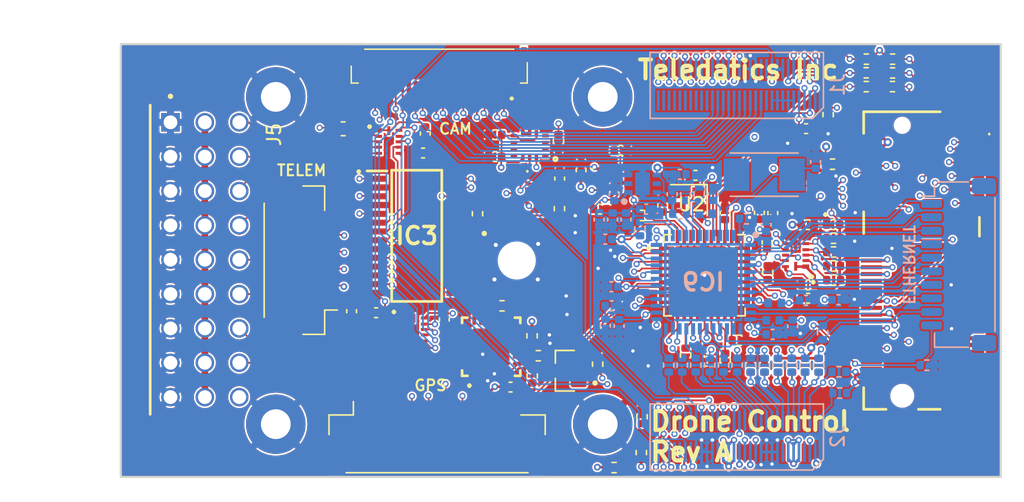
<source format=kicad_pcb>
(kicad_pcb (version 20221018) (generator pcbnew)
  (title_block (title "Drone Control") (date "2023-03-22") (rev "A") (company "Teledatics Incorporated"))
  (layers (0 "F.Cu" signal) (1 "In1.Cu" power) (2 "In2.Cu" power) (3 "In3.Cu" signal) (4 "In4.Cu" signal) (31 "B.Cu" signal) (34 "B.Paste" user) (35 "F.Paste" user) (36 "B.SilkS" user "B.Silkscreen") (37 "F.SilkS" user "F.Silkscreen") (38 "B.Mask" user) (39 "F.Mask" user) (44 "Edge.Cuts" user))
  (net 0 "")
  (net 1 "VCHG")
  (net 2 "I2C4_SDA")
  (net 3 "I2C4_SCL")
  (net 4 "GND")
  (net 5 "/DISP_CK_P")
  (net 6 "/DISP_D2_N")
  (net 7 "/DISP_D2_P")
  (net 8 "/DISP_D3_N")
  (net 9 "/DISP_D3_P")
  (net 10 "/CAM_D0_N")
  (net 11 "/CAM_D0_P")
  (net 12 "/CAM_D1_N")
  (net 13 "/CAM_D1_P")
  (net 14 "GPIO5_06")
  (net 15 "/CAM_CK_N")
  (net 16 "/CAM_CK_P")
  (net 17 "/CAM_D2_N")
  (net 18 "/CAM_D2_P")
  (net 19 "I2C1_SCL")
  (net 20 "/CAM_D3_N")
  (net 21 "I2C1_SDA")
  (net 22 "/CAM_D3_P")
  (net 23 "I2C2_SCL")
  (net 24 "I2C2_SDA")
  (net 25 "I2C3_SCL")
  (net 26 "I2C3_SDA")
  (net 27 "USB2_VBUS")
  (net 28 "USB2_DN")
  (net 29 "Net-(U2-VDDCR12)")
  (net 30 "USB2_DP")
  (net 31 "/DISP_D0_N")
  (net 32 "/DISP_D0_P")
  (net 33 "/DISP_D1_N")
  (net 34 "/DISP_D1_P")
  (net 35 "/USDHC3_DATA2")
  (net 36 "/DISP_CK_N")
  (net 37 "/USDHC3_DATA1")
  (net 38 "/USDHC3_DATA0")
  (net 39 "/USDHC3_DATA3")
  (net 40 "/USDHC3_CLK")
  (net 41 "/USDHC3_CMD")
  (net 42 "SAI3_TXFS")
  (net 43 "SAI3_MCLK")
  (net 44 "Net-(U2-XTAL2)")
  (net 45 "UART1_TX")
  (net 46 "UART1_RX")
  (net 47 "UART3_TX")
  (net 48 "UART3_RX")
  (net 49 "SAI2_RXFS")
  (net 50 "SAI2_MCLK")
  (net 51 "SAI2_TXC")
  (net 52 "SAI2_TXD0")
  (net 53 "SAI2_RXC")
  (net 54 "SAI2_TXFS")
  (net 55 "SAI2_RXD0")
  (net 56 "/ENET_TXC")
  (net 57 "/ENET_TX_CTL")
  (net 58 "/ENET_TD2")
  (net 59 "PCIE_USB_D_P")
  (net 60 "/ENET_TD3")
  (net 61 "PCIE_USB_D_N")
  (net 62 "/ENET_TD0")
  (net 63 "SAI3_TXC")
  (net 64 "/ENET_TD1")
  (net 65 "SAI3_TXD")
  (net 66 "/ENET_RX_CTL")
  (net 67 "SAI3_RXD")
  (net 68 "/ENET_RXC")
  (net 69 "SAI3_RXFS")
  (net 70 "/ENET_RD0")
  (net 71 "SAI3_RXC")
  (net 72 "/ENET_RD2")
  (net 73 "/ENET_RD1")
  (net 74 "/ENET_RD3")
  (net 75 "/ENET_MDC")
  (net 76 "/ENET_MDIO")
  (net 78 "ECSPI2_SCLK")
  (net 79 "ECSPI2_SS0")
  (net 80 "ECSPI2_MOSI")
  (net 81 "ECSPI2_MISO")
  (net 86 "Net-(U2-XTAL1{slash}REFCLK)")
  (net 87 "M2_USB_P")
  (net 94 "VDD_1V8")
  (net 95 "UART3_RTS")
  (net 96 "GPIO5_07")
  (net 97 "UART3_CTS")
  (net 104 "UART3_RX_3V3")
  (net 105 "UART3_TX_3V3")
  (net 110 "BT_WAKE_3V3")
  (net 119 "M2_USB_N")
  (net 120 "Net-(U2-PRTPWR1{slash}PRTCTL1{slash}~{BC_EN1})")
  (net 121 "Net-(U2-PRTPWR2{slash}PRTCTL2{slash}~{BC_EN2})")
  (net 122 "Net-(U2-PRTPWR3{slash}PRTCTL3{slash}~{BC_EN3})")
  (net 123 "Net-(U2-RBIAS)")
  (net 124 "GPIO1_11")
  (net 125 "REF_CLK_32KHz_GPIO01_00")
  (net 126 "GPIO1_15")
  (net 127 "GPIO1_14")
  (net 128 "GPIO1_13")
  (net 129 "GPIO1_12")
  (net 130 "GPIO1_10")
  (net 131 "GPIO1_09")
  (net 132 "GPIO1_01")
  (net 133 "REF_CLK_32KHz_3V3")
  (net 134 "Net-(U2-HS_IND{slash}~{CFG_SEL1})")
  (net 143 "PWM0_3v3")
  (net 144 "PWM1_3v3")
  (net 145 "PWM2_3v3")
  (net 146 "PWM3_3v3")
  (net 147 "PWM4_3v3")
  (net 148 "PWM5_3v3")
  (net 149 "PWM6_3v3")
  (net 150 "PWM7_3v3")
  (net 151 "Net-(IC3-~{OE})")
  (net 152 "PWM0_5v")
  (net 153 "PWM1_5v")
  (net 154 "PWM2_5v")
  (net 155 "PWM3_5v")
  (net 156 "PWM4_5v")
  (net 157 "PWM5_5v")
  (net 158 "PWM6_5v")
  (net 159 "PWM7_5v")
  (net 160 "BEC")
  (net 163 "GPS_USB_N")
  (net 164 "GPS_USB_P")
  (net 174 "Net-(IC9-XI)")
  (net 175 "Net-(IC7-C1)")
  (net 185 "Net-(U1-CSB)")
  (net 187 "Net-(IC8-VBUS)")
  (net 188 "Net-(IC8-RSTB)")
  (net 194 "Net-(IC8-SUSPENDB)")
  (net 199 "GPS_TXD")
  (net 200 "GPS_RXD")
  (net 204 "/Connectors/BUZZER")
  (net 205 "ECSPI2_SS0_1V8")
  (net 206 "ECSPI2_SCLK_1V8")
  (net 207 "ECSPI2_MISO_1V8")
  (net 208 "ECSPI2_MOSI_1V8")
  (net 209 "Net-(IC9-XO)")
  (net 210 "/Ethernet/TRD1+")
  (net 211 "/Ethernet/TRD1-")
  (net 212 "/Ethernet/TRD2+")
  (net 213 "/Ethernet/TRD2-")
  (net 214 "/Ethernet/TRD3+")
  (net 215 "/Ethernet/TRD3-")
  (net 216 "/Ethernet/TRD4+")
  (net 219 "/Ethernet/TRD4-")
  (net 220 "/Ethernet/LED2")
  (net 221 "/Ethernet/LED1")
  (net 222 "Net-(IC9-TXD0)")
  (net 223 "Net-(IC9-TXD1)")
  (net 224 "Net-(IC9-TXD2)")
  (net 225 "Net-(IC9-TXD3)")
  (net 226 "Net-(IC9-TXC)")
  (net 227 "Net-(IC9-TX_CTL)")
  (net 228 "Net-(IC9-RXD3{slash}MODE3)")
  (net 229 "Net-(IC9-RXD2{slash}MODE2)")
  (net 230 "Net-(IC9-RXD1{slash}MODE1)")
  (net 231 "Net-(IC9-RXD0{slash}MODE0)")
  (net 232 "Net-(IC9-RX_CTL{slash}CLK125_EN)")
  (net 234 "Net-(IC9-RXC{slash}PHYAD2)")
  (net 235 "Net-(IC9-INT_N{slash}PME_N2{slash}ALLPHYAD)")
  (net 236 "Net-(IC9-CLK125_NDO{slash}LED_MODE)")
  (net 238 "Net-(IC9-ISET)")
  (net 239 "VDD_3V3")
  (net 240 "VDD_PHY_1V2")
  (net 243 "/Ethernet/AVDDH")
  (net 244 "/Ethernet/AVDDL")
  (net 245 "/Ethernet/AVDPLL")
  (net 246 "/USB2_ID")
  (net 247 "VDD_5V")
  (footprint "Capacitor_SMD:C_0402_1005Metric" (layer "F.Cu") (at 134.65 102.32)
    (fp_text reference "C14")
    (fp_text value "100n")
  )
  (footprint "Connector_JST:JST_GH_BM06B-GHS-TBT_1x06-1MP_P1.25mm_Vertical" (layer "F.Cu") (at 120.2 109.975 90)
    (fp_text reference "J7")
    (fp_text value "Telem")
  )
  (footprint "Capacitor_SMD:C_0402_1005Metric" (layer "F.Cu") (at 155.16 106.49 90)
    (fp_text reference "C12")
    (fp_text value "100n")
  )
  (footprint "Package_TO_SOT_SMD:SOT91P240X110-3N" (layer "F.Cu") (at 139.8 118.15 180)
    (fp_text reference "Q1")
    (fp_text value "DMN3042L-7")
  )
  (footprint "Resistor_SMD:R_0402_1005Metric" (layer "F.Cu") (at 164.01 96.13 180)
    (fp_text reference "R6")
    (fp_text value "100K")
  )
  (footprint "Resistor_SMD:R_0402_1005Metric" (layer "F.Cu") (at 145.5 121.55 90)
    (fp_text reference "R1")
    (fp_text value "100K")
  )
  (footprint "Capacitor_SMD:C_0402_1005Metric" (layer "F.Cu") (at 157.77 112.79)
    (fp_text reference "C3")
    (fp_text value "100n")
  )
  (footprint "Resistor_SMD:R_0402_1005Metric" (layer "F.Cu") (at 152.67 115.9 180)
    (fp_text reference "R19")
    (fp_text value "100K")
  )
  (footprint "Capacitor_SMD:C_0402_1005Metric" (layer "F.Cu") (at 151.63 106.49 90)
    (fp_text reference "C11")
    (fp_text value "1uF")
  )
  (footprint "Resistor_SMD:R_0402_1005Metric" (layer "F.Cu") (at 145.53 106.67)
    (fp_text reference "R29")
    (fp_text value "12K 1%")
  )
  (footprint "Capacitor_SMD:C_0402_1005Metric" (layer "F.Cu") (at 157.62 100.25)
    (fp_text reference "C47")
    (fp_text value "1uF")
  )
  (footprint "Capacitor_SMD:C_0402_1005Metric" (layer "F.Cu") (at 129.49 100.61 -90)
    (fp_text reference "C8")
    (fp_text value "100n")
  )
  (footprint "ares-m-daughterboard:LGA-14_2.5X3X0.86_" (layer "F.Cu") (at 137.2 101.5175 180)
    (fp_text reference "IC6")
    (fp_text value "ISM330DHCXTR" hide)
  )
  (footprint "Resistor_SMD:R_0402_1005Metric" (layer "F.Cu") (at 159.575 102.875 180)
    (fp_text reference "R3")
    (fp_text value "10K")
  )
  (footprint "drone-control:JAE_SM3ZS067U410-NUT1-R1200" (layer "F.Cu") (at 136.25 110)
    (fp_text reference "MP1")
    (fp_text value "M.2 Standoff")
  )
  (footprint "Resistor_SMD:R_0402_1005Metric" (layer "F.Cu") (at 159.65 109.368)
    (fp_text reference "R8")
    (fp_text value "10K")
  )
  (footprint "Capacitor_SMD:C_0603_1608Metric" (layer "F.Cu") (at 123.425 100.26)
    (fp_text reference "C5")
    (fp_text value "4.7uF X5R 6.3V")
  )
  (footprint "Crystal:Crystal_SMD_2016-4Pin_2.0x1.6mm" (layer "F.Cu") (at 148.97 105.54 180)
    (fp_text reference "Y2")
    (fp_text value "24 MHz")
  )
  (footprint "Capacitor_SMD:C_0402_1005Metric" (layer "F.Cu") (at 129.33 102.05)
    (fp_text reference "C7")
    (fp_text value "100n")
  )
  (footprint "Resistor_SMD:R_0402_1005Metric" (layer "F.Cu") (at 162.065 97.14)
    (fp_text reference "R27")
    (fp_text value "100K")
  )
  (footprint "Resistor_SMD:R_0402_1005Metric" (layer "F.Cu") (at 148.72 116.99 90)
    (fp_text reference "R13")
    (fp_text value "100K")
  )
  (footprint "Resistor_SMD:R_0402_1005Metric" (layer "F.Cu") (at 159.66 111.45)
    (fp_text reference "R10")
    (fp_text value "10K")
  )
  (footprint "Resistor_SMD:R_0402_1005Metric" (layer "F.Cu") (at 153.525 117.75 -90)
    (fp_text reference "R51")
    (fp_text value "1K")
  )
  (footprint "drone-control:NTS0104GU12115" (layer "F.Cu") (at 128.66 115.1)
    (fp_text reference "IC5")
    (fp_text value "NTS0104GU12,115" hide)
  )
  (footprint "Capacitor_SMD:C_0402_1005Metric" (layer "F.Cu") (at 149.45 103.7)
    (fp_text reference "C15")
    (fp_text value "18pf")
  )
  (footprint "Resistor_SMD:R_0402_1005Metric" (layer "F.Cu") (at 151.64 117.37 90)
    (fp_text reference "R18")
    (fp_text value "100K")
  )
  (footprint "Resistor_SMD:R_0402_1005Metric" (layer "F.Cu") (at 162.06 96.12)
    (fp_text reference "R5")
    (fp_text value "100K")
  )
  (footprint "Resistor_SMD:R_0402_1005Metric" (layer "F.Cu") (at 157.55 117.75 90)
    (fp_text reference "R47")
    (fp_text value "10K")
  )
  (footprint "Capacitor_SMD:C_0402_1005Metric" (layer "F.Cu") (at 125.86 113.86 180)
    (fp_text reference "C6")
    (fp_text value "100n")
  )
  (footprint "Capacitor_SMD:C_0402_1005Metric" (layer "F.Cu") (at 159.62 107.35 180)
    (fp_text reference "C2")
    (fp_text value "100n")
  )
  (footprint "drone-control:NTS0104GU12115" (layer "F.Cu") (at 158.75 105.1 180)
    (fp_text reference "IC2")
    (fp_text value "NTS0104GU12,115" hide)
  )
  (footprint "Capacitor_SMD:C_0402_1005Metric" (layer "F.Cu") (at 150.19 117.45)
    (fp_text reference "C10")
    (fp_text value "1u")
  )
  (footprint "Resistor_SMD:R_0402_1005Metric" (layer "F.Cu") (at 159.65 110.4)
    (fp_text reference "R11")
    (fp_text value "10K")
  )
  (footprint "drone-control:BMP581" (layer "F.Cu") (at 136.78 105.05 -90)
    (fp_text reference "U1")
    (fp_text value "BMP581" hide)
  )
  (footprint "Resistor_SMD:R_0402_1005Metric" (layer "F.Cu") (at 162.07 95.11)
    (fp_text reference "R7")
    (fp_text value "100K")
  )
  (footprint "Capacitor_SMD:C_0402_1005Metric" (layer "F.Cu") (at 143.92 101.85)
    (fp_text reference "C19")
    (fp_text value "100n")
  )
  (footprint "Capacitor_SMD:C_0402_1005Metric" (layer "F.Cu") (at 139.42 103.94 90)
    (fp_text reference "C21")
    (fp_text value "100n")
  )
  (footprint "drone-control:QFN-24_L4.0-W4.0-P0.50-TL-EP2.6" (layer "F.Cu") (at 134.35 116.375 90)
    (fp_text reference "IC8")
    (fp_text value "CP2102N-A02-GQFN24R")
  )
  (footprint "Resistor_SMD:R_0402_1005Metric" (layer "F.Cu") (at 137.39 118.54 90)
    (fp_text reference "R23")
    (fp_text value "22K")
  )
  (footprint "Capacitor_SMD:C_0402_1005Metric" (layer "F.Cu") (at 141 103.32 90)
    (fp_text reference "C20")
    (fp_text value "100n")
  )
  (footprint "Capacitor_SMD:C_0402_1005Metric" (layer "F.Cu") (at 130.9 114.36 -90)
    (fp_text reference "C9")
    (fp_text value "100n")
  )
  (footprint "Resistor_SMD:R_0402_1005Metric" (layer "F.Cu") (at 159.25 99.21 90)
    (fp_text reference "R28")
    (fp_text value "100K")
  )
  (footprint "Resistor_SMD:R_0402_1005Metric" (layer "F.Cu") (at 156.575 117.75 90)
    (fp_text reference "R48")
    (fp_text value "10K")
  )
  (footprint "Capacitor_SMD:C_0402_1005Metric" (layer "F.Cu") (at 135.79 119.36 180)
    (fp_text reference "C22")
    (fp_text value "22u")
  )
  (footprint "Resistor_SMD:R_0402_1005Metric" (layer "F.Cu") (at 142.225 117.665 90)
    (fp_text reference "R57")
    (fp_text value "10K")
  )
  (footprint "drone-control:NTS0104GU12115" (layer "F.Cu") (at 156.85 109.6 180)
    (fp_text reference "IC1")
    (fp_text value "NTS0104GU12,115" hide)
  )
  (footprint "Resistor_SMD:R_0402_1005Metric" (layer "F.Cu") (at 135.16 113.35)
    (fp_text reference "R16")
    (fp_text value "10K")
  )
  (footprint "Connector_JST:JST_GH_SM10B-GHS-TB_1x10-1MP_P1.25mm_Horizontal" (layer "F.Cu") (at 130.365 123.13)
    (fp_text reference "J6")
    (fp_text value "GPS_EXT")
  )
  (footprint "drone-control:MDT420E03001" (layer "F.Cu") (at 170 100.75 -90)
    (fp_text reference "J3")
    (fp_text value "Bus_M.2_Socket_E" hide)
  )
  (footprint "Capacitor_SMD:C_0402_1005Metric" (layer "F.Cu") (at 154.74 108.65 -90)
    (fp_text reference "C53")
    (fp_text value "1uF")
  )
  (footprint "Resistor_SMD:R_0402_1005Metric" (layer "F.Cu") (at 139.4 106.16 90)
    (fp_text reference "R21")
    (fp_text value "100K")
  )
  (footprint "Resistor_SMD:R_0402_1005Metric" (layer "F.Cu") (at 164.01 95.11 180)
    (fp_text reference "R4")
    (fp_text value "100K")
  )
  (footprint "Capacitor_SMD:C_0402_1005Metric" (layer "F.Cu") (at 154.17 106.47 90)
    (fp_text reference "C13")
    (fp_text value "100n")
  )
  (footprint "drone-control:IIS2MDCTR" (layer "F.Cu") (at 143.15 104)
    (fp_text reference "IC7")
    (fp_text value "IIS2MDCTR" hide)
  )
  (footprint "Resistor_SMD:R_0402_1005Metric" (layer "F.Cu") (at 133.35 106.54 90)
    (fp_text reference "R12")
    (fp_text value "10K")
  )
  (footprint "drone-control:FH19SC22S05SH09" (layer "F.Cu") (at 130.525 95.625 180)
    (fp_text reference "J9")
    (fp_text value "FH19SC-22S-0.5SH_09_" hide)
  )
  (footprint "Capacitor_SMD:C_0402_1005Metric" (layer "F.Cu") (at 157.75 107.35)
    (fp_text reference "C4")
    (fp_text value "100n")
  )
  (footprint "drone-control:QFN50P600X600X100-37N" (layer "F.Cu") (at 150.12 111.09)
    (fp_text reference "U2")
    (fp_text value "USB2533I-1080AEN")
  )
  (footprint "Resistor_SMD:R_0402_1005Metric" (layer "F.Cu") (at 154.55 117.75 -90)
    (fp_text reference "R50")
    (fp_text value "1K")
  )
  (footprint "drone-control:NTS0104GU12115" (layer "F.Cu") (at 126.8 101.22)
    (fp_text reference "IC4")
    (fp_text value "NTS0104GU12,115" hide)
  )
  (footprint "Resistor_SMD:R_0402_1005Metric" (layer "F.Cu") (at 159.65 108.352)
    (fp_text reference "R9")
    (fp_text value "10K")
  )
  (footprint "drone-control:SOP65P640X110-28N" (layer "F.Cu") (at 128.862 108.175)
    (fp_text reference "IC3")
    (fp_text value "PCA9685PW,112" hide)
  )
  (footprint "Capacitor_SMD:C_0402_1005Metric" (layer "F.Cu") (at 124.05 113.745 90)
    (fp_text reference "C43")
    (fp_text value "100n")
  )
  (footprint "Resistor_SMD:R_0402_1005Metric" (layer "F.Cu") (at 139.33 101.19 90)
    (fp_text reference "R20")
    (fp_text value "4K7")
  )
  (footprint "Resistor_SMD:R_0402_1005Metric" (layer "F.Cu") (at 154.79 110.89 -90)
    (fp_text reference "R33")
    (fp_text value "100K")
  )
  (footprint "Capacitor_SMD:C_0402_1005Metric" (layer "F.Cu") (at 142.4 106.2)
    (fp_text reference "C18")
    (fp_text value "220pf")
  )
  (footprint "Capacitor_SMD:C_0402_1005Metric" (layer "F.Cu") (at 157.77 111.8 180)
    (fp_text reference "C1")
    (fp_text value "100n")
  )
  (footprint "Resistor_SMD:R_0402_1005Metric" (layer "F.Cu") (at 137.84 117.04)
    (fp_text reference "R17")
    (fp_text value "47K")
  )
  (footprint "Resistor_SMD:R_0402_1005Metric" (layer "F.Cu") (at 155.55 117.75 90)
    (fp_text reference "R46")
    (fp_text value "10K")
  )
  (footprint "Resistor_SMD:R_0402_1005Metric" (layer "F.Cu") (at 164 97.14 180)
    (fp_text reference "R26")
    (fp_text value "100K")
  )
  (footprint "Resistor_SMD:R_0402_1005Metric" (layer "F.Cu") (at 137.38 115.57 -90)
    (fp_text reference "R22")
    (fp_text value "2K")
  )
  (footprint "drone-control:SAMTEC_TSW-109-08-T-T-RA" (layer "F.Cu") (at 107.9 109.94 -90)
    (fp_text reference "J5")
    (fp_text value "TSW-109-08-T-T-RA")
  )
  (footprint "Capacitor_SMD:C_0402_1005Metric" (layer "F.Cu") (at 134.66 100.7 180)
    (fp_text reference "C17")
    (fp_text value "100n")
  )
  (footprint "Resistor_SMD:R_0402_1005Metric" (layer "F.Cu") (at 158.55 117.75 90)
    (fp_text reference "R49")
    (fp_text value "10K")
  )
  (footprint "Resistor_SMD:R_0402_1005Metric" (layer "F.Cu") (at 145.45 124.2 -90)
    (fp_text reference "R2")
    (fp_text value "10K")
  )
  (footprint "Capacitor_SMD:C_0402_1005Metric" (layer "F.Cu") (at 147.03 105.93 -90)
    (fp_text reference "C16")
    (fp_text value "18pf")
  )
  (footprint "Resistor_SMD:R_0402_1005Metric" (layer "F.Cu") (at 143.44 125.31)
    (fp_text reference "R31")
    (fp_text value "10K")
  )
  (footprint "Capacitor_SMD:C_0402_1005Metric" (layer "B.Cu") (at 143.81 114.84 -90)
    (fp_text reference "C27")
    (fp_text value "100n")
  )
  (footprint "Capacitor_SMD:C_0402_1005Metric" (layer "B.Cu") (at 154.67 107.36 90)
    (fp_text reference "C41")
    (fp_text value "100n")
  )
  (footprint "Resistor_SMD:R_0402_1005Metric" (layer "B.Cu") (at 166.55 117.74)
    (fp_text reference "R54")
    (fp_text value "1K")
  )
  (footprint "Capacitor_SMD:C_0402_1005Metric" (layer "B.Cu") (at 143.24 111.94 180)
    (fp_text reference "C31")
    (fp_text value "100n")
  )
  (footprint "teledatics:teledatics_logo_kicad_footprint" (layer "B.Cu") (at 132.176718 108.433547)
    (fp_text reference "G1" hide)
    (fp_text value "teledatics_logo" hide)
  )
  (footprint "Resistor_SMD:R_0402_1005Metric" (layer "B.Cu") (at 156.55 117.73 -90)
    (fp_text reference "R38")
    (fp_text value "22R")
  )
  (footprint "Resistor_SMD:R_0402_1005Metric" (layer "B.Cu") (at 148.475 117.73 -90)
    (fp_text reference "R40")
    (fp_text value "22R")
  )
  (footprint "MountingHole:MountingHole_2.2mm_M2_Pad" (layer "B.Cu") (at 142.6 97.9)
    (fp_text reference "H3")
    (fp_text value "MountingHole_Pad")
  )
  (footprint "Resistor_SMD:R_0402_1005Metric" (layer "B.Cu") (at 151.525 117.73 -90)
    (fp_text reference "R41")
    (fp_text value "22R")
  )
  (footprint "Resistor_SMD:R_0402_1005Metric" (layer "B.Cu") (at 153.525 117.73 -90)
    (fp_text reference "R35")
    (fp_text value "22R")
  )
  (footprint "Resistor_SMD:R_0402_1005Metric" (layer "B.Cu") (at 147.475 117.735 -90)
    (fp_text reference "R45")
    (fp_text value "22R")
  )
  (footprint "MountingHole:MountingHole_2.2mm_M2_Pad" (layer "B.Cu") (at 118.45 122.1)
    (fp_text reference "H2" hide)
    (fp_text value "MountingHole_Pad" hide)
  )
  (footprint "Capacitor_SMD:C_0402_1005Metric" (layer "B.Cu") (at 142.79 114.81 -90)
    (fp_text reference "C28")
    (fp_text value "100n")
  )
  (footprint "Capacitor_SMD:C_0402_1005Metric" (layer "B.Cu") (at 143.45 105.085 90)
    (fp_text reference "C26")
    (fp_text value "1u")
  )
  (footprint "Capacitor_SMD:C_0402_1005Metric" (layer "B.Cu") (at 150.75 105.065 90)
    (fp_text reference "C24")
    (fp_text value "18p")
  )
  (footprint "MountingHole:MountingHole_2.2mm_M2_Pad" (layer "B.Cu") (at 142.6 122.1)
    (fp_text reference "H4")
    (fp_text value "MountingHole_Pad")
  )
  (footprint "Resistor_SMD:R_0402_1005Metric" (layer "B.Cu") (at 149.725 105.08 90)
    (fp_text reference "R55")
    (fp_text value "1K")
  )
  (footprint "Capacitor_SMD:C_0402_1005Metric" (layer "B.Cu") (at 143.33 106.97 -90)
    (fp_text reference "C38")
    (fp_text value "100n")
  )
  (footprint "Connector_JST:JST_SH_SM10B-SRSS-TB_1x10-1MP_P1.00mm_Horizontal" (layer "B.Cu") (at 168.89 110.3 -90)
    (fp_text reference "J8")
    (fp_text value "Ethernet_Conn")
  )
  (footprint "Resistor_SMD:R_0402_1005Metric" (layer "B.Cu") (at 160.1 119.8)
    (fp_text reference "R14")
    (fp_text value "1K")
  )
  (footprint "Capacitor_SMD:C_0402_1005Metric" (layer "B.Cu") (at 142.78 108.42 180)
    (fp_text reference "C34")
    (fp_text value "100n")
  )
  (footprint "Resistor_SMD:R_0402_1005Metric" (layer "B.Cu") (at 154.55 117.735 -90)
    (fp_text reference "R24")
    (fp_text value "22R")
  )
  (footprint "Capacitor_SMD:C_0402_1005Metric" (layer "B.Cu") (at 160.02 112.9)
    (fp_text reference "C37")
    (fp_text value "100n")
  )
  (footprint "Resistor_SMD:R_0402_1005Metric" (layer "B.Cu") (at 155.55 117.735 -90)
    (fp_text reference "R36")
    (fp_text value "22R")
  )
  (footprint "Resistor_SMD:R_0402_1005Metric" (layer "B.Cu") (at 153.22 106.91 180)
    (fp_text reference "R15")
    (fp_text value "6.04K 1%")
  )
  (footprint "Capacitor_SMD:C_0402_1005Metric" (layer "B.Cu") (at 144.32 106.97 -90)
    (fp_text reference "C39")
    (fp_text value "4.7u")
  )
  (footprint "Resistor_SMD:R_0402_1005Metric" (layer "B.Cu") (at 148.27 106.54 180)
    (fp_text reference "R52")
    (fp_text value "10K")
  )
  (footprint "Resistor_SMD:R_0402_1005Metric" (layer "B.Cu") (at 158.55 117.74 -90)
    (fp_text reference "R39")
    (fp_text value "22R")
  )
  (footprint "Resistor_SMD:R_0402_1005Metric" (layer "B.Cu") (at 150.5 117.73 -90)
    (fp_text reference "R44")
    (fp_text value "22R")
  )
  (footprint "Capacitor_SMD:C_0402_1005Metric" (layer "B.Cu") (at 143.26 113.35)
    (fp_text reference "C29")
    (fp_text value "100n")
  )
  (footprint "Capacitor_SMD:C_0402_1005Metric" (layer "B.Cu") (at 157.62 112.94)
    (fp_text reference "C36")
    (fp_text value "100n")
  )
  (footprint "Inductor_SMD:L_0402_1005Metric" (layer "B.Cu") (at 155.31 113.14)
    (fp_text reference "FB2")
    (fp_text value "100MHz")
  )
  (footprint "Resistor_SMD:R_0402_1005Metric" (layer "B.Cu") (at 149.475 117.73 -90)
    (fp_text reference "R43")
    (fp_text value "22R")
  )
  (footprint "drone-control:QFN50P700X700X90-49N" (layer "B.Cu") (at 150.025 111.6 180)
    (fp_text reference "IC9")
    (fp_text value "KSZ9131RNXC" hide)
  )
  (footprint "Resistor_SMD:R_0402_1005Metric" (layer "B.Cu") (at 152.525 117.73 -90)
    (fp_text reference "R42")
    (fp_text value "22R")
  )
  (footprint "Capacitor_SMD:C_0402_1005Metric" (layer "B.Cu") (at 156.63 114.87 -90)
    (fp_text reference "C35")
    (fp_text value "100n")
  )
  (footprint "drone-control:DF40HC(3.5)-60DS" (layer "B.Cu") (at 152.5 123 180)
    (fp_text reference "J2")
    (fp_text value "DF40HC(3.5)-60DS")
  )
  (footprint "Capacitor_SMD:C_0402_1005Metric" (layer "B.Cu") (at 148.725 105.085 90)
    (fp_text reference "C42")
    (fp_text value "100n")
  )
  (footprint "Resistor_SMD:R_0402_1005Metric" (layer "B.Cu") (at 158.85 115.34 -90)
    (fp_text reference "R53")
    (fp_text value "1K")
  )
  (footprint "Capacitor_SMD:C_0402_1005Metric" (layer "B.Cu") (at 142.33 106.97 -90)
    (fp_text reference "C40")
    (fp_text value "100n")
  )
  (footprint "Capacitor_SMD:C_0402_1005Metric" (layer "B.Cu") (at 145.81 106.2)
    (fp_text reference "C30")
    (fp_text value "100n")
  )
  (footprint "Resistor_SMD:R_0402_1005Metric" (layer "B.Cu") (at 145.35 107.66 -90)
    (fp_text reference "R56")
    (fp_text value "10K")
  )
  (footprint "Capacitor_SMD:C_0402_1005Metric" (layer "B.Cu") (at 147.725 105.085 90)
    (fp_text reference "C25")
    (fp_text value "1u")
  )
  (footprint "Resistor_SMD:R_0402_1005Metric" (layer "B.Cu") (at 160.05 118.225)
    (fp_text reference "R25")
    (fp_text value "1K")
  )
  (footprint "Inductor_SMD:L_0402_1005Metric" (layer "B.Cu") (at 155.16 114.43)
    (fp_text reference "FB1")
    (fp_text value "100MHz")
  )
  (footprint "Capacitor_SMD:C_0402_1005Metric" (layer "B.Cu") (at 148.29 103.63 180)
    (fp_text reference "C32")
    (fp_text value "100n")
  )
  (footprint "Capacitor_SMD:C_0402_1005Metric" (layer "B.Cu") (at 158.325 102.7 90)
    (fp_text reference "C23")
    (fp_text value "18p")
  )
  (footprint "Inductor_SMD:L_0402_1005Metric" (layer "B.Cu") (at 150.22 106.54 180)
    (fp_text reference "FB3")
    (fp_text value "100MHz")
  )
  (footprint "Crystal:XTAL_ABM3-25.000MHZ-D2Y-T" (layer "B.Cu") (at 154.525 103.65 180)
    (fp_text reference "Y1")
    (fp_text value "ABM3-25.000MHZ-D2Y-T")
  )
  (footprint "MountingHole:MountingHole_2.2mm_M2_Pad" (layer "B.Cu") (at 118.45 97.9)
    (fp_text reference "H1" hide)
    (fp_text value "MountingHole_Pad" hide)
  )
  (footprint "Capacitor_SMD:C_0402_1005Metric" (layer "B.Cu") (at 155.15 115.46)
    (fp_text reference "C33")
    (fp_text value "100n")
  )
  (footprint "Package_SON:SON65P200X200X80-7N" (layer "B.Cu") (at 145.54 104.32)
    (fp_text reference "IC10")
    (fp_text value "TLV75712PDRVR" hide)
  )
  (footprint "drone-control:DF40HC(3.5)-60DS" (layer "B.Cu") (at 152.5 97 180)
    (fp_text reference "J1")
    (fp_text value "DF40HC(3.5)-60DS")
  )
  (footprint "Resistor_SMD:R_0402_1005Metric" (layer "B.Cu") (at 157.55 117.73 -90)
    (fp_text reference "R37")
    (fp_text value "22R")
  )
  (gr_line (start 107 126) (end 107 94) (stroke (width 0.15)) (layer "Edge.Cuts"))
  (gr_line (start 172 94) (end 172 126) (stroke (width 0.15)) (layer "Edge.Cuts"))
  (gr_line (start 107 94) (end 172 94) (stroke (width 0.15)) (layer "Edge.Cuts"))
  (gr_line (start 172 126) (end 107 126) (stroke (width 0.15)) (layer "Edge.Cuts"))
  (gr_text "ETHERNET" (at 164.725 113.35 -90) (layer "B.SilkS") (effects (font (size 0.8 0.8) (thickness 0.15) bold) (justify left bottom mirror)))
  (gr_text "Drone Control\nRev A" (at 145.97 123.02) (layer "F.SilkS") (effects (font (size 1.4 1.4) (thickness 0.3)) (justify left)))
  (gr_text "TELEM" (at 118.45 103.8) (layer "F.SilkS") (effects (font (size 0.8 0.8) (thickness 0.15) bold) (justify left bottom)))
  (gr_text "." (at 159.05 106.2) (layer "F.SilkS") (effects (font (size 1 1) (thickness 0.25))))
  (gr_text "." (at 158.15 111.2) (layer "F.SilkS") (effects (font (size 1 1) (thickness 0.25))))
  (gr_text "CAM" (at 130.42 100.73) (layer "F.SilkS") (effects (font (size 0.8 0.8) (thickness 0.15) bold) (justify left bottom)))
  (gr_text "." (at 158.05 110.8) (layer "F.SilkS") (effects (font (size 1 1) (thickness 0.25))))
  (gr_text "." (at 127.175 113.4) (layer "F.SilkS") (effects (font (size 1 1) (thickness 0.25) bold)))
  (gr_text "." (at 124.575 103.025) (layer "F.SilkS") (effects (font (size 1 1) (thickness 0.25) bold)))
  (gr_text "Teledatics Inc" (at 152.59 95.9) (layer "F.SilkS") (effects (font (size 1.4 1.4) (thickness 0.3))))
  (gr_text "." (at 132.75 118.85) (layer "F.SilkS") (effects (font (size 1 1) (thickness 0.25) bold)))
  (gr_text "GPS" (at 128.6 119.7) (layer "F.SilkS") (effects (font (size 0.8 0.8) (thickness 0.15) bold) (justify left bottom)))
  (gr_text "." (at 125.375 99.7) (layer "F.SilkS") (effects (font (size 1 1) (thickness 0.25) bold)))
  (segment (start 155.1 98.16) (end 156.7 98.16) (width 0.127) (layer "B.Cu") (net 1))
  (segment (start 154.82 112.6) (end 153.81 111.59) (width 0.127) (layer "F.Cu") (net 2))
  (segment (start 129.74 120.02) (end 129.72 120) (width 0.127) (layer "F.Cu") (net 2))
  (segment (start 153.81 111.59) (end 152.935 111.59) (width 0.127) (layer "F.Cu") (net 2))
  (segment (start 155.31 112.6) (end 154.82 112.6) (width 0.127) (layer "F.Cu") (net 2))
  (segment (start 129.74 121.28) (end 129.74 120.02) (width 0.127) (layer "F.Cu") (net 2))
  (via (at 155.31 112.6) (size 0.4572) (drill 0.254) (layers "F.Cu" "B.Cu") (net 2))
  (via (at 129.72 120) (size 0.4572) (drill 0.254) (layers "F.Cu" "B.Cu") (net 2))
  (via (at 152.71 94.89) (size 0.4572) (drill 0.254) (layers "F.Cu" "B.Cu") (net 2))
  (via (at 153.81 100.86) (size 0.4572) (drill 0.254) (layers "F.Cu" "B.Cu") (net 2))
  (segment (start 152.71 94.89) (end 152.71 95.83) (width 0.127) (layer "B.Cu") (net 2))
  (segment (start 152.71 95.83) (end 152.7 95.84) (width 0.127) (layer "B.Cu") (net 2))
  (segment (start 153.73 110.91) (end 153.41 110.59) (width 0.127) (layer "F.Cu") (net 3))
  (segment (start 153.41 110.59) (end 152.935 110.59) (width 0.127) (layer "F.Cu") (net 3))
  (segment (start 153.73 111.11) (end 153.73 110.91) (width 0.127) (layer "F.Cu") (net 3))
  (segment (start 155.63 112.2) (end 154.82 112.2) (width 0.127) (layer "F.Cu") (net 3))
  (segment (start 128.49 120.05) (end 128.51 120.03) (width 0.127) (layer "F.Cu") (net 3))
  (segment (start 155.93 112.5) (end 155.63 112.2) (width 0.127) (layer "F.Cu") (net 3))
  (segment (start 154.82 112.2) (end 153.73 111.11) (width 0.127) (layer "F.Cu") (net 3))
  (segment (start 128.49 121.28) (end 128.49 120.05) (width 0.127) (layer "F.Cu") (net 3))
  (via (at 152.3 96.73) (size 0.4572) (drill 0.254) (layers "F.Cu" "B.Cu") (net 3))
  (via (at 155.21 103.19) (size 0.4572) (drill 0.254) (layers "F.Cu" "B.Cu") (net 3))
  (via (at 128.51 120.03) (size 0.4572) (drill 0.254) (layers "F.Cu" "B.Cu") (net 3))
  (via (at 155.93 112.5) (size 0.4572) (drill 0.254) (layers "F.Cu" "B.Cu") (net 3))
  (segment (start 152.3 96.73) (end 152.3 95.84) (width 0.127) (layer "B.Cu") (net 3))
  (segment (start 150.3 123.6) (end 150.3 125.225) (width 0.127) (layer "F.Cu") (net 4))
  (segment (start 150.675 123.175) (end 150.7 123.2) (width 0.127) (layer "F.Cu") (net 4))
  (segment (start 154.74 107.79) (end 154.96 107.57) (width 0.127) (layer "F.Cu") (net 4))
  (segment (start 154.3 125.1) (end 154.3 123.575) (width 0.127) (layer "F.Cu") (net 4))
  (segment (start 149.54 103.13) (end 150.71 103.13) (width 0.126746) (layer "F.Cu") (net 4))
  (segment (start 154.725 123.15) (end 154.7 123.125) (width 0.127) (layer "F.Cu") (net 4))
  (segment (start 155.5 123.2) (end 155.125 123.575) (width 0.127) (layer "F.Cu") (net 4))
  (segment (start 155.54 107.57) (end 156.58 106.53) (width 0.127) (layer "F.Cu") (net 4))
  (segment (start 150.3 125.225) (end 150.3 125.08) (width 0.127) (layer "F.Cu") (net 4))
  (segment (start 150.675 123.225) (end 150.675 123.175) (width 0.127) (layer "F.Cu") (net 4))
  (segment (start 154.3 125.1) (end 155.125 124.275) (width 0.127) (layer "F.Cu") (net 4))
  (segment (start 148.97 103.7) (end 148.97 104.29) (width 0.126746) (layer "F.Cu") (net 4))
  (segment (start 154.79 110.38) (end 154.79 110.61) (width 0.126746) (layer "F.Cu") (net 4))
  (segment (start 149.925 123.175) (end 149.9 123.2) (width 0.127) (layer "F.Cu") (net 4))
  (segment (start 156.21 111.8) (end 157.29 111.8) (width 0.127) (layer "F.Cu") (net 4))
  (segment (start 156.85 108.775) (end 156.85 108.73) (width 0.126746) (layer "F.Cu") (net 4))
  (segment (start 158.23 107.35) (end 159.14 107.35) (width 0.126746) (layer "F.Cu") (net 4))
  (segment (start 148.97 103.7) (end 149.54 103.13) (width 0.126746) (layer "F.Cu") (net 4))
  (segment (start 156.85 108.73) (end 158.23 107.35) (width 0.126746) (layer "F.Cu") (net 4))
  (segment (start 147.81 105.45) (end 148.27 104.99) (width 0.126746) (layer "F.Cu") (net 4))
  (segment (start 149.925 123.225) (end 150.3 123.6) (width 0.127) (layer "F.Cu") (net 4))
  (segment (start 145.08 106.67) (end 146.31 105.44) (width 0.126746) (layer "F.Cu") (net 4))
  (segment (start 149.925 123.175) (end 149.925 123.225) (width 0.127) (layer "F.Cu") (net 4))
  (segment (start 154.725 123.15) (end 154.725 123.175) (width 0.127) (layer "F.Cu") (net 4))
  (segment (start 148.97 104.29) (end 148.27 104.99) (width 0.126746) (layer "F.Cu") (net 4))
  (segment (start 150.3 125.08) (end 150.675 124.705) (width 0.127) (layer "F.Cu") (net 4))
  (segment (start 150.3 123.6) (end 150.675 123.225) (width 0.127) (layer "F.Cu") (net 4))
  (segment (start 150.3 125.225) (end 149.5 124.425) (width 0.127) (layer "F.Cu") (net 4))
  (segment (start 149.5 124.425) (end 149.5 123.6) (width 0.127) (layer "F.Cu") (net 4))
  (segment (start 154.3 123.575) (end 154.725 123.15) (width 0.127) (layer "F.Cu") (net 4))
  (segment (start 155.5 123.15) (end 155.475 123.125) (width 0.127) (layer "F.Cu") (net 4))
  (segment (start 155.5 123.15) (end 155.5 123.2) (width 0.127) (layer "F.Cu") (net 4))
  (segment (start 154.74 108.17) (end 154.74 107.79) (width 0.127) (layer "F.Cu") (net 4))
  (segment (start 147.02 105.44) (end 147.03 105.45) (width 0.126746) (layer "F.Cu") (net 4))
  (segment (start 154.79 110.38) (end 156.21 111.8) (width 0.127) (layer "F.Cu") (net 4))
  (segment (start 147.03 105.45) (end 147.81 105.45) (width 0.126746) (layer "F.Cu") (net 4))
  (segment (start 146.31 105.44) (end 147.02 105.44) (width 0.126746) (layer "F.Cu") (net 4))
  (segment (start 154.725 123.175) (end 155.125 123.575) (width 0.127) (layer "F.Cu") (net 4))
  (segment (start 154.96 107.57) (end 155.54 107.57) (width 0.127) (layer "F.Cu") (net 4))
  (segment (start 150.675 124.705) (end 150.675 123.175) (width 0.127) (layer "F.Cu") (net 4))
  (segment (start 155.125 124.275) (end 155.125 123.575) (width 0.127) (layer "F.Cu") (net 4))
  (segment (start 149.5 123.6) (end 149.925 123.175) (width 0.127) (layer "F.Cu") (net 4))
  (segment (start 145.02 106.67) (end 145.08 106.67) (width 0.126746) (layer "F.Cu") (net 4))
  (via (at 161.19 112.87) (size 0.5) (drill 0.25) (layers "F.Cu" "B.Cu") (net 4))
  (via (at 157.2 115.39) (size 0.5) (drill 0.25) (layers "F.Cu" "B.Cu") (net 4))
  (via (at 156.58 106.53) (size 0.5) (drill 0.25) (layers "F.Cu" "B.Cu") (net 4))
  (via (at 150.7 123.270008) (size 0.4572) (drill 0.254) (layers "F.Cu" "B.Cu") (net 4))
  (via (at 155.1 125.05) (size 0.5) (drill 0.25) (layers "F.Cu" "B.Cu") (net 4))
  (via (at 139.9 112.62) (size 0.5) (drill 0.25) (layers "F.Cu" "B.Cu") (net 4))
  (via (at 140.57 107.94) (size 0.5) (drill 0.25) (layers "F.Cu" "B.Cu") (net 4))
  (via (at 150.3 125.225) (size 0.5) (drill 0.25) (layers "F.Cu" "B.Cu") (net 4))
  (via (at 161.21 108.57) (size 0.5) (drill 0.25) (layers "F.Cu" "B.Cu") (net 4))
  (via (at 155.5 123.27) (size 0.4572) (drill 0.254) (layers "F.Cu" "B.Cu") (net 4))
  (via (at 153.44 106.81) (size 0.5) (drill 0.25) (layers "F.Cu" "B.Cu") (net 4))
  (via (at 156.26 101.33) (size 0.5) (drill 0.25) (layers "F.Cu" "B.Cu") (net 4))
  (via (at 159.25 100.625) (size 0.5) (drill 0.25) (layers "F.Cu" "B.Cu") (net 4))
  (via (at 153.12 96.750002) (size 0.4572) (drill 0.254) (layers "F.Cu" "B.Cu") (net 4))
  (via (at 149.9 123.270002) (size 0.4572) (drill 0.254) (layers "F.Cu" "B.Cu") (net 4))
  (via (at 137.8 111.4) (size 0.6) (drill 0.3) (layers "F.Cu" "B.Cu") (net 4))
  (via (at 159.825 103.75) (size 0.5) (drill 0.25) (layers "F.Cu" "B.Cu") (net 4))
  (via (at 142.26 110.58) (size 0.5) (drill 0.25) (layers "F.Cu" "B.Cu") (net 4))
  (via (at 154.7 123.270002) (size 0.4572) (drill 0.254) (layers "F.Cu" "B.Cu") (net 4))
  (via (at 153.5 94.85) (size 0.4572) (drill 0.254) (layers "F.Cu" "B.Cu") (net 4))
  (via (at 134.7 108.85) (size 0.6) (drill 0.3) (layers "F.Cu" "B.Cu") (net 4))
  (via (at 168.37 115.04) (size 0.5) (drill 0.25) (layers "F.Cu" "B.Cu") (net 4))
  (via (at 154.06 114.85) (size 0.5) (drill 0.25) (layers "F.Cu" "B.Cu") (net 4))
  (via (at 137.83 108.77) (size 0.6) (drill 0.3) (layers "F.Cu" "B.Cu") (net 4))
  (via (at 153.9 96.750002) (size 0.4572) (drill 0.254) (layers "F.Cu" "B.Cu") (net 4))
  (via (at 168.34 111.8) (size 0.5) (drill 0.25) (layers "F.Cu" "B.Cu") (net 4))
  (via (at 161.25 106.46) (size 0.5) (drill 0.25) (layers "F.Cu" "B.Cu") (net 4))
  (via (at 150.12 111.09) (size 0.5) (drill 0.25) (layers "F.Cu" "B.Cu") (net 4))
  (via (at 140.57 106.69) (size 0.5) (drill 0.25) (layers "F.Cu" "B.Cu") (net 4))
  (via (at 163.96 109.1) (size 0.5) (drill 0.25) (layers "F.Cu" "B.Cu") (net 4))
  (via (at 154.3 125.1) (size 0.5) (drill 0.25) (layers "F.Cu" "B.Cu") (net 4))
  (via (at 134.6 111.4) (size 0.6) (drill 0.3) (layers "F.Cu" "B.Cu") (net 4))
  (via (at 145.96 117.79) (size 0.5) (drill 0.25) (layers "F.Cu" "B.Cu") (net 4))
  (via (at 133.73 116.93) (size 0.5) (drill 0.25) (layers "F.Cu" "B.Cu") (net 4))
  (via (at 139.96 113.99) (size 0.5) (drill 0.25) (layers "F.Cu" "B.Cu") (net 4))
  (via (at 145.37 114.95) (size 0.5) (drill 0.25) (layers "F.Cu" "B.Cu") (net 4))
  (via (at 150.71 103.13) (size 0.5) (drill 0.25) (layers "F.Cu" "B.Cu") (net 4))
  (via (at 144.83 116.69) (size 0.5) (drill 0.25) (layers "F.Cu" "B.Cu") (net 4))
  (segment (start 150.3 123.6) (end 150.3 123.76) (width 0.127) (layer "B.Cu") (net 4))
  (segment (start 149.41 103.21) (end 150.63 103.21) (width 0.126746) (layer "B.Cu") (net 4))
  (segment (start 155.63 115.46) (end 156.52 115.46) (width 0.2) (layer "B.Cu") (net 4))
  (segment (start 150.3 125.075) (end 150.3 124.16) (width 0.1397) (layer "B.Cu") (net 4))
  (segment (start 148.725 104.605) (end 149.41 103.92) (width 0.126746) (layer "B.Cu") (net 4))
  (segment (start 156.23 106.88) (end 156.58 106.53) (width 0.127) (layer "B.Cu") (net 4))
  (segment (start 154.67 106.88) (end 156.23 106.88) (width 0.127) (layer "B.Cu") (net 4))
  (segment (start 150.63 103.21) (end 150.71 103.13) (width 0.126746) (layer "B.Cu") (net 4))
  (segment (start 149.5 124.16) (end 149.5 124.275) (width 0.1397) (layer "B.Cu") (net 4))
  (segment (start 153.5 94.85) (end 153.12 95.23) (width 0.2) (layer "B.Cu") (net 4))
  (segment (start 154.3 123.670002) (end 154.7 123.270002) (width 0.1397) (layer "B.Cu") (net 4))
  (segment (start 145.82 106.7) (end 145.82 106.67) (width 0.126746) (layer "B.Cu") (net 4))
  (segment (start 155.055 125.125) (end 154.7 124.77) (width 0.1397) (layer "B.Cu") (net 4))
  (segment (start 150.3 125.075) (end 150.7 124.675) (width 0.1397) (layer "B.Cu") (net 4))
  (segment (start 154.425 125.1) (end 154.7 124.825) (width 0.127) (layer "B.Cu") (net 4))
  (segment (start 154.3 125.1) (end 154.425 125.1) (width 0.127) (layer "B.Cu") (net 4))
  (segment (start 148.86 112.35) (end 146.575 112.35) (width 0.126746) (layer "B.Cu") (net 4))
  (segment (start 150.3 123.6) (end 150.3 125.225) (width 0.127) (layer "B.Cu") (net 4))
  (segment (start 149.41 103.92) (end 149.41 103.21) (width 0.126746) (layer "B.Cu") (net 4))
  (segment (start 145.82 106.67) (end 146.29 106.2) (width 0.126746) (layer "B.Cu") (net 4))
  (segment (start 155.1 125.125) (end 155.1 123.670002) (width 0.1397) (layer "B.Cu") (net 4))
  (segment (start 150.12 111.09) (end 148.86 112.35) (width 0.126746) (layer "B.Cu") (net 4))
  (segment (start 150.3 125.225) (end 149.5 124.425) (width 0.1397) (layer "B.Cu") (net 4))
  (segment (start 156.52 115.46) (end 156.63 115.35) (width 0.2) (layer "B.Cu") (net 4))
  (segment (start 144.32 107.45) (end 145.07 106.7) (width 0.126746) (layer "B.Cu") (net 4))
  (segment (start 155.1 123.670002) (end 154.7 123.270002) (width 0.1397) (layer "B.Cu") (net 4))
  (segment (start 155.1 123.6) (end 155.1 124.16) (width 0.127) (layer "B.Cu") (net 4))
  (segment (start 155.1 125.125) (end 155.055 125.125) (width 0.1397) (layer "B.Cu") (net 4))
  (segment (start 142.33 107.45) (end 144.32 107.45) (width 0.126746) (layer "B.Cu") (net 4))
  (segment (start 158.1 112.94) (end 158.61 112.43) (width 0.126746) (layer "B.Cu") (net 4))
  (segment (start 153.5 94.85) (end 153.5 95.84) (width 0.2) (layer "B.Cu") (net 4))
  (segment (start 153.12 96.750002) (end 153.530002 96.750002) (width 0.2) (layer "B.Cu") (net 4))
  (segment (start 142.3 107.48) (end 142.33 107.45) (width 0.126746) (layer "B.Cu") (net 4))
  (segment (start 153.9 95.25) (end 153.5 94.85) (width 0.2) (layer "B.Cu") (net 4))
  (segment (start 150.3 125.075) (end 150.3 123.670002) (width 0.1397) (layer "B.Cu") (net 4))
  (segment (start 154.37 125.1) (end 154.7 124.77) (width 0.1397) (layer "B.Cu") (net 4))
  (segment (start 154.7 124.77) (end 154.7 123.270002) (width 0.1397) (layer "B.Cu") (net 4))
  (segment (start 154.3 125.1) (end 154.37 125.1) (width 0.1397) (layer "B.Cu") (net 4))
  (segment (start 142.3 108.42) (end 142.3 107.48) (width 0.126746) (layer "B.Cu") (net 4))
  (segment (start 150.2 125.125) (end 150.3 125.225) (width 0.127) (layer "B.Cu") (net 4))
  (segment (start 149.9 124.675) (end 149.5 124.275) (width 0.1397) (layer "B.Cu") (net 4))
  (segment (start 150.3 123.76) (end 149.9 124.16) (width 0.127) (layer "B.Cu") (net 4))
  (segment (start 149.9 123.270002) (end 149.9 124.675) (width 0.1397) (layer "B.Cu") (net 4))
  (segment (start 153.12 95.23) (end 153.12 96.750002) (width 0.2) (layer "B.Cu") (net 4))
  (segment (start 154.3 125.1) (end 154.3 123.670002) (width 0.1397) (layer "B.Cu") (net 4))
  (segment (start 155.1 125.125) (end 155.5 124.725) (width 0.1397) (layer "B.Cu") (net 4))
  (segment (start 158.61 112.41) (end 160.01 112.41) (width 0.126746) (layer "B.Cu") (net 4))
  (segment (start 157.2 115.39) (end 156.67 115.39) (width 0.2) (layer "B.Cu") (net 4))
  (segment (start 150.3 123.6) (end 150.3 124.16) (width 0.127) (layer "B.Cu") (net 4))
  (segment (start 150.7 124.675) (end 150.7 123.270008) (width 0.1397) (layer "B.Cu") (net 4))
  (segment (start 153.9 96.750002) (end 153.9 95.25) (width 0.2) (layer "B.Cu") (net 4))
  (segment (start 150.675 123.225) (end 150.3 123.6) (width 0.127) (layer "B.Cu") (net 4))
  (segment (start 160.01 112.41) (end 160.5 112.9) (width 0.126746) (layer "B.Cu") (net 4))
  (segment (start 145.07 106.7) (end 145.82 106.7) (width 0.126746) (layer "B.Cu") (net 4))
  (segment (start 158.61 112.43) (end 158.61 112.41) (width 0.126746) (layer "B.Cu") (net 4))
  (segment (start 155.1 125.125) (end 155.1 123.6) (width 0.127) (layer "B.Cu") (net 4))
  (segment (start 148.725 104.605) (end 147.725 104.605) (width 0.126746) (layer "B.Cu") (net 4))
  (segment (start 156.67 115.39) (end 156.63 115.35) (width 0.2) (layer "B.Cu") (net 4))
  (segment (start 154.725 123.15) (end 154.725 123.225) (width 0.127) (layer "B.Cu") (net 4))
  (segment (start 147.81 103.63) (end 147.81 104.52) (width 0.126746) (layer "B.Cu") (net 4))
  (segment (start 154.725 124.185) (end 154.7 124.16) (width 0.127) (layer "B.Cu") (net 4))
  (segment (start 153.1 95.84) (end 153.9 95.84) (width 0.2) (layer "B.Cu") (net 4))
  (segment (start 155.5 123.15) (end 155.5 123.2) (width 0.127) (layer "B.Cu") (net 4))
  (segment (start 147.81 104.52) (end 147.725 104.605) (width 0.126746) (layer "B.Cu") (net 4))
  (segment (start 155.1 125.125) (end 155 125.125) (width 0.127) (layer "B.Cu") (net 4))
  (segment (start 153.530002 96.750002) (end 153.530002 95.870002) (width 0.2) (layer "B.Cu") (net 4))
  (segment (start 150.675 123.175) (end 150.675 123.225) (width 0.127) (layer "B.Cu") (net 4))
  (segment (start 154.7 124.825) (end 154.7 124.16) (width 0.127) (layer "B.Cu") (net 4))
  (segment (start 153.530002 96.750002) (end 153.9 96.750002) (width 0.2) (layer "B.Cu") (net 4))
  (segment (start 153.530002 95.870002) (end 153.5 95.84) (width 0.2) (layer "B.Cu") (net 4))
  (segment (start 155 125.125) (end 154.7 124.825) (width 0.127) (layer "B.Cu") (net 4))
  (segment (start 155.5 123.2) (end 155.1 123.6) (width 0.127) (layer "B.Cu") (net 4))
  (segment (start 154.725 123.225) (end 155.1 123.6) (width 0.127) (layer "B.Cu") (net 4))
  (segment (start 155.5 124.725) (end 155.5 123.27) (width 0.1397) (layer "B.Cu") (net 4))
  (segment (start 149.5 124.425) (end 149.5 124.275) (width 0.1397) (layer "B.Cu") (net 4))
  (segment (start 150.3 123.670002) (end 149.9 123.270002) (width 0.1397) (layer "B.Cu") (net 4))
  (segment (start 135.3 97.075) (end 135.3 99.15) (width 0.127) (layer "F.Cu") (net 10))
  (via (at 135.3 99.15) (size 0.4572) (drill 0.254) (layers "F.Cu" "B.Cu") (net 10))
  (segment (start 135.3 99.15) (end 136.69 100.54) (width 0.127) (layer "B.Cu") (net 10))
  (segment (start 150.71 99.29) (end 150.71 98.17) (width 0.127) (layer "B.Cu") (net 10))
  (segment (start 150.71 98.17) (end 150.7 98.16) (width 0.127) (layer "B.Cu") (net 10))
  (segment (start 136.69 100.54) (end 149.46 100.54) (width 0.127) (layer "B.Cu") (net 10))
  (segment (start 149.46 100.54) (end 150.71 99.29) (width 0.127) (layer "B.Cu") (net 10))
  (segment (start 134.8 97.075) (end 134.8 99.4) (width 0.127) (layer "F.Cu") (net 11))
  (via (at 134.8 99.4) (size 0.4572) (drill 0.254) (layers "F.Cu" "B.Cu") (net 11))
  (segment (start 151.1 99.25) (end 149.58 100.77) (width 0.127) (layer "B.Cu") (net 11))
  (segment (start 149.58 100.77) (end 136.17 100.77) (width 0.127) (layer "B.Cu") (net 11))
  (segment (start 151.1 99.25) (end 151.1 98.16) (width 0.1397) (layer "B.Cu") (net 11))
  (segment (start 136.17 100.77) (end 134.8 99.4) (width 0.127) (layer "B.Cu") (net 11))
  (segment (start 133.875 99.025) (end 133.8 99.1) (width 0.127) (layer "F.Cu") (net 12))
  (segment (start 133.875 97) (end 133.875 99.025) (width 0.127) (layer "F.Cu") (net 12))
  (via (at 133.8 99.1) (size 0.4572) (drill 0.254) (layers "F.Cu" "B.Cu") (net 12))
  (segment (start 149.75 101) (end 151.5 99.25) (width 0.127) (layer "B.Cu") (net 12))
  (segment (start 135.7 101) (end 149.75 101) (width 0.127) (layer "B.Cu") (net 12))
  (segment (start 151.5 99.25) (end 151.5 98.16) (width 0.127) (layer "B.Cu") (net 12))
  (segment (start 133.8 99.1) (end 135.7 101) (width 0.127) (layer "B.Cu") (net 12))
  (segment (start 133.3 97.075) (end 133.3 99.4) (width 0.127) (layer "F.Cu") (net 13))
  (via (at 133.3 99.4) (size 0.4572) (drill 0.254) (layers "F.Cu" "B.Cu") (net 13))
  (segment (start 151.9 98.16) (end 151.9 99.3) (width 0.1397) (layer "B.Cu") (net 13))
  (segment (start 135.13 101.23) (end 149.97 101.23) (width 0.127) (layer "B.Cu") (net 13))
  (segment (start 149.97 101.23) (end 151.9 99.3) (width 0.127) (layer "B.Cu") (net 13))
  (segment (start 133.3 99.4) (end 135.13 101.23) (width 0.127) (layer "B.Cu") (net 13))
  (segment (start 130.99 121.28) (end 130.99 119.12) (width 0.127) (layer "F.Cu") (net 14))
  (via (at 130.99 119.12) (size 0.4572) (drill 0.254) (layers "F.Cu" "B.Cu") (net 14))
  (via (at 149.5 94.91) (size 0.4572) (drill 0.254) (layers "F.Cu" "B.Cu") (net 14))
  (segment (start 132.3 97.075) (end 132.3 99.1) (width 0.127) (layer "F.Cu") (net 15))
  (via (at 132.3 99.1) (size 0.4572) (drill 0.254) (layers "F.Cu" "B.Cu") (net 15))
  (segment (start 152.3 99.3) (end 152.3 98.16) (width 0.127) (layer "B.Cu") (net 15))
  (segment (start 134.65 101.45) (end 150.15 101.45) (width 0.127) (layer "B.Cu") (net 15))
  (segment (start 150.15 101.45) (end 152.3 99.3) (width 0.127) (layer "B.Cu") (net 15))
  (segment (start 132.3 99.1) (end 134.65 101.45) (width 0.127) (layer "B.Cu") (net 15))
  (segment (start 131.8 97.075) (end 131.8 99.4) (width 0.127) (layer "F.Cu") (net 16))
  (via (at 131.8 99.4) (size 0.4572) (drill 0.254) (layers "F.Cu" "B.Cu") (net 16))
  (segment (start 134.08 101.68) (end 150.32 101.68) (width 0.127) (layer "B.Cu") (net 16))
  (segment (start 152.7 98.16) (end 152.7 99.3) (width 0.1397) (layer "B.Cu") (net 16))
  (segment (start 150.32 101.68) (end 152.7 99.3) (width 0.127) (layer "B.Cu") (net 16))
  (segment (start 131.8 99.4) (end 134.08 101.68) (width 0.127) (layer "B.Cu") (net 16))
  (segment (start 130.8 97.075) (end 130.8 99.1) (width 0.127) (layer "F.Cu") (net 17))
  (via (at 130.8 99.1) (size 0.4572) (drill 0.254) (layers "F.Cu" "B.Cu") (net 17))
  (segment (start 153.1 99.3) (end 153.1 98.16) (width 0.127) (layer "B.Cu") (net 17))
  (segment (start 133.6 101.9) (end 150.5 101.9) (width 0.127) (layer "B.Cu") (net 17))
  (segment (start 150.5 101.9) (end 153.1 99.3) (width 0.127) (layer "B.Cu") (net 17))
  (segment (start 130.8 99.1) (end 133.6 101.9) (width 0.127) (layer "B.Cu") (net 17))
  (segment (start 130.3 97.075) (end 130.3 99.35) (width 0.127) (layer "F.Cu") (net 18))
  (via (at 130.3 99.35) (size 0.4572) (drill 0.254) (layers "F.Cu" "B.Cu") (net 18))
  (segment (start 150.6 102.15) (end 153.5 99.25) (width 0.127) (layer "B.Cu") (net 18))
  (segment (start 130.3 99.35) (end 133.1 102.15) (width 0.127) (layer "B.Cu") (net 18))
  (segment (start 133.1 102.15) (end 150.6 102.15) (width 0.127) (layer "B.Cu") (net 18))
  (segment (start 153.5 99.25) (end 153.5 98.16) (width 0.127) (layer "B.Cu") (net 18))
  (segment (start 142.14 103.25) (end 142.4 103.25) (width 0.127) (layer "F.Cu") (net 19))
  (segment (start 136.53 104.22) (end 136.53 104.3) (width 0.127) (layer "F.Cu") (net 19))
  (segment (start 136.52 104.31) (end 136.53 104.3) (width 0.127) (layer "F.Cu") (net 19))
  (segment (start 136.52 104.82) (end 136.52 104.31) (width 0.127) (layer "F.Cu") (net 19))
  (segment (start 137.2 102.43) (end 137.2 103.55) (width 0.127) (layer "F.Cu") (net 19))
  (segment (start 141.98 103.09) (end 142.14 103.25) (width 0.127) (layer "F.Cu") (net 19))
  (segment (start 137.2 103.55) (end 136.53 104.22) (width 0.127) (layer "F.Cu") (net 19))
  (via (at 141.98 103.09) (size 0.4572) (drill 0.254) (layers "F.Cu" "B.Cu") (net 19))
  (via (at 149.91 96.78) (size 0.4572) (drill 0.254) (layers "F.Cu" "B.Cu") (net 19))
  (via (at 136.52 104.82) (size 0.4572) (drill 0.254) (layers "F.Cu" "B.Cu") (net 19))
  (segment (start 138.28 103.06) (end 136.52 104.82) (width 0.127) (layer "B.Cu") (net 19))
  (segment (start 141.98 103.09) (end 141.95 103.06) (width 0.127) (layer "B.Cu") (net 19))
  (segment (start 149.91 95.85) (end 149.9 95.84) (width 0.127) (layer "B.Cu") (net 19))
  (segment (start 141.95 103.06) (end 138.28 103.06) (width 0.127) (layer "B.Cu") (net 19))
  (segment (start 149.91 96.78) (end 149.91 95.85) (width 0.127) (layer "B.Cu") (net 19))
  (segment (start 129.3 97.075) (end 129.3 99.1) (width 0.127) (layer "F.Cu") (net 20))
  (via (at 129.3 99.1) (size 0.4572) (drill 0.254) (layers "F.Cu" "B.Cu") (net 20))
  (segment (start 150.75 102.4) (end 153.9 99.25) (width 0.127) (layer "B.Cu") (net 20))
  (segment (start 132.6 102.4) (end 150.75 102.4) (width 0.127) (layer "B.Cu") (net 20))
  (segment (start 129.3 99.1) (end 132.6 102.4) (width 0.127) (layer "B.Cu") (net 20))
  (segment (start 153.9 99.25) (end 153.9 98.16) (width 0.127) (layer "B.Cu") (net 20))
  (segment (start 137.7 102.43) (end 137.7 103.1) (width 0.127) (layer "F.Cu") (net 21))
  (segment (start 142.36 104.79) (end 141.79 104.79) (width 0.127) (layer "F.Cu") (net 21))
  (segment (start 135.975 105.02) (end 136.005 105.05) (width 0.127) (layer "F.Cu") (net 21))
  (segment (start 135.49 105.02) (end 135.975 105.02) (width 0.127) (layer "F.Cu") (net 21))
  (segment (start 142.4 104.75) (end 142.36 104.79) (width 0.127) (layer "F.Cu") (net 21))
  (via (at 137.7 103.1) (size 0.4572) (drill 0.254) (layers "F.Cu" "B.Cu") (net 21))
  (via (at 135.49 105.02) (size 0.4572) (drill 0.254) (layers "F.Cu" "B.Cu") (net 21))
  (via (at 141.79 104.79) (size 0.4572) (drill 0.254) (layers "F.Cu" "B.Cu") (net 21))
  (via (at 150.3 94.85) (size 0.4572) (drill 0.254) (layers "F.Cu" "B.Cu") (net 21))
  (segment (start 150.3 94.85) (end 150.3 95.84) (width 0.1397) (layer "B.Cu") (net 21))
  (segment (start 128.73 99.33) (end 128.775 99.285) (width 0.127) (layer "F.Cu") (net 22))
  (segment (start 128.775 99.285) (end 128.775 97.1) (width 0.127) (layer "F.Cu") (net 22))
  (via (at 128.73 99.33) (size 0.4572) (drill 0.254) (layers "F.Cu" "B.Cu") (net 22))
  (segment (start 128.73 99.33) (end 132.04 102.64) (width 0.127) (layer "B.Cu") (net 22))
  (segment (start 150.96 102.64) (end 154.3 99.3) (width 0.127) (layer "B.Cu") (net 22))
  (segment (start 154.3 99.3) (end 154.3 98.16) (width 0.127) (layer "B.Cu") (net 22))
  (segment (start 132.04 102.64) (end 150.96 102.64) (width 0.127) (layer "B.Cu") (net 22))
  (segment (start 164.1 115.5) (end 162.45 115.5) (width 0.1397) (layer "F.Cu") (net 23))
  (via (at 164.1 115.5) (size 0.4572) (drill 0.254) (layers "F.Cu" "B.Cu") (net 23))
  (via (at 150.7 96.750002) (size 0.4572) (drill 0.254) (layers "F.Cu" "B.Cu") (net 23))
  (segment (start 163.6 115) (end 162.45 115) (width 0.1397) (layer "F.Cu") (net 24))
  (via (at 151.1 94.85) (size 0.4572) (drill 0.254) (layers "F.Cu" "B.Cu") (net 24))
  (via (at 163.6 115) (size 0.4572) (drill 0.254) (layers "F.Cu" "B.Cu") (net 24))
  (segment (start 151.1 94.85) (end 151.1 95.84) (width 0.1397) (layer "B.Cu") (net 24))
  (segment (start 126.275 97.1) (end 126.275 99.435) (width 0.127) (layer "F.Cu") (net 25))
  (segment (start 130.72 105.25) (end 130.71 105.24) (width 0.127) (layer "F.Cu") (net 25))
  (segment (start 126.275 99.435) (end 126.12 99.59) (width 0.127) (layer "F.Cu") (net 25))
  (segment (start 131.8 105.25) (end 130.72 105.25) (width 0.127) (layer "F.Cu") (net 25))
  (via (at 130.71 105.24) (size 0.4572) (drill 0.254) (layers "F.Cu" "B.Cu") (net 25))
  (via (at 151.5 96.750002) (size 0.4572) (drill 0.254) (layers "F.Cu" "B.Cu") (net 25))
  (via (at 126.12 99.59) (size 0.4572) (drill 0.254) (layers "F.Cu" "B.Cu") (net 25))
  (segment (start 125.79 99.09) (end 125.79 97.085) (width 0.127) (layer "F.Cu") (net 26))
  (segment (start 131.8 104.6) (end 132.88 104.6) (width 0.127) (layer "F.Cu") (net 26))
  (via (at 151.9 94.85) (size 0.4572) (drill 0.254) (layers "F.Cu" "B.Cu") (net 26))
  (via (at 132.88 104.6) (size 0.4572) (drill 0.254) (layers "F.Cu" "B.Cu") (net 26))
  (via (at 125.79 99.09) (size 0.4572) (drill 0.254) (layers "F.Cu" "B.Cu") (net 26))
  (segment (start 151.9 94.85) (end 151.9 95.84) (width 0.127) (layer "B.Cu") (net 26))
  (segment (start 150.997001 108.152001) (end 150.997001 104.91221) (width 0.127) (layer "F.Cu") (net 28))
  (segment (start 156.809211 99.1) (end 157.9 99.1) (width 0.127) (layer "F.Cu") (net 28))
  (segment (start 150.997001 104.91221) (end 156.809211 99.1) (width 0.127) (layer "F.Cu") (net 28))
  (segment (start 151.12 108.275) (end 150.997001 108.152001) (width 0.127) (layer "F.Cu") (net 28))
  (via (at 157.9 99.1) (size 0.4572) (drill 0.254) (layers "F.Cu" "B.Cu") (net 28))
  (segment (start 157.9 99.1) (end 157.9 98.16) (width 0.1397) (layer "B.Cu") (net 28))
  (segment (start 150.12 115.04) (end 149.83 115.33) (width 0.127) (layer "F.Cu") (net 29))
  (segment (start 149.83 115.33) (end 149.83 116.61) (width 0.127) (layer "F.Cu") (net 29))
  (segment (start 150.12 113.905) (end 150.12 115.04) (width 0.127) (layer "F.Cu") (net 29))
  (segment (start 149.83 116.61) (end 150.67 117.45) (width 0.127) (layer "F.Cu") (net 29))
  (segment (start 150.742999 104.807001) (end 158.29 97.26) (width 0.127) (layer "F.Cu") (net 30))
  (segment (start 150.62 108.275) (end 150.742999 108.152001) (width 0.127) (layer "F.Cu") (net 30))
  (segment (start 150.742999 108.152001) (end 150.742999 104.807001) (width 0.127) (layer "F.Cu") (net 30))
  (via (at 158.29 97.26) (size 0.4572) (drill 0.254) (layers "F.Cu" "B.Cu") (net 30))
  (segment (start 158.29 97.26) (end 158.3 97.27) (width 0.1397) (layer "B.Cu") (net 30))
  (segment (start 158.3 97.27) (end 158.3 98.16) (width 0.1397) (layer "B.Cu") (net 30))
  (segment (start 165.25 97.45) (end 165.25 97.14) (width 0.127) (layer "F.Cu") (net 35))
  (segment (start 165.25 97.14) (end 164.51 97.14) (width 0.127) (layer "F.Cu") (net 35))
  (segment (start 167.81 104.75) (end 170 104.75) (width 0.1397) (layer "F.Cu") (net 35))
  (segment (start 165 97.7) (end 165.25 97.45) (width 0.127) (layer "F.Cu") (net 35))
  (segment (start 156.999626 96.05) (end 158.55 96.05) (width 0.127) (layer "F.Cu") (net 35))
  (segment (start 160.2 97.7) (end 165 97.7) (width 0.127) (layer "F.Cu") (net 35))
  (segment (start 158.55 96.05) (end 160.2 97.7) (width 0.127) (layer "F.Cu") (net 35))
  (segment (start 156.299624 96.750002) (end 156.999626 96.05) (width 0.127) (layer "F.Cu") (net 35))
  (via (at 165.25 97.14) (size 0.4572) (drill 0.254) (layers "F.Cu" "B.Cu") (net 35))
  (via (at 167.81 104.75) (size 0.4572) (drill 0.254) (layers "F.Cu" "B.Cu") (net 35))
  (via (at 156.299624 96.750002) (size 0.4572) (drill 0.254) (layers "F.Cu" "B.Cu") (net 35))
  (segment (start 160.85 95.1) (end 161.55 95.1) (width 0.127) (layer "F.Cu") (net 37))
  (segment (start 161.55 95.1) (end 161.56 95.11) (width 0.127) (layer "F.Cu") (net 37))
  (segment (start 160.15 94.4) (end 160.85 95.1) (width 0.127) (layer "F.Cu") (net 37))
  (segment (start 156.7 94.85) (end 157.15 94.4) (width 0.127) (layer "F.Cu") (net 37))
  (segment (start 157.15 94.4) (end 160.15 94.4) (width 0.127) (layer "F.Cu") (net 37))
  (segment (start 167.15 104.25) (end 170 104.25) (width 0.1397) (layer "F.Cu") (net 37))
  (via (at 156.7 94.85) (size 0.4572) (drill 0.254) (layers "F.Cu" "B.Cu") (net 37))
  (via (at 167.15 104.25) (size 0.4572) (drill 0.254) (layers "F.Cu" "B.Cu") (net 37))
  (via (at 160.85 95.1) (size 0.4572) (drill 0.254) (layers "F.Cu" "B.Cu") (net 37))
  (segment (start 156.7 94.85) (end 156.7 95.84) (width 0.1397) (layer "B.Cu") (net 37))
  (segment (start 157.099806 96.750002) (end 157.099998 96.750002) (width 0.127) (layer "F.Cu") (net 38))
  (segment (start 165.28 96.13) (end 165.25 96.13) (width 0.127) (layer "F.Cu") (net 38))
  (segment (start 160 97.95) (end 165.45 97.95) (width 0.127) (layer "F.Cu") (net 38))
  (segment (start 168.37 103.75) (end 170 103.75) (width 0.1397) (layer "F.Cu") (net 38))
  (segment (start 158.35 96.3) (end 160 97.95) (width 0.127) (layer "F.Cu") (net 38))
  (segment (start 165.25 96.13) (end 164.52 96.13) (width 0.127) (layer "F.Cu") (net 38))
  (segment (start 157.55 96.3) (end 158.35 96.3) (width 0.127) (layer "F.Cu") (net 38))
  (segment (start 157.099998 96.750002) (end 157.55 96.3) (width 0.127) (layer "F.Cu") (net 38))
  (segment (start 165.75 97.65) (end 165.75 96.6) (width 0.127) (layer "F.Cu") (net 38))
  (segment (start 165.45 97.95) (end 165.75 97.65) (width 0.127) (layer "F.Cu") (net 38))
  (segment (start 165.75 96.6) (end 165.28 96.13) (width 0.127) (layer "F.Cu") (net 38))
  (via (at 165.25 96.13) (size 0.4572) (drill 0.254) (layers "F.Cu" "B.Cu") (net 38))
  (via (at 168.37 103.75) (size 0.4572) (drill 0.254) (layers "F.Cu" "B.Cu") (net 38))
  (via (at 157.099806 96.750002) (size 0.4572) (drill 0.254) (layers "F.Cu" "B.Cu") (net 38))
  (segment (start 160.85 97.14) (end 161.555 97.14) (width 0.127) (layer "F.Cu") (net 39))
  (segment (start 160.04 97.14) (end 160.85 97.14) (width 0.127) (layer "F.Cu") (net 39))
  (segment (start 166.075 105.25) (end 170 105.25) (width 0.1397) (layer "F.Cu") (net 39))
  (segment (start 157.75 94.85) (end 160.04 97.14) (width 0.127) (layer "F.Cu") (net 39))
  (segment (start 157.5 94.85) (end 157.75 94.85) (width 0.127) (layer "F.Cu") (net 39))
  (segment (start 166.025 105.2) (end 166.075 105.25) (width 0.1397) (layer "F.Cu") (net 39))
  (via (at 157.5 94.85) (size 0.4572) (drill 0.254) (layers "F.Cu" "B.Cu") (net 39))
  (via (at 160.85 97.14) (size 0.4572) (drill 0.254) (layers "F.Cu" "B.Cu") (net 39))
  (via (at 166.025 105.2) (size 0.4572) (drill 0.254) (layers "F.Cu" "B.Cu") (net 39))
  (segment (start 157.5 94.85) (end 157.5 95.84) (width 0.1397) (layer "B.Cu") (net 39))
  (segment (start 158.450002 96.750002) (end 159.9 98.2) (width 0.127) (layer "F.Cu") (net 40))
  (segment (start 157.9 96.750002) (end 158.450002 96.750002) (width 0.127) (layer "F.Cu") (net 40))
  (segment (start 165.8 98.2) (end 166.15 97.85) (width 0.127) (layer "F.Cu") (net 40))
  (segment (start 166.15 96) (end 165.25 95.1) (width 0.127) (layer "F.Cu") (net 40))
  (segment (start 168.18 102.72) (end 168.21 102.75) (width 0.1397) (layer "F.Cu") (net 40))
  (segment (start 165.25 95.1) (end 164.53 95.1) (width 0.127) (layer "F.Cu") (net 40))
  (segment (start 159.9 98.2) (end 165.8 98.2) (width 0.127) (layer "F.Cu") (net 40))
  (segment (start 166.15 97.85) (end 166.15 96) (width 0.127) (layer "F.Cu") (net 40))
  (segment (start 164.53 95.1) (end 164.52 95.11) (width 0.127) (layer "F.Cu") (net 40))
  (segment (start 168.21 102.75) (end 170 102.75) (width 0.1397) (layer "F.Cu") (net 40))
  (via (at 157.9 96.750002) (size 0.4572) (drill 0.254) (layers "F.Cu" "B.Cu") (net 40))
  (via (at 165.25 95.1) (size 0.4572) (drill 0.254) (layers "F.Cu" "B.Cu") (net 40))
  (via (at 168.18 102.72) (size 0.4572) (drill 0.254) (layers "F.Cu" "B.Cu") (net 40))
  (segment (start 166.89 103.25) (end 170 103.25) (width 0.1397) (layer "F.Cu") (net 41))
  (segment (start 160.85 96.13) (end 159.58 96.13) (width 0.127) (layer "F.Cu") (net 41))
  (segment (start 161.54 96.13) (end 161.55 96.12) (width 0.127) (layer "F.Cu") (net 41))
  (segment (start 160.85 96.13) (end 161.54 96.13) (width 0.127) (layer "F.Cu") (net 41))
  (segment (start 159.58 96.13) (end 158.3 94.85) (width 0.127) (layer "F.Cu") (net 41))
  (segment (start 166.2 103.94) (end 166.89 103.25) (width 0.1397) (layer "F.Cu") (net 41))
  (via (at 166.2 103.94) (size 0.4572) (drill 0.254) (layers "F.Cu" "B.Cu") (net 41))
  (via (at 160.85 96.13) (size 0.4572) (drill 0.254) (layers "F.Cu" "B.Cu") (net 41))
  (via (at 158.3 94.85) (size 0.4572) (drill 0.254) (layers "F.Cu" "B.Cu") (net 41))
  (segment (start 158.3 94.85) (end 158.3 95.84) (width 0.1397) (layer "B.Cu") (net 41))
  (segment (start 127.31 98.78) (end 127.31 97.065) (width 0.127) (layer "F.Cu") (net 42))
  (via (at 127.31 98.78) (size 0.4572) (drill 0.254) (layers "F.Cu" "B.Cu") (net 42))
  (segment (start 127.25 100.11) (end 127.25 100.1) (width 0.127) (layer "B.Cu") (net 42))
  (segment (start 148.7 123.4) (end 148.51 123.21) (width 0.127) (layer "B.Cu") (net 42))
  (segment (start 145.26 122.33) (end 145.26 121.08) (width 0.127) (layer "B.Cu") (net 42))
  (segment (start 148.51 123.21) (end 146.14 123.21) (width 0.127) (layer "B.Cu") (net 42))
  (segment (start 145.26 121.08) (end 143.71 119.53) (width 0.127) (layer "B.Cu") (net 42))
  (segment (start 148.7 124.16) (end 148.7 123.4) (width 0.127) (layer "B.Cu") (net 42))
  (segment (start 146.14 123.21) (end 145.26 122.33) (width 0.127) (layer "B.Cu") (net 42))
  (segment (start 137.69 119.53) (end 126.08 107.92) (width 0.127) (layer "B.Cu") (net 42))
  (segment (start 143.71 119.53) (end 137.69 119.53) (width 0.127) (layer "B.Cu") (net 42))
  (segment (start 126.08 101.28) (end 127.25 100.11) (width 0.127) (layer "B.Cu") (net 42))
  (segment (start 127.31 100.04) (end 127.31 98.78) (width 0.127) (layer "B.Cu") (net 42))
  (segment (start 126.08 107.92) (end 126.08 101.28) (width 0.127) (layer "B.Cu") (net 42))
  (segment (start 127.25 100.1) (end 127.31 100.04) (width 0.127) (layer "B.Cu") (net 42))
  (segment (start 127.82 97.055) (end 127.82 99.27) (width 0.127) (layer "F.Cu") (net 43))
  (via (at 149.22 125.23) (size 0.4572) (drill 0.254) (layers "F.Cu" "B.Cu") (net 43))
  (via (at 127.82 99.27) (size 0.4572) (drill 0.254) (layers "F.Cu" "B.Cu") (net 43))
  (via (at 142.94 119.14) (size 0.4572) (drill 0.254) (layers "F.Cu" "B.Cu") (net 43))
  (segment (start 127.86 100.02) (end 127.86 99.31) (width 0.127) (layer "B.Cu") (net 43))
  (segment (start 127.86 99.31) (end 127.82 99.27) (width 0.127) (layer "B.Cu") (net 43))
  (segment (start 149.1 125.11) (end 149.1 124.16) (width 0.127) (layer "B.Cu") (net 43))
  (segment (start 142.94 119.14) (end 137.79 119.14) (width 0.127) (layer "B.Cu") (net 43))
  (segment (start 137.79 119.14) (end 126.62 107.97) (width 0.127) (layer "B.Cu") (net 43))
  (segment (start 149.22 125.23) (end 149.1 125.11) (width 0.127) (layer "B.Cu") (net 43))
  (segment (start 126.62 101.26) (end 127.86 100.02) (width 0.127) (layer "B.Cu") (net 43))
  (segment (start 126.62 107.97) (end 126.62 101.26) (width 0.127) (layer "B.Cu") (net 43))
  (segment (start 149.01 105.65) (end 149.67 104.99) (width 0.127) (layer "F.Cu") (net 44))
  (segment (start 149.01 106.63) (end 149.01 105.65) (width 0.127) (layer "F.Cu") (net 44))
  (segment (start 150.12 107.74) (end 149.01 106.63) (width 0.127) (layer "F.Cu") (net 44))
  (segment (start 149.93 104.73) (end 149.67 104.99) (width 0.127) (layer "F.Cu") (net 44))
  (segment (start 150.12 108.275) (end 150.12 107.74) (width 0.127) (layer "F.Cu") (net 44))
  (segment (start 149.93 103.7) (end 149.93 104.73) (width 0.127) (layer "F.Cu") (net 44))
  (segment (start 168.45 108.45) (end 168.4 108.5) (width 0.1397) (layer "F.Cu") (net 45))
  (segment (start 168.4 108.5) (end 162.45 108.5) (width 0.1397) (layer "F.Cu") (net 45))
  (via (at 168.45 108.45) (size 0.4572) (drill 0.254) (layers "F.Cu" "B.Cu") (net 45))
  (via (at 152.7 125.075) (size 0.5) (drill 0.25) (layers "F.Cu" "B.Cu") (net 45))
  (segment (start 152.7 125.075) (end 152.7 124.16) (width 0.1397) (layer "B.Cu") (net 45))
  (segment (start 164.975 106) (end 162.45 106) (width 0.1397) (layer "F.Cu") (net 46))
  (segment (start 165.2 106.225) (end 164.975 106) (width 0.1397) (layer "F.Cu") (net 46))
  (via (at 165.2 106.225) (size 0.4572) (drill 0.254) (layers "F.Cu" "B.Cu") (net 46))
  (via (at 153.1 123.269998) (size 0.4572) (drill 0.254) (layers "F.Cu" "B.Cu") (net 46))
  (segment (start 153.1 123.269998) (end 153.1 124.16) (width 0.1397) (layer "B.Cu") (net 46))
  (segment (start 122.15 111.85) (end 123.4 111.85) (width 0.126746) (layer "F.Cu") (net 47))
  (segment (start 123.4 111.85) (end 123.48 111.93) (width 0.126746) (layer "F.Cu") (net 47))
  (segment (start 160.15 105.1) (end 160.35 105.3) (width 0.127) (layer "F.Cu") (net 47))
  (segment (start 159.5 105.1) (end 160.15 105.1) (width 0.127) (layer "F.Cu") (net 47))
  (via (at 160.35 105.3) (size 0.4572) (drill 0.254) (layers "F.Cu" "B.Cu") (net 47))
  (via (at 123.48 111.93) (size 0.5) (drill 0.25) (layers "F.Cu" "B.Cu") (net 47))
  (via (at 153.5 125.1) (size 0.5) (drill 0.25) (layers "F.Cu" "B.Cu") (net 47))
  (segment (start 153.5 125.1) (end 153.5 124.16) (width 0.15) (layer "B.Cu") (net 47))
  (segment (start 122.15 110.6) (end 123.45 110.6) (width 0.126746) (layer "F.Cu") (net 48))
  (segment (start 159.5 104.7) (end 160.3 104.7) (width 0.127) (layer "F.Cu") (net 48))
  (segment (start 123.45 110.6) (end 123.49 110.64) (width 0.126746) (layer "F.Cu") (net 48))
  (via (at 123.49 110.64) (size 0.4572) (drill 0.254) (layers "F.Cu" "B.Cu") (net 48))
  (via (at 160.3 104.7) (size 0.4572) (drill 0.254) (layers "F.Cu" "B.Cu") (net 48))
  (via (at 153.9 123.269996) (size 0.4572) (drill 0.254) (layers "F.Cu" "B.Cu") (net 48))
  (segment (start 163.7 102.5) (end 162.45 102.5) (width 0.1397) (layer "F.Cu") (net 50))
  (segment (start 164.2 103) (end 163.7 102.5) (width 0.1397) (layer "F.Cu") (net 50))
  (via (at 164.2 103) (size 0.4572) (drill 0.254) (layers "F.Cu" "B.Cu") (net 50))
  (via (at 150.7 120.875) (size 0.4572) (drill 0.254) (layers "F.Cu" "B.Cu") (net 50))
  (segment (start 150.7 120.875) (end 150.7 121.84) (width 0.1397) (layer "B.Cu") (net 50))
  (segment (start 162.45 103.5) (end 161.3 103.5) (width 0.127) (layer "F.Cu") (net 52))
  (via (at 161.3 103.5) (size 0.4572) (drill 0.254) (layers "F.Cu" "B.Cu") (net 52))
  (via (at 151.5 120.82) (size 0.4572) (drill 0.254) (layers "F.Cu" "B.Cu") (net 52))
  (segment (start 151.5 120.82) (end 151.5 121.84) (width 0.1397) (layer "B.Cu") (net 52))
  (segment (start 163.54 103) (end 162.45 103) (width 0.1397) (layer "F.Cu") (net 54))
  (via (at 152.3 120.82) (size 0.4572) (drill 0.254) (layers "F.Cu" "B.Cu") (net 54))
  (via (at 163.54 103) (size 0.4572) (drill 0.254) (layers "F.Cu" "B.Cu") (net 54))
  (segment (start 152.3 120.82) (end 152.3 121.84) (width 0.1397) (layer "B.Cu") (net 54))
  (segment (start 163.6 104) (end 162.45 104) (width 0.2) (layer "F.Cu") (net 55))
  (segment (start 164.2 104.6) (end 163.6 104) (width 0.2) (layer "F.Cu") (net 55))
  (via (at 152.7 122.82) (size 0.4572) (drill 0.254) (layers "F.Cu" "B.Cu") (net 55))
  (via (at 164.2 104.6) (size 0.4572) (drill 0.254) (layers "F.Cu" "B.Cu") (net 55))
  (segment (start 152.7 122.82) (end 152.7 121.84) (width 0.1397) (layer "B.Cu") (net 55))
  (segment (start 147.9 119.85) (end 147.475 119.425) (width 0.126746) (layer "B.Cu") (net 56))
  (segment (start 147.475 119.425) (end 147.475 118.245) (width 0.126746) (layer "B.Cu") (net 56))
  (segment (start 153.1 121.84) (end 153.1 121.05) (width 0.126746) (layer "B.Cu") (net 56))
  (segment (start 151.9 119.85) (end 147.9 119.85) (width 0.126746) (layer "B.Cu") (net 56))
  (segment (start 153.1 121.05) (end 151.9 119.85) (width 0.126746) (layer "B.Cu") (net 56))
  (segment (start 148.425 119) (end 148.425 118.29) (width 0.126746) (layer "B.Cu") (net 57))
  (segment (start 153.5 121.84) (end 153.5 121.075) (width 0.126746) (layer "B.Cu") (net 57))
  (segment (start 148.425 118.29) (end 148.475 118.24) (width 0.126746) (layer "B.Cu") (net 57))
  (segment (start 152 119.575) (end 149 119.575) (width 0.126746) (layer "B.Cu") (net 57))
  (segment (start 153.5 121.075) (end 152 119.575) (width 0.126746) (layer "B.Cu") (net 57))
  (segment (start 149 119.575) (end 148.425 119) (width 0.126746) (layer "B.Cu") (net 57))
  (segment (start 152.05 119.275) (end 149.975 119.275) (width 0.126746) (layer "B.Cu") (net 58))
  (segment (start 149.975 119.275) (end 149.475 118.775) (width 0.126746) (layer "B.Cu") (net 58))
  (segment (start 153.9 121.125) (end 152.05 119.275) (width 0.126746) (layer "B.Cu") (net 58))
  (segment (start 149.475 118.775) (end 149.475 118.24) (width 0.126746) (layer "B.Cu") (net 58))
  (segment (start 153.9 121.84) (end 153.9 121.125) (width 0.126746) (layer "B.Cu") (net 58))
  (segment (start 144.167394 109.267) (end 144.557394 109.657) (width 0.127) (layer "F.Cu") (net 59))
  (segment (start 143.923 109.267) (end 144.167394 109.267) (width 0.127) (layer "F.Cu") (net 59))
  (segment (start 145.692605 109.467001) (end 147.182001 109.467001) (width 0.127) (layer "F.Cu") (net 59))
  (segment (start 144.557394 109.657) (end 145.502606 109.657) (width 0.127) (layer "F.Cu") (net 59))
  (segment (start 147.182001 109.467001) (end 147.305 109.59) (width 0.127) (layer "F.Cu") (net 59))
  (segment (start 143.49 109.7) (end 143.923 109.267) (width 0.127) (layer "F.Cu") (net 59))
  (segment (start 145.502606 109.657) (end 145.692605 109.467001) (width 0.127) (layer "F.Cu") (net 59))
  (via (at 157.9 123.3) (size 0.4572) (drill 0.254) (layers "F.Cu" "B.Cu") (net 59))
  (via micro (at 143.49 109.7) (size 0.4572) (drill 0.254) (layers "F.Cu" "In1.Cu") (net 59))
  (segment (start 150.5 118.7) (end 150.5 118.24) (width 0.126746) (layer "B.Cu") (net 60))
  (segment (start 154.3 121.15) (end 152.175 119.025) (width 0.126746) (layer "B.Cu") (net 60))
  (segment (start 154.3 121.84) (end 154.3 121.15) (width 0.126746) (layer "B.Cu") (net 60))
  (segment (start 152.175 119.025) (end 150.825 119.025) (width 0.126746) (layer "B.Cu") (net 60))
  (segment (start 150.825 119.025) (end 150.5 118.7) (width 0.126746) (layer "B.Cu") (net 60))
  (segment (start 143.490394 109.24) (end 143.717394 109.013) (width 0.127) (layer "F.Cu") (net 61))
  (segment (start 147.182001 109.212999) (end 147.305 109.09) (width 0.127) (layer "F.Cu") (net 61))
  (segment (start 143.18 109.24) (end 143.490394 109.24) (width 0.127) (layer "F.Cu") (net 61))
  (segment (start 145.397394 109.403) (end 145.587395 109.212999) (width 0.127) (layer "F.Cu") (net 61))
  (segment (start 145.587395 109.212999) (end 147.182001 109.212999) (width 0.127) (layer "F.Cu") (net 61))
  (segment (start 144.662606 109.403) (end 145.397394 109.403) (width 0.127) (layer "F.Cu") (net 61))
  (segment (start 144.272606 109.013) (end 144.662606 109.403) (width 0.127) (layer "F.Cu") (net 61))
  (segment (start 143.717394 109.013) (end 144.272606 109.013) (width 0.127) (layer "F.Cu") (net 61))
  (via (at 158.375 125) (size 0.5) (drill 0.25) (layers "F.Cu" "B.Cu") (net 61))
  (via micro (at 143.18 109.24) (size 0.4572) (drill 0.254) (layers "F.Cu" "In1.Cu") (net 61))
  (segment (start 158.3 124.16) (end 158.3 124.925) (width 0.156718) (layer "B.Cu") (net 61))
  (segment (start 158.3 124.925) (end 158.375 125) (width 0.156718) (layer "B.Cu") (net 61))
  (segment (start 154.7 121.84) (end 154.7 121.125) (width 0.126746) (layer "B.Cu") (net 62))
  (segment (start 151.525 118.575) (end 151.525 118.24) (width 0.126746) (layer "B.Cu") (net 62))
  (segment (start 151.725 118.775) (end 151.525 118.575) (width 0.126746) (layer "B.Cu") (net 62))
  (segment (start 152.35 118.775) (end 151.725 118.775) (width 0.126746) (layer "B.Cu") (net 62))
  (segment (start 154.7 121.125) (end 152.35 118.775) (width 0.126746) (layer "B.Cu") (net 62))
  (segment (start 154.29 109.59) (end 152.935 109.59) (width 0.127) (layer "F.Cu") (net 63))
  (segment (start 154.48 109.78) (end 154.74 109.52) (width 0.127) (layer "F.Cu") (net 63))
  (segment (start 146.15 125.65) (end 144.29 125.65) (width 0.127) (layer "F.Cu") (net 63))
  (segment (start 154.74 109.52) (end 154.74 109.13) (width 0.127) (layer "F.Cu") (net 63))
  (segment (start 154.48 109.78) (end 154.29 109.59) (width 0.127) (layer "F.Cu") (net 63))
  (segment (start 146.53 125.27) (end 146.15 125.65) (width 0.127) (layer "F.Cu") (net 63))
  (segment (start 144.29 125.65) (end 143.95 125.31) (width 0.127) (layer "F.Cu") (net 63))
  (via (at 146.53 125.27) (size 0.4572) (drill 0.254) (layers "F.Cu" "B.Cu") (net 63))
  (via (at 154.48 109.78) (size 0.4572) (drill 0.254) (layers "F.Cu" "B.Cu") (net 63))
  (segment (start 146.7 125.1) (end 146.7 124.16) (width 0.127) (layer "B.Cu") (net 63))
  (segment (start 146.53 125.27) (end 146.7 125.1) (width 0.127) (layer "B.Cu") (net 63))
  (segment (start 152.525 118.575) (end 152.525 118.24) (width 0.126746) (layer "B.Cu") (net 64))
  (segment (start 155.1 121.15) (end 152.525 118.575) (width 0.126746) (layer "B.Cu") (net 64))
  (segment (start 155.1 121.84) (end 155.1 121.15) (width 0.126746) (layer "B.Cu") (net 64))
  (via (at 150.68 103.82) (size 0.4572) (drill 0.254) (layers "F.Cu" "B.Cu") (net 65))
  (via (at 147.1 125.26) (size 0.4572) (drill 0.254) (layers "F.Cu" "B.Cu") (net 65))
  (segment (start 150.68 103.82) (end 150.23 104.27) (width 0.127) (layer "B.Cu") (net 65))
  (segment (start 148.725 105.565) (end 149.7 105.565) (width 0.126746) (layer "B.Cu") (net 65))
  (segment (start 149.25 107.07) (end 149.775 107.595) (width 0.126746) (layer "B.Cu") (net 65))
  (segment (start 149.725 105.605) (end 149.25 106.08) (width 0.126746) (layer "B.Cu") (net 65))
  (segment (start 149.25 106.08) (end 149.25 107.07) (width 0.126746) (layer "B.Cu") (net 65))
  (segment (start 147.1 125.26) (end 147.1 124.16) (width 0.127) (layer "B.Cu") (net 65))
  (segment (start 149.7 105.565) (end 149.725 105.59) (width 0.126746) (layer "B.Cu") (net 65))
  (segment (start 150.23 105.06) (end 149.725 105.565) (width 0.127) (layer "B.Cu") (net 65))
  (segment (start 149.775 107.595) (end 149.775 108.15) (width 0.126746) (layer "B.Cu") (net 65))
  (segment (start 149.725 105.59) (end 149.725 105.605) (width 0.126746) (layer "B.Cu") (net 65))
  (segment (start 150.23 104.27) (end 150.23 105.06) (width 0.127) (layer "B.Cu") (net 65))
  (segment (start 149.725 105.565) (end 149.725 105.59) (width 0.127) (layer "B.Cu") (net 65))
  (segment (start 153.525 118.26) (end 153.525 118.975) (width 0.126746) (layer "F.Cu") (net 66))
  (via (at 153.525 118.975) (size 0.4572) (drill 0.254) (layers "F.Cu" "B.Cu") (net 66))
  (segment (start 155.5 120.95) (end 153.525 118.975) (width 0.126746) (layer "B.Cu") (net 66))
  (segment (start 153.525 118.975) (end 153.525 118.24) (width 0.126746) (layer "B.Cu") (net 66))
  (segment (start 155.5 121.84) (end 155.5 120.95) (width 0.126746) (layer "B.Cu") (net 66))
  (segment (start 152.12 106.43) (end 152.46 106.09) (width 0.127) (layer "F.Cu") (net 67))
  (segment (start 152.12 108.275) (end 152.12 106.43) (width 0.127) (layer "F.Cu") (net 67))
  (via (at 152.46 106.09) (size 0.4572) (drill 0.254) (layers "F.Cu" "B.Cu") (net 67))
  (via (at 147.66 125.27) (size 0.4572) (drill 0.254) (layers "F.Cu" "B.Cu") (net 67))
  (segment (start 147.5 125.11) (end 147.66 125.27) (width 0.127) (layer "B.Cu") (net 67))
  (segment (start 147.5 124.16) (end 147.5 125.11) (width 0.127) (layer "B.Cu") (net 67))
  (segment (start 154.55 118.26) (end 154.55 118.975) (width 0.126746) (layer "F.Cu") (net 68))
  (segment (start 154.55 118.975) (end 154.575 119) (width 0.126746) (layer "F.Cu") (net 68))
  (via (at 154.575 119) (size 0.4572) (drill 0.254) (layers "F.Cu" "B.Cu") (net 68))
  (segment (start 155.9 121.84) (end 155.9 120.325) (width 0.126746) (layer "B.Cu") (net 68))
  (segment (start 154.55 118.975) (end 154.55 118.245) (width 0.126746) (layer "B.Cu") (net 68))
  (segment (start 155.9 120.325) (end 154.55 118.975) (width 0.126746) (layer "B.Cu") (net 68))
  (segment (start 155.47 118.93) (end 155.55 118.85) (width 0.126746) (layer "F.Cu") (net 70))
  (segment (start 155.55 118.85) (end 155.55 118.26) (width 0.126746) (layer "F.Cu") (net 70))
  (via (at 155.47 118.93) (size 0.4572) (drill 0.254) (layers "F.Cu" "B.Cu") (net 70))
  (segment (start 155.55 118.975) (end 155.55 118.245) (width 0.126746) (layer "B.Cu") (net 70))
  (segment (start 156.3 121.84) (end 156.3 119.725) (width 0.126746) (layer "B.Cu") (net 70))
  (segment (start 156.3 119.725) (end 155.55 118.975) (width 0.126746) (layer "B.Cu") (net 70))
  (segment (start 156.575 118.975) (end 156.6 119) (width 0.126746) (layer "F.Cu") (net 72))
  (segment (start 156.575 118.26) (end 156.575 118.975) (width 0.126746) (layer "F.Cu") (net 72))
  (via (at 156.6 119) (size 0.4572) (drill 0.254) (layers "F.Cu" "B.Cu") (net 72))
  (segment (start 156.575 118.975) (end 156.575 118.265) (width 0.126746) (layer "B.Cu") (net 72))
  (segment (start 156.575 118.265) (end 156.55 118.24) (width 0.126746) (layer "B.Cu") (net 72))
  (segment (start 156.7 121.84) (end 156.7 119.1) (width 0.126746) (layer "B.Cu") (net 72))
  (segment (start 156.7 119.1) (end 156.575 118.975) (width 0.126746) (layer "B.Cu") (net 72))
  (segment (start 157.55 118.975) (end 157.525 119) (width 0.126746) (layer "F.Cu") (net 73))
  (segment (start 157.55 118.26) (end 157.55 118.975) (width 0.126746) (layer "F.Cu") (net 73))
  (via (at 157.525 119) (size 0.4572) (drill 0.254) (layers "F.Cu" "B.Cu") (net 73))
  (segment (start 157.5 118.29) (end 157.55 118.24) (width 0.126746) (layer "B.Cu") (net 73))
  (segment (start 157.5 119.025) (end 157.5 118.29) (width 0.126746) (layer "B.Cu") (net 73))
  (segment (start 157.1 119.425) (end 157.5 119.025) (width 0.126746) (layer "B.Cu") (net 73))
  (segment (start 157.1 121.84) (end 157.1 119.425) (width 0.126746) (layer "B.Cu") (net 73))
  (segment (start 158.55 118.675) (end 158.225 119) (width 0.126746) (layer "F.Cu") (net 74))
  (segment (start 158.55 118.26) (end 158.55 118.675) (width 0.126746) (layer "F.Cu") (net 74))
  (via (at 158.225 119) (size 0.4572) (drill 0.254) (layers "F.Cu" "B.Cu") (net 74))
  (segment (start 157.5 119.725) (end 158.55 118.675) (width 0.126746) (layer "B.Cu") (net 74))
  (segment (start 158.55 118.675) (end 158.55 118.25) (width 0.126746) (layer "B.Cu") (net 74))
  (segment (start 157.5 121.84) (end 157.5 119.725) (width 0.126746) (layer "B.Cu") (net 74))
  (via (at 158.875 119.025) (size 0.4572) (drill 0.254) (layers "F.Cu" "B.Cu") (net 75))
  (via (at 146.575 108.325) (size 0.4572) (drill 0.254) (layers "F.Cu" "B.Cu") (net 75))
  (segment (start 158.875 118.89) (end 159.54 118.225) (width 0.126746) (layer "B.Cu") (net 75))
  (segment (start 158.875 119.025) (end 157.9 120) (width 0.126746) (layer "B.Cu") (net 75))
  (segment (start 157.9 120) (end 157.9 121.84) (width 0.126746) (layer "B.Cu") (net 75))
  (segment (start 158.875 119.025) (end 158.875 118.89) (width 0.126746) (layer "B.Cu") (net 75))
  (segment (start 146.575 108.325) (end 146.575 108.85) (width 0.126746) (layer "B.Cu") (net 75))
  (via (at 159.5 119.01) (size 0.4572) (drill 0.254) (layers "F.Cu" "B.Cu") (net 76))
  (via (at 146.575 107.775) (size 0.4572) (drill 0.254) (layers "F.Cu" "B.Cu") (net 76))
  (segment (start 159.5 119.01) (end 159.5 119.71) (width 0.126746) (layer "B.Cu") (net 76))
  (segment (start 159.5 119.71) (end 159.59 119.8) (width 0.126746) (layer "B.Cu") (net 76))
  (segment (start 146.97 108.15) (end 146.595 107.775) (width 0.126746) (layer "B.Cu") (net 76))
  (segment (start 159.5 120.64) (end 158.3 121.84) (width 0.126746) (layer "B.Cu") (net 76))
  (segment (start 146.595 107.775) (end 146.575 107.775) (width 0.126746) (layer "B.Cu") (net 76))
  (segment (start 159.5 119.01) (end 159.5 120.64) (width 0.126746) (layer "B.Cu") (net 76))
  (segment (start 147.275 108.15) (end 146.97 108.15) (width 0.126746) (layer "B.Cu") (net 76))
  (segment (start 156.9 109.65) (end 156.15 109.65) (width 0.1397) (layer "F.Cu") (net 78))
  (segment (start 156.15 109.65) (end 156.1 109.6) (width 0.1397) (layer "F.Cu") (net 78))
  (segment (start 157.025 109.775) (end 156.9 109.65) (width 0.1397) (layer "F.Cu") (net 78))
  (via (at 157.025 109.775) (size 0.4572) (drill 0.254) (layers "F.Cu" "B.Cu") (net 78))
  (via (at 147.9 94.85) (size 0.4572) (drill 0.254) (layers "F.Cu" "B.Cu") (net 78))
  (segment (start 147.9 95.84) (end 147.9 94.85) (width 0.1397) (layer "B.Cu") (net 78))
  (segment (start 155.51 109.74) (end 155.77 110) (width 0.127) (layer "F.Cu") (net 79))
  (segment (start 155.77 110) (end 156.1 110) (width 0.127) (layer "F.Cu") (net 79))
  (via (at 155.51 109.74) (size 0.4572) (drill 0.254) (layers "F.Cu" "B.Cu") (net 79))
  (via (at 147.5 96.8) (size 0.4572) (drill 0.254) (layers "F.Cu" "B.Cu") (net 79))
  (segment (start 147.5 96.8) (end 147.5 95.84) (width 0.127) (layer "B.Cu") (net 79))
  (segment (start 155.39 108.04) (end 156.1 108.75) (width 0.127) (layer "F.Cu") (net 80))
  (via (at 147.1 94.85) (size 0.4572) (drill 0.254) (layers "F.Cu" "B.Cu") (net 80))
  (via (at 155.39 108.04) (size 0.4572) (drill 0.254) (layers "F.Cu" "B.Cu") (net 80))
  (segment (start 147.1 94.85) (end 147.1 95.84) (width 0.127) (layer "B.Cu") (net 80))
  (segment (start 155.93 109.2) (end 156.1 109.2) (width 0.127) (layer "F.Cu") (net 81))
  (segment (start 155.42 108.69) (end 155.93 109.2) (width 0.127) (layer "F.Cu") (net 81))
  (via (at 155.42 108.69) (size 0.4572) (drill 0.254) (layers "F.Cu" "B.Cu") (net 81))
  (via (at 146.7 96.8) (size 0.4572) (drill 0.254) (layers "F.Cu" "B.Cu") (net 81))
  (segment (start 146.7 96.8) (end 146.7 95.84) (width 0.127) (layer "B.Cu") (net 81))
  (segment (start 149.62 107.78) (end 149.62 108.275) (width 0.127) (layer "F.Cu") (net 86))
  (segment (start 148.27 106.09) (end 148.27 106.43) (width 0.127) (layer "F.Cu") (net 86))
  (segment (start 147.03 106.41) (end 147.95 106.41) (width 0.127) (layer "F.Cu") (net 86))
  (segment (start 148.27 106.43) (end 149.62 107.78) (width 0.127) (layer "F.Cu") (net 86))
  (segment (start 147.95 106.41) (end 148.27 106.09) (width 0.127) (layer "F.Cu") (net 86))
  (segment (start 144.92 110.82) (end 144.96 110.78) (width 0.127) (layer "F.Cu") (net 87))
  (segment (start 144.96 110.78) (end 145.31 110.78) (width 0.127) (layer "F.Cu") (net 87))
  (segment (start 145.31 110.78) (end 145.5 110.59) (width 0.127) (layer "F.Cu") (net 87))
  (segment (start 145.5 110.59) (end 147.305 110.59) (width 0.127) (layer "F.Cu") (net 87))
  (segment (start 170 101.25) (end 168.55 101.25) (width 0.127) (layer "F.Cu") (net 87))
  (via (at 144.92 110.82) (size 0.4572) (drill 0.254) (layers "F.Cu" "B.Cu") (net 87))
  (via (at 168.55 101.25) (size 0.4572) (drill 0.254) (layers "F.Cu" "B.Cu") (net 87))
  (segment (start 159.61 112.12) (end 160.17 111.56) (width 0.2) (layer "F.Cu") (net 94))
  (segment (start 143.9 103.25) (end 143.9 102.31) (width 0.127) (layer "F.Cu") (net 94))
  (segment (start 142.4 104.25) (end 142.95 104.25) (width 0.127) (layer "F.Cu") (net 94))
  (segment (start 136.39 102.74) (end 136.7 102.43) (width 0.127) (layer "F.Cu") (net 94))
  (segment (start 162.575 97.14) (end 163.49 97.14) (width 0.127) (layer "F.Cu") (net 94))
  (segment (start 157.6 110.45) (end 156.875 110.45) (width 0.2) (layer "F.Cu") (net 94))
  (segment (start 139.42 104.42) (end 140.38 104.42) (width 0.127) (layer "F.Cu") (net 94))
  (segment (start 151.9 123.575) (end 151.594998 123.269998) (width 0.127) (layer "F.Cu") (net 94))
  (segment (start 136.57 101.12) (end 137.52 101.12) (width 0.127) (layer "F.Cu") (net 94))
  (segment (start 151.875 125.25) (end 151.9 125.225) (width 0.127) (layer "F.Cu") (net 94))
  (segment (start 145.44 124.72) (end 145.45 124.71) (width 0.2) (layer "F.Cu") (net 94))
  (segment (start 162.58 95.11) (end 163.5 95.11) (width 0.127) (layer "F.Cu") (net 94))
  (segment (start 151.475 123.1) (end 151.55 123.175) (width 0.127) (layer "F.Cu") (net 94))
  (segment (start 163.5 94.9) (end 163.5 95.11) (width 0.127) (layer "F.Cu") (net 94))
  (segment (start 136.2175 100.7675) (end 136.57 101.12) (width 0.127) (layer "F.Cu") (net 94))
  (segment (start 137.305 104.3) (end 137.555 104.55) (width 0.127) (layer "F.Cu") (net 94))
  (segment (start 162.57 96.12) (end 163.49 96.12) (width 0.127) (layer "F.Cu") (net 94))
  (segment (start 163.49 96.12) (end 163.5 96.13) (width 0.127) (layer "F.Cu") (net 94))
  (segment (start 141 103.8) (end 141.45 104.25) (width 0.127) (layer "F.Cu") (net 94))
  (segment (start 143.9 103.75) (end 143.9 103.25) (width 0.127) (layer "F.Cu") (net 94))
  (segment (start 139.4 104.44) (end 139.4 105.65) (width 0.127) (layer "F.Cu") (net 94))
  (segment (start 137.52 101.12) (end 137.71 100.93) (width 0.127) (layer "F.Cu") (net 94))
  (segment (start 140.98 104.54) (end 140.98 103.82) (width 0.2) (layer "F.Cu") (net 94))
  (segment (start 136.0375 100.7675) (end 135.2075 100.7675) (width 0.127) (layer "F.Cu") (net 94))
  (segment (start 159.5 106.5) (end 160.1 107.1) (width 0.127) (layer "F.Cu") (net 94))
  (segment (start 142.95 104.25) (end 143.45 103.75) (width 0.127) (layer "F.Cu") (net 94))
  (segment (start 158.25 111.1) (end 158.25 111.8) (width 0.2) (layer "F.Cu") (net 94))
  (segment (start 139.42 104.42) (end 139.4 104.44) (width 0.127) (layer "F.Cu") (net 94))
  (segment (start 135.2075 100.7675) (end 135.14 100.7) (width 0.127) (layer "F.Cu") (net 94))
  (segment (start 135.13 102.32) (end 135.55 102.74) (width 0.127) (layer "F.Cu") (net 94))
  (segment (start 151.875 125.25) (end 152.3 124.825) (width 0.127) (layer "F.Cu") (net 94))
  (segment (start 140.98 103.82) (end 141 103.8) (width 0.127) (layer "F.Cu") (net 94))
  (segment (start 156.875 110.45) (end 156.85 110.425) (width 0.2) (layer "F.Cu") (net 94))
  (segment (start 151.475 124.85) (end 151.475 123.1) (width 0.127) (layer "F.Cu") (net 94))
  (segment (start 135.14 100.7) (end 135.13 100.71) (width 0.127) (layer "F.Cu") (net 94))
  (segment (start 160.17 111.56) (end 160.17 111.45) (width 0.2) (layer "F.Cu") (net 94))
  (segment (start 135.55 102.74) (end 136.39 102.74) (width 0.127) (layer "F.Cu") (net 94))
  (segment (start 137.71 100.93) (end 137.7 100.92) (width 0.127) (layer "F.Cu") (net 94))
  (segment (start 140.38 104.42) (end 141 103.8) (width 0.127) (layer "F.Cu") (net 94))
  (segment (start 135.1 102.35) (end 135.13 102.32) (width 0.127) (layer "F.Cu") (net 94))
  (segment (start 137.685 104.42) (end 137.555 104.55) (width 0.127) (layer "F.Cu") (net 94))
  (segment (start 163.05 94.45) (end 163.5 94.9) (width 0.127) (layer "F.Cu") (net 94))
  (segment (start 143.45 103.75) (end 143.9 103.75) (width 0.127) (layer "F.Cu") (net 94))
  (segment (start 145.44 125.24) (end 145.44 124.72) (width 0.2) (layer "F.Cu") (net 94))
  (segment (start 151.594998 123.269998) (end 151.5 123.269998) (width 0.127) (layer "F.Cu") (net 94))
  (segment (start 162.58 97.135) (end 162.575 97.14) (width 0.127) (layer "F.Cu") (net 94))
  (segment (start 160.1 111.38) (end 160.17 111.45) (width 0.2) (layer "F.Cu") (net 94))
  (segment (start 160.1 107.35) (end 160.1 111.38) (width 0.2) (layer "F.Cu") (net 94))
  (segment (start 141.45 104.25) (end 142.4 104.25) (width 0.127) (layer "F.Cu") (net 94))
  (segment (start 162.58 95.11) (end 162.58 97.135) (width 0.127) (layer "F.Cu") (net 94))
  (segment (start 151.475 123.244998) (end 151.475 123.1) (width 0.127) (layer "F.Cu") (net 94))
  (segment (start 159.5 105.95) (end 159.5 106.5) (width 0.127) (layer "F.Cu") (net 94))
  (segment (start 143.9 102.31) (end 143.44 101.85) (width 0.127) (layer "F.Cu") (net 94))
  (segment (start 151.9 125.225) (end 151.9 123.575) (width 0.127) (layer "F.Cu") (net 94))
  (segment (start 158.57 112.12) (end 159.61 112.12) (width 0.2) (layer "F.Cu") (net 94))
  (segment (start 135.13 100.71) (end 135.13 102.32) (width 0.127) (layer "F.Cu") (net 94))
  (segment (start 137.7 100.92) (end 137.7 100.605) (width 0.127) (layer "F.Cu") (net 94))
  (segment (start 163.5 95.11) (end 163.5 97.13) (width 0.127) (layer "F.Cu") (net 94))
  (segment (start 163.05 94.45) (end 162.58 94.92) (width 0.127) (layer "F.Cu") (net 94))
  (segment (start 139.42 104.42) (end 137.685 104.42) (width 0.127) (layer "F.Cu") (net 94))
  (segment (start 135.1 103.12) (end 135.1 102.35) (width 0.127) (layer "F.Cu") (net 94))
  (segment (start 159.475 105.925) (end 159.5 105.95) (width 0.127) (layer "F.Cu") (net 94))
  (segment (start 158.75 105.925) (end 159.475 105.925) (width 0.127) (layer "F.Cu") (net 94))
  (segment (start 160.1 107.1) (end 160.1 107.35) (width 0.127) (layer "F.Cu") (net 94))
  (segment (start 157.6 110.45) (end 158.25 111.1) (width 0.2) (layer "F.Cu") (net 94))
  (segment (start 152.3 124.825) (end 152.3 123.1) (width 0.127) (layer "F.Cu") (net 94))
  (segment (start 163.5 97.13) (end 163.49 97.14) (width 0.127) (layer "F.Cu") (net 94))
  (segment (start 152.3 123.175) (end 151.9 123.575) (width 0.127) (layer "F.Cu") (net 94))
  (segment (start 158.25 111.8) (end 158.57 112.12) (width 0.2) (layer "F.Cu") (net 94))
  (segment (start 137.03 104.3) (end 137.305 104.3) (width 0.127) (layer "F.Cu") (net 94))
  (segment (start 152.3 123.1) (end 152.3 123.175) (width 0.127) (layer "F.Cu") (net 94))
  (segment (start 151.875 125.25) (end 151.475 124.85) (width 0.127) (layer "F.Cu") (net 94))
  (segment (start 151.5 123.269998) (end 151.475 123.244998) (width 0.127) (layer "F.Cu") (net 94))
  (segment (start 162.58 94.92) (end 162.58 95.11) (width 0.127) (layer "F.Cu") (net 94))
  (segment (start 136.0375 100.7675) (end 136.2175 100.7675) (width 0.127) (layer "F.Cu") (net 94))
  (via (at 159.5 106.5) (size 0.4572) (drill 0.254) (layers "F.Cu" "B.Cu") (net 94))
  (via (at 135.1 103.12) (size 0.5) (drill 0.25) (layers "F.Cu" "B.Cu") (net 94))
  (via (at 152.3 123.269998) (size 0.4572) (drill 0.254) (layers "F.Cu" "B.Cu") (net 94))
  (via (at 145.44 125.24) (size 0.4572) (drill 0.254) (layers "F.Cu" "B.Cu") (net 94))
  (via (at 151.5 123.269998) (size 0.4572) (drill 0.254) (layers "F.Cu" "B.Cu") (net 94))
  (via (at 151.9 125.225) (size 0.5) (drill 0.25) (layers "F.Cu" "B.Cu") (net 94))
  (via (at 163.05 94.45) (size 0.5) (drill 0.25) (layers "F.Cu" "B.Cu") (net 94))
  (via (at 140.98 104.54) (size 0.5) (drill 0.25) (layers "F.Cu" "B.Cu") (net 94))
  (segment (start 151.9 123.669998) (end 151.9 125.1) (width 0.1397) (layer "B.Cu") (net 94))
  (segment (start 151.5 123.269998) (end 151.9 123.669998) (width 0.1397) (layer "B.Cu") (net 94))
  (segment (start 151.9 125.1) (end 152.3 124.7) (width 0.1397) (layer "B.Cu") (net 94))
  (segment (start 151.5 124.7) (end 151.5 123.269998) (width 0.1397) (layer "B.Cu") (net 94))
  (segment (start 151.9 125.1) (end 151.9 124.16) (width 0.1397) (layer "B.Cu") (net 94))
  (segment (start 152.3 124.7) (end 152.3 123.269998) (width 0.1397) (layer "B.Cu") (net 94))
  (segment (start 152.3 123.269998) (end 151.9 123.669998) (width 0.1397) (layer "B.Cu") (net 94))
  (segment (start 151.9 125.1) (end 151.5 124.7) (width 0.1397) (layer "B.Cu") (net 94))
  (segment (start 122.15 108.1) (end 123.45 108.1) (width 0.126746) (layer "F.Cu") (net 95))
  (segment (start 123.45 108.1) (end 123.5 108.15) (width 0.126746) (layer "F.Cu") (net 95))
  (via (at 123.5 108.15) (size 0.4572) (drill 0.254) (layers "F.Cu" "B.Cu") (net 95))
  (via (at 149.1 96.79) (size 0.4572) (drill 0.254) (layers "F.Cu" "B.Cu") (net 95))
  (segment (start 149.1 96.79) (end 149.1 95.84) (width 0.127) (layer "B.Cu") (net 95))
  (segment (start 132.24 121.28) (end 132.24 120.01) (width 0.127) (layer "F.Cu") (net 96))
  (via (at 132.24 120.01) (size 0.4572) (drill 0.254) (layers "F.Cu" "B.Cu") (net 96))
  (via (at 148.68 94.91) (size 0.4572) (drill 0.254) (layers "F.Cu" "B.Cu") (net 96))
  (segment (start 122.15 109.35) (end 123.45 109.35) (width 0.126746) (layer "F.Cu") (net 97))
  (segment (start 123.45 109.35) (end 123.51 109.41) (width 0.126746) (layer "F.Cu") (net 97))
  (via (at 148.31 96.79) (size 0.4572) (drill 0.254) (layers "F.Cu" "B.Cu") (net 97))
  (via (at 123.51 109.41) (size 0.4572) (drill 0.254) (layers "F.Cu" "B.Cu") (net 97))
  (segment (start 148.31 96.79) (end 148.31 95.85) (width 0.127) (layer "B.Cu") (net 97))
  (segment (start 148.31 95.85) (end 148.3 95.84) (width 0.127) (layer "B.Cu") (net 97))
  (segment (start 161.3 105.5) (end 162.45 105.5) (width 0.127) (layer "F.Cu") (net 110))
  (segment (start 158.7 103.65) (end 159.31 103.65) (width 0.127) (layer "F.Cu") (net 110))
  (segment (start 159.31 103.65) (end 160.085 102.875) (width 0.127) (layer "F.Cu") (net 110))
  (segment (start 160.085 103.085) (end 161 104) (width 0.127) (layer "F.Cu") (net 110))
  (segment (start 158 104.25) (end 158.1 104.25) (width 0.127) (layer "F.Cu") (net 110))
  (segment (start 160.085 102.875) (end 160.085 103.085) (width 0.127) (layer "F.Cu") (net 110))
  (segment (start 161 105.2) (end 161.3 105.5) (width 0.127) (layer "F.Cu") (net 110))
  (segment (start 161 104) (end 161 105.2) (width 0.127) (layer "F.Cu") (net 110))
  (segment (start 158.1 104.25) (end 158.7 103.65) (width 0.127) (layer "F.Cu") (net 110))
  (segment (start 145.099606 110.26) (end 145.269606 110.09) (width 0.127) (layer "F.Cu") (net 119))
  (segment (start 168.26 101.75) (end 170 101.75) (width 0.127) (layer "F.Cu") (net 119))
  (segment (start 145.269606 110.09) (end 147.305 110.09) (width 0.127) (layer "F.Cu") (net 119))
  (via (at 168.26 101.75) (size 0.4572) (drill 0.254) (layers "F.Cu" "B.Cu") (net 119))
  (via (at 145.099606 110.26) (size 0.4572) (drill 0.254) (layers "F.Cu" "B.Cu") (net 119))
  (segment (start 148.72 116.48) (end 148.72 114.98) (width 0.127) (layer "F.Cu") (net 120))
  (segment (start 149.12 114.58) (end 149.12 113.905) (width 0.127) (layer "F.Cu") (net 120))
  (segment (start 148.72 114.98) (end 149.12 114.58) (width 0.127) (layer "F.Cu") (net 120))
  (segment (start 151.64 115.16) (end 151.15 114.67) (width 0.127) (layer "F.Cu") (net 121))
  (segment (start 151.64 116.86) (end 151.64 115.16) (width 0.127) (layer "F.Cu") (net 121))
  (segment (start 151.15 113.935) (end 151.12 113.905) (width 0.127) (layer "F.Cu") (net 121))
  (segment (start 151.15 114.67) (end 151.15 113.935) (width 0.127) (layer "F.Cu") (net 121))
  (segment (start 152.12 113.905) (end 152.12 115.86) (width 0.127) (layer "F.Cu") (net 122))
  (segment (start 152.12 115.86) (end 152.16 115.9) (width 0.127) (layer "F.Cu") (net 122))
  (segment (start 147.89 107.06) (end 146.43 107.06) (width 0.127) (layer "F.Cu") (net 123))
  (segment (start 146.43 107.06) (end 146.04 106.67) (width 0.127) (layer "F.Cu") (net 123))
  (segment (start 148.62 107.79) (end 147.89 107.06) (width 0.127) (layer "F.Cu") (net 123))
  (segment (start 148.62 108.275) (end 148.62 107.79) (width 0.127) (layer "F.Cu") (net 123))
  (segment (start 160.15 104.25) (end 160.35 104.05) (width 0.127) (layer "F.Cu") (net 124))
  (segment (start 159.5 104.25) (end 160.15 104.25) (width 0.127) (layer "F.Cu") (net 124))
  (via (at 160.35 104.05) (size 0.4572) (drill 0.254) (layers "F.Cu" "B.Cu") (net 124))
  (via (at 148.29 120.87) (size 0.4572) (drill 0.254) (layers "F.Cu" "B.Cu") (net 124))
  (segment (start 148.29 120.87) (end 148.29 121.83) (width 0.126746) (layer "B.Cu") (net 124))
  (segment (start 148.29 121.83) (end 148.3 121.84) (width 0.126746) (layer "B.Cu") (net 124))
  (segment (start 159.5 105.5) (end 159.9 105.5) (width 0.127) (layer "F.Cu") (net 125))
  (segment (start 159.9 105.5) (end 160.35 105.95) (width 0.127) (layer "F.Cu") (net 125))
  (segment (start 146.7 120.85) (end 145.5 122.05) (width 0.2) (layer "F.Cu") (net 125))
  (segment (start 145.5 122.05) (end 145.5 122.06) (width 0.2) (layer "F.Cu") (net 125))
  (via (at 146.7 120.85) (size 0.4572) (drill 0.254) (layers "F.Cu" "B.Cu") (net 125))
  (via (at 160.35 105.95) (size 0.4572) (drill 0.254) (layers "F.Cu" "B.Cu") (net 125))
  (segment (start 146.7 120.85) (end 146.7 121.84) (width 0.2) (layer "B.Cu") (net 125))
  (segment (start 138.3625 100.7675) (end 139.2425 100.7675) (width 0.127) (layer "F.Cu") (net 126))
  (segment (start 139.2425 100.7675) (end 139.33 100.68) (width 0.127) (layer "F.Cu") (net 126))
  (segment (start 139.33 100.68) (end 139.33 99.87) (width 0.127) (layer "F.Cu") (net 126))
  (via (at 139.33 99.87) (size 0.4572) (drill 0.254) (layers "F.Cu" "B.Cu") (net 126))
  (via (at 149.9 120.85) (size 0.4572) (drill 0.254) (layers "F.Cu" "B.Cu") (net 126))
  (segment (start 149.9 120.85) (end 149.9 121.84) (width 0.2) (layer "B.Cu") (net 126))
  (segment (start 143.9 104.93) (end 143.9 104.75) (width 0.127) (layer "F.Cu") (net 127))
  (segment (start 143.92 104.95) (end 143.9 104.93) (width 0.127) (layer "F.Cu") (net 127))
  (segment (start 143.36 105.51) (end 143.92 104.95) (width 0.127) (layer "F.Cu") (net 127))
  (segment (start 142.76 105.51) (end 143.36 105.51) (width 0.127) (layer "F.Cu") (net 127))
  (via (at 142.76 105.51) (size 0.4572) (drill 0.254) (layers "F.Cu" "B.Cu") (net 127))
  (segment (start 149.5 120.79) (end 148.85 120.14) (width 0.127) (layer "B.Cu") (net 127))
  (segment (start 149.5 121.84) (end 149.5 120.79) (width 0.127) (layer "B.Cu") (net 127))
  (segment (start 141.7 106.31) (end 142.5 105.51) (width 0.127) (layer "B.Cu") (net 127))
  (segment (start 142.5 105.51) (end 142.76 105.51) (width 0.127) (layer "B.Cu") (net 127))
  (segment (start 148.85 120.14) (end 146.445328 120.14) (width 0.127) (layer "B.Cu") (net 127))
  (segment (start 141.7 115.394672) (end 141.7 106.31) (width 0.127) (layer "B.Cu") (net 127))
  (segment (start 146.445328 120.14) (end 141.7 115.394672) (width 0.127) (layer "B.Cu") (net 127))
  (via (at 137.15 105.96) (size 0.4572) (drill 0.254) (layers "F.Cu" "B.Cu") (net 128))
  (segment (start 148.58 120.42) (end 149.1 120.94) (width 0.127) (layer "B.Cu") (net 128))
  (segment (start 149.1 120.94) (end 149.1 121.84) (width 0.126746) (layer "B.Cu") (net 128))
  (segment (start 141.31 110.12) (end 141.31 115.4) (width 0.127) (layer "B.Cu") (net 128))
  (segment (start 146.33 120.42) (end 148.58 120.42) (width 0.127) (layer "B.Cu") (net 128))
  (segment (start 137.15 105.96) (end 141.31 110.12) (width 0.127) (layer "B.Cu") (net 128))
  (segment (start 141.31 115.4) (end 146.33 120.42) (width 0.127) (layer "B.Cu") (net 128))
  (segment (start 142.225 118.175) (end 141.715 118.175) (width 0.127) (layer "F.Cu") (net 129))
  (segment (start 142.57 118.7) (end 142.57 118.52) (width 0.127) (layer "F.Cu") (net 129))
  (segment (start 141.715 118.175) (end 140.825 119.065) (width 0.127) (layer "F.Cu") (net 129))
  (segment (start 142.57 118.52) (end 142.225 118.175) (width 0.127) (layer "F.Cu") (net 129))
  (via (at 148.69 122.76) (size 0.4572) (drill 0.254) (layers "F.Cu" "B.Cu") (net 129))
  (via (at 142.57 118.7) (size 0.4572) (drill 0.254) (layers "F.Cu" "B.Cu") (net 129))
  (segment (start 148.7 122.75) (end 148.69 122.76) (width 0.127) (layer "B.Cu") (net 129))
  (segment (start 148.7 121.84) (end 148.7 122.75) (width 0.127) (layer "B.Cu") (net 129))
  (segment (start 165.2 116) (end 162.45 116) (width 0.1397) (layer "F.Cu") (net 130))
  (via (at 165.2 116) (size 0.4572) (drill 0.254) (layers "F.Cu" "B.Cu") (net 130))
  (via (at 147.9 122.825) (size 0.4572) (drill 0.254) (layers "F.Cu" "B.Cu") (net 130))
  (segment (start 147.9 122.825) (end 147.9 121.84) (width 0.2) (layer "B.Cu") (net 130))
  (segment (start 164.475 113.025) (end 169.1 108.4) (width 0.1397) (layer "F.Cu") (net 131))
  (segment (start 164.15 113.025) (end 164.475 113.025) (width 0.1397) (layer "F.Cu") (net 131))
  (segment (start 147.96 120.34) (end 147.475 120.825) (width 0.1397) (layer "F.Cu") (net 131))
  (segment (start 150.46 120.34) (end 147.96 120.34) (width 0.1397) (layer "F.Cu") (net 131))
  (segment (start 169.1 107.15) (end 170 106.25) (width 0.1397) (layer "F.Cu") (net 131))
  (segment (start 169.1 108.4) (end 169.1 107.15) (width 0.1397) (layer "F.Cu") (net 131))
  (via (at 147.475 120.825) (size 0.4572) (drill 0.254) (layers "F.Cu" "B.Cu") (net 131))
  (via (at 150.46 120.34) (size 0.4572) (drill 0.254) (layers "F.Cu" "B.Cu") (net 131))
  (via (at 164.15 113.025) (size 0.4572) (drill 0.254) (layers "F.Cu" "B.Cu") (net 131))
  (segment (start 147.5 120.85) (end 147.5 121.84) (width 0.1397) (layer "B.Cu") (net 131))
  (segment (start 147.475 120.825) (end 147.5 120.85) (width 0.1397) (layer "B.Cu") (net 131))
  (segment (start 148.61 124.71) (end 147.1 123.2) (width 0.1397) (layer "F.Cu") (net 132))
  (segment (start 146.230016 123.69) (end 147.1 122.820016) (width 0.2) (layer "F.Cu") (net 132))
  (segment (start 147.1 123.2) (end 147.1 122.820016) (width 0.1397) (layer "F.Cu") (net 132))
  (segment (start 145.45 123.69) (end 146.230016 123.69) (width 0.2) (layer "F.Cu") (net 132))
  (segment (start 148.61 125.28) (end 148.61 124.71) (width 0.1397) (layer "F.Cu") (net 132))
  (segment (start 168.625 105.75) (end 170 105.75) (width 0.1397) (layer "F.Cu") (net 132))
  (via (at 148.61 125.28) (size 0.4572) (drill 0.254) (layers "F.Cu" "B.Cu") (net 132))
  (via (at 147.1 122.820016) (size 0.4572) (drill 0.254) (layers "F.Cu" "B.Cu") (net 132))
  (via (at 168.625 105.75) (size 0.4572) (drill 0.254) (layers "F.Cu" "B.Cu") (net 132))
  (segment (start 147.1 122.820016) (end 147.1 121.84) (width 0.2) (layer "B.Cu") (net 132))
  (segment (start 158 105.5) (end 158.425 105.5) (width 0.127) (layer "F.Cu") (net 133))
  (segment (start 158.425 105.5) (end 158.7 105.225) (width 0.127) (layer "F.Cu") (net 133))
  (segment (start 163.57 113) (end 162.45 113) (width 0.2) (layer "F.Cu") (net 133))
  (segment (start 163.59 112.98) (end 163.57 113) (width 0.2) (layer "F.Cu") (net 133))
  (via (at 163.59 112.98) (size 0.4572) (drill 0.254) (layers "F.Cu" "B.Cu") (net 133))
  (via (at 158.7 105.225) (size 0.4572) (drill 0.254) (layers "F.Cu" "B.Cu") (net 133))
  (segment (start 153.34 110.09) (end 154.65 111.4) (width 0.127) (layer "F.Cu") (net 134))
  (segment (start 152.935 110.09) (end 153.34 110.09) (width 0.127) (layer "F.Cu") (net 134))
  (segment (start 154.65 111.4) (end 154.79 111.4) (width 0.127) (layer "F.Cu") (net 134))
  (segment (start 125.924 107.2) (end 126.66 107.2) (width 0.126746) (layer "F.Cu") (net 143))
  (segment (start 127.95 100.82) (end 128.18 100.59) (width 0.126746) (layer "F.Cu") (net 143))
  (segment (start 127.55 100.82) (end 127.95 100.82) (width 0.126746) (layer "F.Cu") (net 143))
  (segment (start 126.66 107.2) (end 127.03 106.83) (width 0.126746) (layer "F.Cu") (net 143))
  (via (at 128.18 100.59) (size 0.4572) (drill 0.254) (layers "F.Cu" "B.Cu") (net 143))
  (via (at 127.03 106.83) (size 0.4572) (drill 0.254) (layers "F.Cu" "B.Cu") (net 143))
  (segment (start 127.74 101.03) (end 128.18 100.59) (width 0.126746) (layer "B.Cu") (net 143))
  (segment (start 127.74 106.12) (end 127.74 101.03) (width 0.126746) (layer "B.Cu") (net 143))
  (segment (start 127.03 106.83) (end 127.74 106.12) (width 0.126746) (layer "B.Cu") (net 143))
  (segment (start 126.67 107.85) (end 127.01 107.51) (width 0.126746) (layer "F.Cu") (net 144))
  (segment (start 125.924 107.85) (end 126.67 107.85) (width 0.126746) (layer "F.Cu") (net 144))
  (segment (start 128.21 101.17) (end 127.6 101.17) (width 0.126746) (layer "F.Cu") (net 144))
  (segment (start 127.6 101.17) (end 127.55 101.22) (width 0.126746) (layer "F.Cu") (net 144))
  (via (at 127.01 107.51) (size 0.4572) (drill 0.254) (layers "F.Cu" "B.Cu") (net 144))
  (via (at 128.21 101.17) (size 0.4572) (drill 0.254) (layers "F.Cu" "B.Cu") (net 144))
  (segment (start 128.21 101.17) (end 128.21 106.31) (width 0.126746) (layer "B.Cu") (net 144))
  (segment (start 128.21 106.31) (end 127.01 107.51) (width 0.126746) (layer "B.Cu") (net 144))
  (segment (start 127.13 102.35) (end 127.13 101.61) (width 0.126746) (layer "F.Cu") (net 145))
  (segment (start 127.45 102.67) (end 127.13 102.35) (width 0.126746) (layer "F.Cu") (net 145))
  (segment (start 127.45 107.7) (end 127.45 102.67) (width 0.126746) (layer "F.Cu") (net 145))
  (segment (start 125.924 108.5) (end 126.65 108.5) (width 0.126746) (layer "F.Cu") (net 145))
  (segment (start 127.13 101.61) (end 127.54 101.61) (width 0.126746) (layer "F.Cu") (net 145))
  (segment (start 127.54 101.61) (end 127.55 101.62) (width 0.126746) (layer "F.Cu") (net 145))
  (segment (start 126.65 108.5) (end 127.45 107.7) (width 0.126746) (layer "F.Cu") (net 145))
  (segment (start 127.74 107.97) (end 127.74 102.26) (width 0.126746) (layer "F.Cu") (net 146))
  (segment (start 125.924 109.15) (end 126.56 109.15) (width 0.126746) (layer "F.Cu") (net 146))
  (segment (start 127.74 102.26) (end 127.55 102.07) (width 0.126746) (layer "F.Cu") (net 146))
  (segment (start 126.56 109.15) (end 127.74 107.97) (width 0.126746) (layer "F.Cu") (net 146))
  (segment (start 129.42 114.71) (end 130.21 114.71) (width 0.126746) (layer "F.Cu") (net 147))
  (segment (start 129.41 114.7) (end 129.42 114.71) (width 0.126746) (layer "F.Cu") (net 147))
  (segment (start 125.924 109.8) (end 127 109.8) (width 0.126746) (layer "F.Cu") (net 147))
  (via (at 130.21 114.71) (size 0.4572) (drill 0.254) (layers "F.Cu" "B.Cu") (net 147))
  (via (at 127 109.8) (size 0.4572) (drill 0.254) (layers "F.Cu" "B.Cu") (net 147))
  (segment (start 130.21 114.71) (end 130.21 113.01) (width 0.126746) (layer "B.Cu") (net 147))
  (segment (start 130.21 113.01) (end 127 109.8) (width 0.126746) (layer "B.Cu") (net 147))
  (segment (start 129.99 115.1) (end 130.21 115.32) (width 0.126746) (layer "F.Cu") (net 148))
  (segment (start 125.924 110.45) (end 126.98 110.45) (width 0.126746) (layer "F.Cu") (net 148))
  (segment (start 126.98 110.45) (end 127 110.47) (width 0.126746) (layer "F.Cu") (net 148))
  (segment (start 129.41 115.1) (end 129.99 115.1) (width 0.126746) (layer "F.Cu") (net 148))
  (via (at 127 110.47) (size 0.4572) (drill 0.254) (layers "F.Cu" "B.Cu") (net 148))
  (via (at 130.21 115.32) (size 0.4572) (drill 0.254) (layers "F.Cu" "B.Cu") (net 148))
  (segment (start 129.7 114.92) (end 130.1 115.32) (width 0.126746) (layer "B.Cu") (net 148))
  (segment (start 129.7 113.17) (end 129.7 114.92) (width 0.126746) (layer "B.Cu") (net 148))
  (segment (start 127 110.47) (end 129.7 113.17) (width 0.126746) (layer "B.Cu") (net 148))
  (segment (start 130.1 115.32) (end 130.21 115.32) (width 0.126746) (layer "B.Cu") (net 148))
  (segment (start 127 111.1) (end 127.02 111.12) (width 0.126746) (layer "F.Cu") (net 149))
  (segment (start 129.41 115.5) (end 129.83 115.5) (width 0.126746) (layer "F.Cu") (net 149))
  (segment (start 125.924 111.1) (end 127 111.1) (width 0.126746) (layer "F.Cu") (net 149))
  (segment (start 129.83 115.5) (end 130.22 115.89) (width 0.126746) (layer "F.Cu") (net 149))
  (via (at 130.22 115.89) (size 0.4572) (drill 0.254) (layers "F.Cu" "B.Cu") (net 149))
  (via (at 127.02 111.12) (size 0.4572) (drill 0.254) (layers "F.Cu" "B.Cu") (net 149))
  (segment (start 127.08 111.12) (end 127.02 111.12) (width 0.126746) (layer "B.Cu") (net 149))
  (segment (start 129.32 114.99) (end 129.32 113.36) (width 0.126746) (layer "B.Cu") (net 149))
  (segment (start 129.32 113.36) (end 127.08 111.12) (width 0.126746) (layer "B.Cu") (net 149))
  (segment (start 130.22 115.89) (end 129.32 114.99) (width 0.126746) (layer "B.Cu") (net 149))
  (segment (start 126.97 111.75) (end 127.02 111.8) (width 0.126746) (layer "F.Cu") (net 150))
  (segment (start 129.41 115.95) (end 129.93 116.47) (width 0.126746) (layer "F.Cu") (net 150))
  (segment (start 129.93 116.47) (end 130.23 116.47) (width 0.126746) (layer "F.Cu") (net 150))
  (segment (start 125.924 111.75) (end 126.97 111.75) (width 0.126746) (layer "F.Cu") (net 150))
  (via (at 130.23 116.47) (size 0.4572) (drill 0.254) (layers "F.Cu" "B.Cu") (net 150))
  (via (at 127.02 111.8) (size 0.4572) (drill 0.254) (layers "F.Cu" "B.Cu") (net 150))
  (segment (start 128.89 115.13) (end 128.89 113.57) (width 0.126746) (layer "B.Cu") (net 150))
  (segment (start 130.23 116.47) (end 128.89 115.13) (width 0.126746) (layer "B.Cu") (net 150))
  (segment (start 128.89 113.57) (end 127.12 111.8) (width 0.126746) (layer "B.Cu") (net 150))
  (segment (start 127.12 111.8) (end 127.02 111.8) (width 0.126746) (layer "B.Cu") (net 150))
  (segment (start 131.8 107.2) (end 133.2 107.2) (width 0.126746) (layer "F.Cu") (net 151))
  (segment (start 133.2 107.2) (end 133.35 107.05) (width 0.126746) (layer "F.Cu") (net 151))
  (segment (start 125.97 100.74) (end 126.05 100.82) (width 0.126746) (layer "F.Cu") (net 152))
  (segment (start 116.45 99.78) (end 117.91 101.24) (width 0.126746) (layer "F.Cu") (net 152))
  (segment (start 125.43 100.74) (end 125.97 100.74) (width 0.126746) (layer "F.Cu") (net 152))
  (segment (start 124.93 101.24) (end 125.43 100.74) (width 0.126746) (layer "F.Cu") (net 152))
  (segment (start 117.91 101.24) (end 124.93 101.24) (width 0.126746) (layer "F.Cu") (net 152))
  (segment (start 115.75 99.78) (end 116.45 99.78) (width 0.126746) (layer "F.Cu") (net 152))
  (segment (start 124.28 102.32) (end 125.41 101.19) (width 0.126746) (layer "F.Cu") (net 153))
  (segment (start 125.41 101.19) (end 126.02 101.19) (width 0.126746) (layer "F.Cu") (net 153))
  (segment (start 126.02 101.19) (end 126.05 101.22) (width 0.126746) (layer "F.Cu") (net 153))
  (segment (start 115.75 102.32) (end 124.28 102.32) (width 0.126746) (layer "F.Cu") (net 153))
  (segment (start 125.29 101.62) (end 126.05 101.62) (width 0.126746) (layer "F.Cu") (net 154))
  (segment (start 115.75 104.69) (end 117.07 103.37) (width 0.126746) (layer "F.Cu") (net 154))
  (segment (start 123.54 103.37) (end 125.29 101.62) (width 0.126746) (layer "F.Cu") (net 154))
  (segment (start 117.07 103.37) (end 123.54 103.37) (width 0.126746) (layer "F.Cu") (net 154))
  (segment (start 115.75 104.86) (end 115.75 104.69) (width 0.126746) (layer "F.Cu") (net 154))
  (segment (start 117.24 105.91) (end 121.59 105.91) (width 0.126746) (layer "F.Cu") (net 155))
  (segment (start 125.43 102.07) (end 126.05 102.07) (width 0.126746) (layer "F.Cu") (net 155))
  (segment (start 121.59 105.91) (end 125.43 102.07) (width 0.126746) (layer "F.Cu") (net 155))
  (segment (start 115.75 107.4) (end 117.24 105.91) (width 0.126746) (layer "F.Cu") (net 155))
  (segment (start 117.08 109.94) (end 115.75 109.94) (width 0.126746) (layer "F.Cu") (net 156))
  (segment (start 127.91 114.7) (end 121.84 114.7) (width 0.126746) (layer "F.Cu") (net 156))
  (segment (start 121.84 114.7) (end 117.08 109.94) (width 0.126746) (layer "F.Cu") (net 156))
  (segment (start 127.91 115.1) (end 127.89 115.12) (width 0.126746) (layer "F.Cu") (net 157))
  (segment (start 127.89 115.12) (end 121.12 115.12) (width 0.126746) (layer "F.Cu") (net 157))
  (segment (start 121.12 115.12) (end 118.48 112.48) (width 0.126746) (layer "F.Cu") (net 157))
  (segment (start 118.48 112.48) (end 115.75 112.48) (width 0.126746) (layer "F.Cu") (net 157))
  (segment (start 117.12 116.39) (end 126.51 116.39) (width 0.126746) (layer "F.Cu") (net 158))
  (segment (start 127.4 115.5) (end 127.91 115.5) (width 0.126746) (layer "F.Cu") (net 158))
  (segment (start 126.51 116.39) (end 127.4 115.5) (width 0.126746) (layer "F.Cu") (net 158))
  (segment (start 115.75 115.02) (end 117.12 116.39) (width 0.126746) (layer "F.Cu") (net 158))
  (segment (start 126.3 117.56) (end 127.91 115.95) (width 0.126746) (layer "F.Cu") (net 159))
  (segment (start 115.75 117.56) (end 126.3 117.56) (width 0.126746) (layer "F.Cu") (net 159))
  (segment (start 113.21 99.78) (end 113.21 120.1) (width 0.5) (layer "F.Cu") (net 160))
  (segment (start 138.912999 115.752999) (end 141.147395 115.752999) (width 0.127) (layer "F.Cu") (net 163))
  (segment (start 141.147395 115.752999) (end 145.187395 111.712999) (width 0.127) (layer "F.Cu") (net 163))
  (segment (start 145.187395 111.712999) (end 147.182001 111.712999) (width 0.127) (layer "F.Cu") (net 163))
  (segment (start 147.182001 111.712999) (end 147.305 111.59) (width 0.127) (layer "F.Cu") (net 163))
  (segment (start 138.66 115.5) (end 138.912999 115.752999) (width 0.127) (layer "F.Cu") (net 163))
  (via micro (at 138.66 115.5) (size 0.4572) (drill 0.254) (layers "F.Cu" "In1.Cu") (net 163))
  (via micro (at 134.6 118.375) (size 0.4572) (drill 0.254) (layers "F.Cu" "In1.Cu") (net 163))
  (segment (start 147.182001 111.967001) (end 147.305 112.09) (width 0.127) (layer "F.Cu") (net 164))
  (segment (start 138.7 116.12) (end 138.812999 116.007001) (width 0.127) (layer "F.Cu") (net 164))
  (segment (start 134.1 118.89) (end 134.1 118.375) (width 0.127) (layer "F.Cu") (net 164))
  (segment (start 141.252605 116.007001) (end 145.292605 111.967001) (width 0.127) (layer "F.Cu") (net 164))
  (segment (start 145.292605 111.967001) (end 147.182001 111.967001) (width 0.127) (layer "F.Cu") (net 164))
  (segment (start 138.812999 116.007001) (end 141.252605 116.007001) (width 0.127) (layer "F.Cu") (net 164))
  (via micro (at 134.1 118.89) (size 0.4572) (drill 0.254) (layers "F.Cu" "In1.Cu") (net 164))
  (via micro (at 138.7 116.12) (size 0.4572) (drill 0.254) (layers "F.Cu" "In1.Cu") (net 164))
  (segment (start 157.045 103.18) (end 156.575 103.65) (width 0.127) (layer "B.Cu") (net 174))
  (segment (start 151.775 106.125) (end 152.675 105.225) (width 0.126746) (layer "B.Cu") (net 174))
  (segment (start 151.775 108.15) (end 151.775 106.125) (width 0.126746) (layer "B.Cu") (net 174))
  (segment (start 155.225 103.65) (end 156.575 103.65) (width 0.126746) (layer "B.Cu") (net 174))
  (segment (start 153.65 105.225) (end 155.225 103.65) (width 0.126746) (layer "B.Cu") (net 174))
  (segment (start 152.675 105.225) (end 153.65 105.225) (width 0.126746) (layer "B.Cu") (net 174))
  (segment (start 158.325 103.18) (end 157.045 103.18) (width 0.127) (layer "B.Cu") (net 174))
  (segment (start 141.92 106.2) (end 141.92 105.78) (width 0.127) (layer "F.Cu") (net 175))
  (segment (start 142.9 104.8) (end 142.9 104.75) (width 0.127) (layer "F.Cu") (net 175))
  (segment (start 141.92 105.78) (end 142.9 104.8) (width 0.127) (layer "F.Cu") (net 175))
  (segment (start 136.53 106.15) (end 136.53 105.8) (width 0.127) (layer "F.Cu") (net 185))
  (segment (start 137.03 106.67) (end 136.52 106.16) (width 0.127) (layer "F.Cu") (net 185))
  (segment (start 139.4 106.67) (end 137.03 106.67) (width 0.127) (layer "F.Cu") (net 185))
  (segment (start 136.52 106.16) (end 136.53 106.15) (width 0.127) (layer "F.Cu") (net 185))
  (segment (start 137.39 118.03) (end 137.39 117.1) (width 0.127) (layer "F.Cu") (net 187))
  (segment (start 137.39 117.1) (end 137.33 117.04) (width 0.127) (layer "F.Cu") (net 187))
  (segment (start 137.245 117.125) (end 137.33 117.04) (width 0.127) (layer "F.Cu") (net 187))
  (segment (start 136.35 117.125) (end 137.245 117.125) (width 0.127) (layer "F.Cu") (net 187))
  (segment (start 136.835 116.625) (end 137.38 116.08) (width 0.127) (layer "F.Cu") (net 188))
  (segment (start 136.35 116.625) (end 136.835 116.625) (width 0.127) (layer "F.Cu") (net 188))
  (segment (start 134.6 114.375) (end 134.6 113.4) (width 0.127) (layer "F.Cu") (net 194))
  (segment (start 134.6 113.4) (end 134.65 113.35) (width 0.127) (layer "F.Cu") (net 194))
  (segment (start 129.2 117.02) (end 130.24 117.02) (width 0.126746) (layer "F.Cu") (net 199))
  (segment (start 125.99 120.23) (end 129.2 117.02) (width 0.126746) (layer "F.Cu") (net 199))
  (segment (start 131.635 115.625) (end 132.35 115.625) (width 0.126746) (layer "F.Cu") (net 199))
  (segment (start 125.99 121.54) (end 125.99 120.23) (width 0.126746) (layer "F.Cu") (net 199))
  (segment (start 130.24 117.02) (end 131.635 115.625) (width 0.126746) (layer "F.Cu") (net 199))
  (segment (start 130.38 117.42) (end 131.675 116.125) (width 0.126746) (layer "F.Cu") (net 200))
  (segment (start 131.675 116.125) (end 132.35 116.125) (width 0.126746) (layer "F.Cu") (net 200))
  (segment (start 127.24 121.54) (end 127.24 119.83) (width 0.126746) (layer "F.Cu") (net 200))
  (segment (start 129.65 117.42) (end 130.38 117.42) (width 0.126746) (layer "F.Cu") (net 200))
  (segment (start 127.24 119.83) (end 129.65 117.42) (width 0.126746) (layer "F.Cu") (net 200))
  (segment (start 137.55 119.97) (end 138.775 118.745) (width 0.127) (layer "F.Cu") (net 204))
  (segment (start 138.775 118.745) (end 138.775 118.15) (width 0.127) (layer "F.Cu") (net 204))
  (segment (start 135.27 119.97) (end 137.55 119.97) (width 0.127) (layer "F.Cu") (net 204))
  (segment (start 134.74 121.28) (end 134.74 120.5) (width 0.127) (layer "F.Cu") (net 204))
  (segment (start 134.74 120.5) (end 135.27 119.97) (width 0.127) (layer "F.Cu") (net 204))
  (segment (start 159.15 111.4) (end 158.25 110.5) (width 0.127) (layer "F.Cu") (net 205))
  (segment (start 158.05 110.2) (end 158.05 110.3) (width 0.127) (layer "F.Cu") (net 205))
  (segment (start 157.85 110) (end 158.05 110.2) (width 0.127) (layer "F.Cu") (net 205))
  (segment (start 158.05 110.3) (end 158.25 110.5) (width 0.127) (layer "F.Cu") (net 205))
  (segment (start 159.15 111.45) (end 159.15 111.4) (width 0.127) (layer "F.Cu") (net 205))
  (segment (start 157.6 110) (end 157.85 110) (width 0.127) (layer "F.Cu") (net 205))
  (segment (start 163.6 116.5) (end 162.45 116.5) (width 0.1397) (layer "F.Cu") (net 205))
  (via (at 158.25 110.5) (size 0.4572) (drill 0.254) (layers "F.Cu" "B.Cu") (net 205))
  (via (at 163.6 116.5) (size 0.4572) (drill 0.254) (layers "F.Cu" "B.Cu") (net 205))
  (segment (start 163.6 111) (end 162.45 111) (width 0.2) (layer "F.Cu") (net 206))
  (segment (start 157.6 109.6) (end 158.1 109.6) (width 0.127) (layer "F.Cu") (net 206))
  (segment (start 158.1 109.6) (end 158.35 109.85) (width 0.127) (layer "F.Cu") (net 206))
  (segment (start 158.35 109.85) (end 158.9 110.4) (width 0.127) (layer "F.Cu") (net 206))
  (segment (start 158.9 110.4) (end 159.14 110.4) (width 0.127) (layer "F.Cu") (net 206))
  (via (at 163.6 111) (size 0.4572) (drill 0.254) (layers "F.Cu" "B.Cu") (net 206))
  (via (at 158.35 109.85) (size 0.4572) (drill 0.254) (layers "F.Cu" "B.Cu") (net 206))
  (segment (start 159.525 111.025) (end 163.575 111.025) (width 0.1397) (layer "B.Cu") (net 206))
  (segment (start 163.575 111.025) (end 163.6 111) (width 0.2) (layer "B.Cu") (net 206))
  (segment (start 158.35 109.85) (end 159.525 111.025) (width 0.1397) (layer "B.Cu") (net 206))
  (segment (start 157.6 109.2) (end 158.3 109.2) (width 0.127) (layer "F.Cu") (net 207))
  (segment (start 158.35 109.25) (end 158.468 109.368) (width 0.1397) (layer "F.Cu") (net 207))
  (segment (start 158.468 109.368) (end 159.14 109.368) (width 0.1397) (layer "F.Cu") (net 207))
  (segment (start 158.3 109.2) (end 158.35 109.25) (width 0.127) (layer "F.Cu") (net 207))
  (segment (start 164 110.5) (end 162.45 110.5) (width 0.2) (layer "F.Cu") (net 207))
  (via (at 164 110.5) (size 0.4572) (drill 0.254) (layers "F.Cu" "B.Cu") (net 207))
  (via (at 158.35 109.25) (size 0.4572) (drill 0.254) (layers "F.Cu" "B.Cu") (net 207))
  (segment (start 158.35 109.25) (end 159.625 110.525) (width 0.1397) (layer "B.Cu") (net 207))
  (segment (start 163.975 110.525) (end 164 110.5) (width 0.2) (layer "B.Cu") (net 207))
  (segment (start 159.625 110.525) (end 163.975 110.525) (width 0.1397) (layer "B.Cu") (net 207))
  (segment (start 163.55 110) (end 162.45 110) (width 0.2) (layer "F.Cu") (net 208))
  (segment (start 158.3 108.6) (end 158.548 108.352) (width 0.1397) (layer "F.Cu") (net 208))
  (segment (start 158.548 108.352) (end 159.14 108.352) (width 0.1397) (layer "F.Cu") (net 208))
  (segment (start 158.15 108.75) (end 158.3 108.6) (width 0.127) (layer "F.Cu") (net 208))
  (segment (start 157.6 108.75) (end 158.15 108.75) (width 0.127) (layer "F.Cu") (net 208))
  (segment (start 163.625 109.925) (end 163.55 110) (width 0.2) (layer "F.Cu") (net 208))
  (via (at 163.625 109.925) (size 0.4572) (drill 0.254) (layers "F.Cu" "B.Cu") (net 208))
  (via (at 158.3 108.6) (size 0.4572) (drill 0.254) (layers "F.Cu" "B.Cu") (net 208))
  (segment (start 163.6 109.95) (end 163.625 109.925) (width 0.2) (layer "B.Cu") (net 208))
  (segment (start 159.65 109.95) (end 163.6 109.95) (width 0.1397) (layer "B.Cu") (net 208))
  (segment (start 158.3 108.6) (end 159.65 109.95) (width 0.1397) (layer "B.Cu") (net 208))
  (segment (start 152.5 103.65) (end 152.5 103.795) (width 0.126746) (layer "B.Cu") (net 209))
  (segment (start 152.5 103.795) (end 150.75 105.545) (width 0.126746) (layer "B.Cu") (net 209))
  (segment (start 151.275 108.15) (end 151.275 106.07) (width 0.126746) (layer "B.Cu") (net 209))
  (segment (start 151.275 106.07) (end 150.75 105.545) (width 0.126746) (layer "B.Cu") (net 209))
  (segment (start 155.64 109.09) (end 157.755 106.975) (width 0.126746) (layer "B.Cu") (net 210))
  (segment (start 153.55 109.275) (end 153.99 109.275) (width 0.126746) (layer "B.Cu") (net 210))
  (segment (start 165.075 105.6) (end 166.69 105.6) (width 0.126746) (layer "B.Cu") (net 210))
  (segment (start 157.755 106.975) (end 163.7 106.975) (width 0.126746) (layer "B.Cu") (net 210))
  (segment (start 163.7 106.975) (end 165.075 105.6) (width 0.126746) (layer "B.Cu") (net 210))
  (segment (start 153.99 109.275) (end 154.175 109.09) (width 0.126746) (layer "B.Cu") (net 210))
  (segment (start 154.175 109.09) (end 155.64 109.09) (width 0.126746) (layer "B.Cu") (net 210))
  (segment (start 166.69 105.6) (end 166.89 105.8) (width 0.126746) (layer "B.Cu") (net 210))
  (segment (start 153.475 109.35) (end 153.55 109.275) (width 0.126746) (layer "B.Cu") (net 210))
  (segment (start 153.78 109.85) (end 154.31 109.32) (width 0.126746) (layer "B.Cu") (net 211))
  (segment (start 156.37 109.32) (end 158.165 107.525) (width 0.126746) (layer "B.Cu") (net 211))
  (segment (start 165.825 106.625) (end 166.715 106.625) (width 0.126746) (layer "B.Cu") (net 211))
  (segment (start 164.925 107.525) (end 165.825 106.625) (width 0.126746) (layer "B.Cu") (net 211))
  (segment (start 153.475 109.85) (end 153.78 109.85) (width 0.126746) (layer "B.Cu") (net 211))
  (segment (start 154.31 109.32) (end 156.37 109.32) (width 0.126746) (layer "B.Cu") (net 211))
  (segment (start 158.165 107.525) (end 164.925 107.525) (width 0.126746) (layer "B.Cu") (net 211))
  (segment (start 166.715 106.625) (end 166.89 106.8) (width 0.126746) (layer "B.Cu") (net 211))
  (segment (start 158.135 107.925) (end 165.75 107.925) (width 0.126746) (layer "B.Cu") (net 212))
  (segment (start 165.875 107.8) (end 166.89 107.8) (width 0.126746) (layer "B.Cu") (net 212))
  (segment (start 155.21 110.85) (end 158.135 107.925) (width 0.126746) (layer "B.Cu") (net 212))
  (segment (start 153.475 110.85) (end 155.21 110.85) (width 0.126746) (layer "B.Cu") (net 212))
  (segment (start 165.75 107.925) (end 165.875 107.8) (width 0.126746) (layer "B.Cu") (net 212))
  (segment (start 165.65 108.8) (end 166.89 108.8) (width 0.126746) (layer "B.Cu") (net 213))
  (segment (start 165.375 109.075) (end 165.65 108.8) (width 0.126746) (layer "B.Cu") (net 213))
  (segment (start 153.555 111.43) (end 163.92 111.43) (width 0.126746) (layer "B.Cu") (net 213))
  (segment (start 163.92 111.43) (end 165.375 109.975) (width 0.126746) (layer "B.Cu") (net 213))
  (segment (start 165.375 109.975) (end 165.375 109.075) (width 0.126746) (layer "B.Cu") (net 213))
  (segment (start 153.475 111.35) (end 153.555 111.43) (width 0.126746) (layer "B.Cu") (net 213))
  (segment (start 164.055 111.67) (end 165.925 109.8) (width 0.126746) (layer "B.Cu") (net 214))
  (segment (start 153.475 111.85) (end 153.655 111.67) (width 0.126746) (layer "B.Cu") (net 214))
  (segment (start 153.655 111.67) (end 164.055 111.67) (width 0.126746) (layer "B.Cu") (net 214))
  (segment (start 165.925 109.8) (end 166.89 109.8) (width 0.126746) (layer "B.Cu") (net 214))
  (segment (start 153.475 112.35) (end 153.505 112.32) (width 0.126746) (layer "B.Cu") (net 215))
  (segment (start 165.575 110.8) (end 166.89 110.8) (width 0.126746) (layer "B.Cu") (net 215))
  (segment (start 153.505 112.32) (end 154.26 112.32) (width 0.126746) (layer "B.Cu") (net 215))
  (segment (start 164.425 111.95) (end 165.575 110.8) (width 0.126746) (layer "B.Cu") (net 215))
  (segment (start 154.26 112.32) (end 154.63 111.95) (width 0.126746) (layer "B.Cu") (net 215))
  (segment (start 154.63 111.95) (end 164.425 111.95) (width 0.126746) (layer "B.Cu") (net 215))
  (segment (start 163.375 112.575) (end 164.75 112.575) (width 0.126746) (layer "B.Cu") (net 216))
  (segment (start 164.75 112.575) (end 165.525 111.8) (width 0.126746) (layer "B.Cu") (net 216))
  (segment (start 165.525 111.8) (end 166.89 111.8) (width 0.126746) (layer "B.Cu") (net 216))
  (segment (start 162.33 113.62) (end 163.375 112.575) (width 0.126746) (layer "B.Cu") (net 216))
  (segment (start 153.88 113.35) (end 154.15 113.62) (width 0.126746) (layer "B.Cu") (net 216))
  (segment (start 153.475 113.35) (end 153.88 113.35) (width 0.126746) (layer "B.Cu") (net 216))
  (segment (start 154.15 113.62) (end 162.33 113.62) (width 0.126746) (layer "B.Cu") (net 216))
  (segment (start 164.55 113.475) (end 165.225 112.8) (width 0.126746) (layer "B.Cu") (net 219))
  (segment (start 153.555 113.93) (end 163.07 113.93) (width 0.126746) (layer "B.Cu") (net 219))
  (segment (start 153.475 113.85) (end 153.555 113.93) (width 0.126746) (layer "B.Cu") (net 219))
  (segment (start 163.525 113.475) (end 164.55 113.475) (width 0.126746) (layer "B.Cu") (net 219))
  (segment (start 163.07 113.93) (end 163.525 113.475) (width 0.126746) (layer "B.Cu") (net 219))
  (segment (start 165.225 112.8) (end 166.89 112.8) (width 0.126746) (layer "B.Cu") (net 219))
  (segment (start 158.23 114.86) (end 158.47 114.86) (width 0.126746) (layer "F.Cu") (net 220))
  (segment (start 158.47 114.86) (end 161.24 117.63) (width 0.126746) (layer "F.Cu") (net 220))
  (segment (start 158.17 114.8) (end 158.23 114.86) (width 0.126746) (layer "F.Cu") (net 220))
  (via (at 158.17 114.8) (size 0.4572) (drill 0.254) (layers "F.Cu" "B.Cu") (net 220))
  (via (at 161.24 117.63) (size 0.4572) (drill 0.254) (layers "F.Cu" "B.Cu") (net 220))
  (segment (start 161.24 117.63) (end 161.35 117.74) (width 0.126746) (layer "B.Cu") (net 220))
  (segment (start 166.89 114.8) (end 166.89 116.89) (width 0.126746) (layer "B.Cu") (net 220))
  (segment (start 158.17 115.18) (end 157.38 115.97) (width 0.126746) (layer "B.Cu") (net 220))
  (segment (start 151.775 115.97) (end 151.775 115.05) (width 0.126746) (layer "B.Cu") (net 220))
  (segment (start 158.17 114.8) (end 158.17 115.18) (width 0.126746) (layer "B.Cu") (net 220))
  (segment (start 161.35 117.74) (end 166.04 117.74) (width 0.126746) (layer "B.Cu") (net 220))
  (segment (start 157.38 115.97) (end 151.775 115.97) (width 0.126746) (layer "B.Cu") (net 220))
  (segment (start 166.89 116.89) (end 166.04 117.74) (width 0.126746) (layer "B.Cu") (net 220))
  (segment (start 164.58 113.8) (end 164.04 114.34) (width 0.126746) (layer "B.Cu") (net 221))
  (segment (start 151.33 116.36) (end 151.99 116.36) (width 0.126746) (layer "B.Cu") (net 221))
  (segment (start 164.04 114.34) (end 159.34 114.34) (width 0.126746) (layer "B.Cu") (net 221))
  (segment (start 157.47 116.21) (end 158.85 114.83) (width 0.126746) (layer "B.Cu") (net 221))
  (segment (start 159.34 114.34) (end 158.85 114.83) (width 0.126746) (layer "B.Cu") (net 221))
  (segment (start 150.775 115.805) (end 151.33 116.36) (width 0.126746) (layer "B.Cu") (net 221))
  (segment (start 150.775 115.05) (end 150.775 115.805) (width 0.126746) (layer "B.Cu") (net 221))
  (segment (start 152.14 116.21) (end 157.47 116.21) (width 0.126746) (layer "B.Cu") (net 221))
  (segment (start 166.89 113.8) (end 164.58 113.8) (width 0.126746) (layer "B.Cu") (net 221))
  (segment (start 151.99 116.36) (end 152.14 116.21) (width 0.126746) (layer "B.Cu") (net 221))
  (segment (start 150.13 116.13) (end 149.775 115.775) (width 0.126746) (layer "B.Cu") (net 222))
  (segment (start 150.77 116.13) (end 150.13 116.13) (width 0.126746) (layer "B.Cu") (net 222))
  (segment (start 149.775 115.775) (end 149.775 115.05) (width 0.126746) (layer "B.Cu") (net 222))
  (segment (start 151.525 116.885) (end 150.77 116.13) (width 0.126746) (layer "B.Cu") (net 222))
  (segment (start 151.525 117.22) (end 151.525 116.885) (width 0.126746) (layer "B.Cu") (net 222))
  (via (at 152.53 116.62) (size 0.4572) (drill 0.254) (layers "F.Cu" "B.Cu") (net 223))
  (via (at 149.275 115.725) (size 0.4572) (drill 0.254) (layers "F.Cu" "B.Cu") (net 223))
  (segment (start 149.275 115.725) (end 149.275 115.05) (width 0.126746) (layer "B.Cu") (net 223))
  (segment (start 152.53 116.62) (end 152.525 116.625) (width 0.126746) (layer "B.Cu") (net 223))
  (segment (start 152.525 116.625) (end 152.525 117.22) (width 0.126746) (layer "B.Cu") (net 223))
  (segment (start 148.775 116.395) (end 148.775 115.05) (width 0.126746) (layer "B.Cu") (net 224))
  (segment (start 149.475 117.095) (end 148.775 116.395) (width 0.126746) (layer "B.Cu") (net 224))
  (segment (start 149.475 117.22) (end 149.475 117.095) (width 0.126746) (layer "B.Cu") (net 224))
  (via (at 150.62 116.59) (size 0.4572) (drill 0.254) (layers "F.Cu" "B.Cu") (net 225))
  (via (at 148.1 115.99) (size 0.4572) (drill 0.254) (layers "F.Cu" "B.Cu") (net 225))
  (segment (start 150.5 117.22) (end 150.5 116.71) (width 0.126746) (layer "B.Cu") (net 225))
  (segment (start 148.1 115.225) (end 148.275 115.05) (width 0.126746) (layer "B.Cu") (net 225))
  (segment (start 150.5 116.71) (end 150.62 116.59) (width 0.126746) (layer "B.Cu") (net 225))
  (segment (start 148.1 115.99) (end 148.1 115.225) (width 0.126746) (layer "B.Cu") (net 225))
  (segment (start 147.05 115.79) (end 147.05 116.8) (width 0.126746) (layer "B.Cu") (net 226))
  (segment (start 147.23 115.095) (end 147.23 115.61) (width 0.126746) (layer "B.Cu") (net 226))
  (segment (start 147.05 116.8) (end 147.475 117.225) (width 0.126746) (layer "B.Cu") (net 226))
  (segment (start 147.23 115.61) (end 147.05 115.79) (width 0.126746) (layer "B.Cu") (net 226))
  (segment (start 147.275 115.05) (end 147.23 115.095) (width 0.126746) (layer "B.Cu") (net 226))
  (via (at 146.575 114.77) (size 0.4572) (drill 0.254) (layers "F.Cu" "B.Cu") (net 227))
  (via (at 147.76 116.5) (size 0.4572) (drill 0.254) (layers "F.Cu" "B.Cu") (net 227))
  (segment (start 148.475 117.215) (end 148.475 117.22) (width 0.126746) (layer "B.Cu") (net 227))
  (segment (start 147.76 116.5) (end 148.475 117.215) (width 0.126746) (layer "B.Cu") (net 227))
  (segment (start 146.575 114.77) (end 146.575 114.35) (width 0.126746) (layer "B.Cu") (net 227))
  (via (at 158.73 116.56) (size 0.4572) (drill 0.254) (layers "F.Cu" "B.Cu") (net 228))
  (via (at 144.98 113.35) (size 0.4572) (drill 0.254) (layers "F.Cu" "B.Cu") (net 228))
  (segment (start 158.73 116.56) (end 158.55 116.74) (width 0.126746) (layer "B.Cu") (net 228))
  (segment (start 144.98 113.35) (end 146.575 113.35) (width 0.126746) (layer "B.Cu") (net 228))
  (segment (start 158.55 116.74) (end 158.55 117.23) (width 0.126746) (layer "B.Cu") (net 228))
  (via (at 156.56 116.61) (size 0.4572) (drill 0.254) (layers "F.Cu" "B.Cu") (net 229))
  (via (at 145.33 112.89) (size 0.4572) (drill 0.254) (layers "F.Cu" "B.Cu") (net 229))
  (segment (start 146.575 112.85) (end 145.37 112.85) (width 0.126746) (layer "B.Cu") (net 229))
  (segment (start 156.56 116.61) (end 156.55 116.62) (width 0.126746) (layer "B.Cu") (net 229))
  (segment (start 145.37 112.85) (end 145.33 112.89) (width 0.126746) (layer "B.Cu") (net 229))
  (segment (start 156.55 116.62) (end 156.55 117.22) (width 0.126746) (layer "B.Cu") (net 229))
  (via (at 143.76 111.29) (size 0.4572) (drill 0.254) (layers "F.Cu" "B.Cu") (net 230))
  (via (at 157.26 116.64) (size 0.4572) (drill 0.254) (layers "F.Cu" "B.Cu") (net 230))
  (segment (start 146.435 111.49) (end 146.575 111.35) (width 0.126746) (layer "B.Cu") (net 230))
  (segment (start 157.26 116.64) (end 157.55 116.93) (width 0.126746) (layer "B.Cu") (net 230))
  (segment (start 143.96 111.49) (end 146.435 111.49) (width 0.126746) (layer "B.Cu") (net 230))
  (segment (start 157.55 116.93) (end 157.55 117.22) (width 0.126746) (layer "B.Cu") (net 230))
  (segment (start 143.76 111.29) (end 143.96 111.49) (width 0.126746) (layer "B.Cu") (net 230))
  (via (at 145.59 111.08) (size 0.4572) (drill 0.254) (layers "F.Cu" "B.Cu") (net 231))
  (via (at 155.47 116.63) (size 0.4572) (drill 0.254) (layers "F.Cu" "B.Cu") (net 231))
  (segment (start 155.47 116.63) (end 155.55 116.71) (width 0.126746) (layer "B.Cu") (net 231))
  (segment (start 145.82 110.85) (end 146.575 110.85) (width 0.126746) (layer "B.Cu") (net 231))
  (segment (start 145.59 111.08) (end 145.82 110.85) (width 0.126746) (layer "B.Cu") (net 231))
  (segment (start 155.55 116.71) (end 155.55 117.225) (width 0.126746) (layer "B.Cu") (net 231))
  (via (at 153.525 116.65) (size 0.4572) (drill 0.254) (layers "F.Cu" "B.Cu") (net 232))
  (via (at 144.09 109.81) (size 0.4572) (drill 0.254) (layers "F.Cu" "B.Cu") (net 232))
  (segment (start 146.555 110.33) (end 146.575 110.35) (width 0.126746) (layer "B.Cu") (net 232))
  (segment (start 144.1 109.82) (end 145.32 109.82) (width 0.126746) (layer "B.Cu") (net 232))
  (segment (start 153.525 116.65) (end 153.525 117.22) (width 0.126746) (layer "B.Cu") (net 232))
  (segment (start 145.83 110.33) (end 146.555 110.33) (width 0.126746) (layer "B.Cu") (net 232))
  (segment (start 145.32 109.82) (end 145.83 110.33) (width 0.126746) (layer "B.Cu") (net 232))
  (segment (start 144.09 109.81) (end 144.1 109.82) (width 0.126746) (layer "B.Cu") (net 232))
  (via (at 145.3 108.89) (size 0.4572) (drill 0.254) (layers "F.Cu" "B.Cu") (net 234))
  (via (at 154.55 116.65) (size 0.4572) (drill 0.254) (layers "F.Cu" "B.Cu") (net 234))
  (segment (start 145.78 108.89) (end 146.24 109.35) (width 0.126746) (layer "B.Cu") (net 234))
  (segment (start 154.55 116.65) (end 154.55 117.225) (width 0.126746) (layer "B.Cu") (net 234))
  (segment (start 146.24 109.35) (end 146.575 109.35) (width 0.126746) (layer "B.Cu") (net 234))
  (segment (start 145.3 108.89) (end 145.78 108.89) (width 0.126746) (layer "B.Cu") (net 234))
  (segment (start 147.775 107.765) (end 147.15 107.14) (width 0.126746) (layer "B.Cu") (net 235))
  (segment (start 147.14 107.15) (end 145.35 107.15) (width 0.126746) (layer "B.Cu") (net 235))
  (segment (start 147.775 108.15) (end 147.775 107.765) (width 0.126746) (layer "B.Cu") (net 235))
  (segment (start 147.15 107.14) (end 147.14 107.15) (width 0.126746) (layer "B.Cu") (net 235))
  (segment (start 149.24 108.115) (end 149.275 108.15) (width 0.126746) (layer "B.Cu") (net 236))
  (segment (start 148.78 107) (end 149.24 107.46) (width 0.126746) (layer "B.Cu") (net 236))
  (segment (start 148.78 106.54) (end 148.78 107) (width 0.126746) (layer "B.Cu") (net 236))
  (segment (start 149.24 107.46) (end 149.24 108.115) (width 0.126746) (layer "B.Cu") (net 236))
  (segment (start 152.71 106.91) (end 152.71 108.085) (width 0.126746) (layer "B.Cu") (net 238))
  (segment (start 152.71 108.085) (end 152.775 108.15) (width 0.126746) (layer "B.Cu") (net 238))
  (segment (start 156.3 124.75) (end 156.7 125.15) (width 0.127) (layer "F.Cu") (net 239))
  (segment (start 161.25 118.24) (end 161.25 119) (width 0.2) (layer "F.Cu") (net 239))
  (segment (start 157.1 123.175) (end 156.7 123.575) (width 0.127) (layer "F.Cu") (net 239))
  (segment (start 150.62 115.085) (end 150.62 113.905) (width 0.127) (layer "F.Cu") (net 239))
  (segment (start 151.62 106.98) (end 151.63 106.97) (width 0.127) (layer "F.Cu") (net 239))
  (segment (start 157.27 107.35) (end 156.61 107.35) (width 0.2) (layer "F.Cu") (net 239))
  (segment (start 137.37 114.49) (end 137.37 115.05) (width 0.2) (layer "F.Cu") (net 239))
  (segment (start 122.65 100.26) (end 124.21 98.7) (width 0.126746) (layer "F.Cu") (net 239))
  (segment (start 157.27 106.68) (end 158 105.95) (width 0.127) (layer "F.Cu") (net 239))
  (segment (start 163.75 113.89) (end 164.17 114.31) (width 0.2) (layer "F.Cu") (net 239))
  (segment (start 146.08 107.32) (end 146.09 107.33) (width 0.127) (layer "F.Cu") (net 239))
  (segment (start 156.1 110.67) (end 156.1 110.45) (width 0.2) (layer "F.Cu") (net 239))
  (segment (start 129.41 114.25) (end 129.78 113.88) (width 0.126746) (layer "F.Cu") (net 239))
  (segment (start 155.16 106.97) (end 154.19 106.97) (width 0.127) (layer "F.Cu") (net 239))
  (segment (start 157.41 111.02) (end 157.77 111.38) (width 0.127) (layer "F.Cu") (net 239))
  (segment (start 142.9 125.28) (end 142.93 125.31) (width 0.2) (layer "F.Cu") (net 239))
  (segment (start 159.1 101.575) (end 159.065 101.61) (width 0.127) (layer "F.Cu") (net 239))
  (segment (start 137.37 115.05) (end 137.38 115.06) (width 0.2) (layer "F.Cu") (net 239))
  (segment (start 125.15 98.7) (end 125.25 98.6) (width 0.126746) (layer "F.Cu") (net 239))
  (segment (start 156.45 111.02) (end 157.41 111.02) (width 0.127) (layer "F.Cu") (net 239))
  (segment (start 133.49 121.28) (end 133.49 120.47) (width 0.2) (layer "F.Cu") (net 239))
  (segment (start 143.99 108.43) (end 144.61 108.43) (width 0.127) (layer "F.Cu") (net 239))
  (segment (start 135.6 118.375) (end 135.1 118.375) (width 0.127) (layer "F.Cu") (net 239))
  (segment (start 135.31 118.585) (end 135.1 118.375) (width 0.127) (layer "F.Cu") (net 239))
  (segment (start 147.49 115.94) (end 147.49 115.67) (width 0.127) (layer "F.Cu") (net 239))
  (segment (start 163.65 101.25) (end 163.4 101) (width 0.2) (layer "F.Cu") (net 239))
  (segment (start 152.04 109.09) (end 151.62 108.67) (width 0.127) (layer "F.Cu") (net 239))
  (segment (start 134.63 119.33) (end 135.28 119.33) (width 0.2) (layer "F.Cu") (net 239))
  (segment (start 157.77 111.38) (end 157.77 112.31) (width 0.127) (layer "F.Cu") (net 239))
  (segment (start 132.86 103.95) (end 131.8 103.95) (width 0.126746) (layer "F.Cu") (net 239))
  (segment (start 145.72 107.32) (end 146.08 107.32) (width 0.127) (layer "F.Cu") (net 239))
  (segment (start 162.45 101.5) (end 163.4 101.5) (width 0.2) (layer "F.Cu") (net 239))
  (segment (start 148.12 107.595328) (end 148.12 108.275) (width 0.127) (layer "F.Cu") (net 239))
  (segment (start 122.57 100.18) (end 122.65 100.26) (width 0.126746) (layer "F.Cu") (net 239))
  (segment (start 163.64 114) (end 162.45 114) (width 0.2) (layer "F.Cu") (net 239))
  (segment (start 124.64 105.22) (end 125.894 105.22) (width 0.126746) (layer "F.Cu") (net 239))
  (segment (start 142.2 125.28) (end 142.9 125.28) (width 0.2) (layer "F.Cu") (net 239))
  (segment (start 157.77 112.31) (end 157.29 112.79) (width 0.127) (layer "F.Cu") (net 239))
  (segment (start 135.31 119.36) (end 135.31 118.585) (width 0.127) (layer "F.Cu") (net 239))
  (segment (start 153.39 106.19) (end 153.41 106.19) (width 0.127) (layer "F.Cu") (net 239))
  (segment (start 157.1 124.75) (end 157.1 123.125) (width 0.127) (layer "F.Cu") (net 239))
  (segment (start 158.55 117.24) (end 158.535 117.225) (width 0.2) (layer "F.Cu") (net 239))
  (segment (start 158.535 117.225) (end 155.565 117.225) (width 0.2) (layer "F.Cu") (net 239))
  (segment (start 156.39 110.96) (end 156.1 110.67) (width 0.2) (layer "F.Cu") (net 239))
  (segment (start 130.93 113.91) (end 130.9 113.88) (width 0.126746) (layer "F.Cu") (net 239))
  (segment (start 151.2375 115.7025) (end 150.62 115.085) (width 0.127) (layer "F.Cu") (net 239))
  (segment (start 152.935 108.185) (end 154.17 106.95) (width 0.127) (layer "F.Cu") (net 239))
  (segment (start 125.904 106.53) (end 125.924 106.55) (width 0.126746) (layer "F.Cu") (net 239))
  (segment (start 124.63 103.95) (end 125.924 103.95) (width 0.126746) (layer "F.Cu") (net 239))
  (segment (start 164.17 114.31) (end 164.17 114.78) (width 0.2) (layer "F.Cu") (net 239))
  (segment (start 147.854672 107.33) (end 148.12 107.595328) (width 0.127) (layer "F.Cu") (net 239))
  (segment (start 135.28 119.33) (end 135.31 119.36) (width 0.2) (layer "F.Cu") (net 239))
  (segment (start 129.78 113.88) (end 130.9 113.88) (width 0.126746) (layer "F.Cu") (net 239))
  (segment (start 163.4 101.5) (end 163.65 101.25) (width 0.2) (layer "F.Cu") (net 239))
  (segment (start 152.935 109.09) (end 152.04 109.09) (width 0.127) (layer "F.Cu") (net 239))
  (segment (start 148.12 115.04) (end 148.12 113.905) (width 0.127) (layer "F.Cu") (net 239))
  (segment (start 161.26 118.23) (end 161.25 118.24) (width 0.2) (layer "F.Cu") (net 239))
  (segment (start 161.26 118.23) (end 161.53 118.5) (width 0.3) (layer "F.Cu") (net 239))
  (segment (start 161.53 118.5) (end 162.45 118.5) (width 0.3) (layer "F.Cu") (net 239))
  (segment (start 125.25 98.6) (end 125.25 97.125) (width 0.127) (layer "F.Cu") (net 239))
  (segment (start 151.62 108.275) (end 151.62 106.98) (width 0.127) (layer "F.Cu") (net 239))
  (segment (start 156.3 123.125) (end 156.3 124.75) (width 0.127) (layer "F.Cu") (net 239))
  (segment (start 163.89 114.5) (end 162.45 114.5) (width 0.2) (layer "F.Cu") (net 239))
  (segment (start 128.69 100.17) (end 128.69 101.89) (width 0.127) (layer "F.Cu") (net 239))
  (segment (start 135.6 118.375) (end 136.35 117.625) (width 0.127) (layer "F.Cu") (net 239))
  (segment (start 133.35 104.44) (end 133.35 106.03) (width 0.126746) (layer "F.Cu") (net 239))
  (segment (start 132.86 103.95) (end 133.35 104.44) (width 0.126746) (layer "F.Cu") (net 239))
  (segment (start 147.49 115.67) (end 148.12 115.04) (width 0.127) (layer "F.Cu") (net 239))
  (segment (start 144.61 108.43) (end 145.72 107.32) (width 0.127) (layer "F.Cu") (net 239))
  (segment (start 158 116.45) (end 158 116.79) (width 0.2) (layer "F.Cu") (net 239))
  (segment (start 157.27 107.35) (end 157.27 106.68) (width 0.127) (layer "F.Cu") (net 239))
  (segment (start 163.75 113.89) (end 163.64 114) (width 0.2) (layer "F.Cu") (net 239))
  (segment (start 124.63 106.53) (end 125.904 106.53) (width 0.126746) (layer "F.Cu") (net 239))
  (segment (start 133.49 120.47) (end 134.63 119.33) (width 0.2) (layer "F.Cu") (net 239))
  (segment (start 156.7 125.15) (end 157.1 124.75) (width 0.127) (layer "F.Cu") (net 239))
  (segment (start 125.894 105.22) (end 125.924 105.25) (width 0.126746) (layer "F.Cu") (net 239))
  (segment (start 128.69 100.17) (end 127.75 100.17) (width 0.126746) (layer "F.Cu") (net 239))
  (segment (start 154.19 106.97) (end 154.17 106.95) (width 0.127) (layer "F.Cu") (net 239))
  (segment (start 127.75 100.17) (end 127.55 100.37) (width 0.126746) (layer "F.Cu") (net 239))
  (segment (start 124.21 98.7) (end 125.15 98.7) (width 0.126746) (layer "F.Cu") (net 239))
  (segment (start 152.18 109.41) (end 152.18 110.85) (width 0.127) (layer "F.Cu") (net 239))
  (segment (start 159.065 101.61) (end 159.065 102.875) (width 0.127) (layer "F.Cu") (net 239))
  (segment (start 163.4 101) (end 162.45 101) (width 0.2) (layer "F.Cu") (net 239))
  (segment (start 156.39 110.96) (end 156.45 111.02) (width 0.127) (layer "F.Cu") (net 239))
  (segment (start 152.935 109.09) (end 152.5 109.09) (width 0.127) (layer "F.Cu") (net 239))
  (segment (start 156.7 125.15) (end 156.7 123.575) (width 0.127) (layer "F.Cu") (net 239))
  (segment (start 151.62 108.67) (end 151.62 108.275) (width 0.127) (layer "F.Cu") (net 239))
  (segment (start 146.09 107.33) (end 147.854672 107.33) (width 0.127) (layer "F.Cu") (net 239))
  (segment (start 158 116.79) (end 157.55 117.24) (width 0.2) (layer "F.Cu") (net 239))
  (segment (start 161.25 119) (end 162.45 119) (width 0.3) (layer "F.Cu") (net 239))
  (segment (start 156.3 123.125) (end 156.3 123.175) (width 0.127) (layer "F.Cu") (net 239))
  (segment (start 152.18 110.85) (end 152.42 111.09) (width 0.127) (layer "F.Cu") (net 239))
  (segment (start 152.5 109.09) (end 152.18 109.41) (width 0.127) (layer "F.Cu") (net 239))
  (segment (start 131.52 113.91) (end 130.93 113.91) (width 0.126746) (layer "F.Cu") (net 239))
  (segment (start 152.935 109.09) (end 152.935 108.185) (width 0.127) (layer "F.Cu") (net 239))
  (segment (start 152.42 111.09) (end 152.935 111.09) (width 0.127) (layer "F.Cu") (net 239))
  (segment (start 157.1 123.125) (end 157.1 123.175) (width 0.127) (layer "F.Cu") (net 239))
  (segment (start 164.17 114.78) (end 163.89 114.5) (width 0.2) (layer "F.Cu") (net 239))
  (segment (start 155.565 117.225) (end 155.55 117.24) (width 0.2) (layer "F.Cu") (net 239))
  (segment (start 128.69 101.89) (end 128.85 102.05) (width 0.127) (layer "F.Cu") (net 239))
  (segment (start 153.41 106.19) (end 154.17 106.95) (width 0.127) (layer "F.Cu") (net 239))
  (segment (start 121.69 100.18) (end 122.57 100.18) (width 0.126746) (layer "F.Cu") (net 239))
  (via (at 124.64 105.22) (size 0.4572) (drill 0.254) (layers "F.Cu" "B.Cu") (net 239))
  (via (at 146.64 103.13) (size 0.6) (drill 0.3) (layers "F.Cu" "B.Cu") (net 239))
  (via (at 143.99 108.43) (size 0.6) (drill 0.3) (layers "F.Cu" "B.Cu") (net 239))
  (via (at 161.25 119) (size 0.4572) (drill 0.254) (layers "F.Cu" "B.Cu") (net 239))
  (via (at 147.49 115.94) (size 0.4572) (drill 0.254) (layers "F.Cu" "B.Cu") (net 239))
  (via (at 153.8 115.36) (size 0.4572) (drill 0.254) (layers "F.Cu" "B.Cu") (net 239))
  (via (at 132.86 103.95) (size 0.4572) (drill 0.254) (layers "F.Cu" "B.Cu") (net 239))
  (via (at 158 116.45) (size 0.6) (drill 0.3) (layers "F.Cu" "B.Cu") (net 239))
  (via (at 164.17 114.78) (size 0.5) (drill 0.3) (layers "F.Cu" "B.Cu") (net 239))
  (via (at 163.75 113.89) (size 0.5) (drill 0.3) (layers "F.Cu" "B.Cu") (net 239))
  (via (at 156.7 125.025) (size 0.5) (drill 0.25) (layers "F.Cu" "B.Cu") (net 239))
  (via (at 163.65 101.25) (size 0.6) (drill 0.3) (layers "F.Cu" "B.Cu") (net 239))
  (via (at 128.69 100.17) (size 0.4572) (drill 0.254) (layers "F.Cu" "B.Cu") (net 239))
  (via (at 134.63 119.33) (size 0.5) (drill 0.25) (layers "F.Cu" "B.Cu") (net 239))
  (via (at 159.1 101.575) (size 0.6) (drill 0.3) (layers "F.Cu" "B.Cu") (net 239))
  (via (at 161.26 118.23) (size 0.4572) (drill 0.254) (layers "F.Cu" "B.Cu") (net 239))
  (via (at 142.2 125.28) (size 0.5) (drill 0.25) (layers "F.Cu" "B.Cu") (net 239))
  (via (at 151.2375 115.7025) (size 0.4572) (drill 0.254) (layers "F.Cu" "B.Cu") (net 239))
  (via (at 124.63 106.53) (size 0.4572) (drill 0.254) (layers "F.Cu" "B.Cu") (net 239))
  (via (at 156.39 110.96) (size 0.4572) (drill 0.254) (layers "F.Cu" "B.Cu") (net 239))
  (via (at 153.39 106.19) (size 0.4572) (drill 0.254) (layers "F.Cu" "B.Cu") (net 239))
  (via (at 124.63 103.95) (size 0.4572) (drill 0.254) (layers "F.Cu" "B.Cu") (net 239))
  (via (at 156.3 123.27) (size 0.4572) (drill 0.254) (layers "F.Cu" "B.Cu") (net 239))
  (via (at 156.61 107.35) (size 0.6) (drill 0.3) (layers "F.Cu" "B.Cu") (net 239))
  (via (at 121.69 100.18) (size 0.4572) (drill 0.254) (layers "F.Cu" "B.Cu") (net 239))
  (via (at 131.52 113.91) (size 0.4572) (drill 0.254) (layers "F.Cu" "B.Cu") (net 239))
  (via (at 137.37 114.49) (size 0.5) (drill 0.25) (layers "F.Cu" "B.Cu") (net 239))
  (via (at 157.081804 123.27) (size 0.4572) (drill 0.254) (layers "F.Cu" "B.Cu") (net 239))
  (segment (start 147.11 104.95) (end 147.725 105.565) (width 0.126746) (layer "B.Cu") (net 239))
  (segment (start 143.98 108.42) (end 143.26 108.42) (width 0.126746) (layer "B.Cu") (net 239))
  (segment (start 151.2375 115.7025) (end 151.275 115.665) (width 0.126746) (layer "B.Cu") (net 239))
  (segment (start 146.59 104.97) (end 147.13 104.97) (width 0.126746) (layer "B.Cu") (net 239))
  (segment (start 156.7 123.651804) (end 156.7 124.16) (width 0.1397) (layer "B.Cu") (net 239))
  (segment (start 147.725 105.565) (end 148.245 105.045) (width 0.126746) (layer "B.Cu") (net 239))
  (segment (start 161.255 118.225) (end 160.56 118.225) (width 0.2) (layer "B.Cu") (net 239))
  (segment (start 156.3 123.27) (end 157.081804 123.27) (width 0.1397) (layer "B.Cu") (net 239))
  (segment (start 143.99 108.43) (end 144.94 109.38) (width 0.126746) (layer "B.Cu") (net 239))
  (segment (start 156.3 124.625) (end 156.3 123.27) (width 0.1397) (layer "B.Cu") (net 239))
  (segment (start 161.25 119) (end 161.25 119.16) (width 0.2) (layer "B.Cu") (net 239))
  (segment (start 148.27 103.13) (end 148.77 103.63) (width 0.126746) (layer "B.Cu") (net 239))
  (segment (start 163.97 114.58) (end 164.17 114.78) (width 0.127) (layer "B.Cu") (net 239))
  (segment (start 148.775 107.555) (end 147.76 106.54) (width 0.126746) (layer "B.Cu") (net 239))
  (segment (start 153.9 115.46) (end 153.8 115.36) (width 0.126746) (layer "B.Cu") (net 239))
  (segment (start 148.775 108.15) (end 148.775 107.555) (width 0.126746) (layer "B.Cu") (net 239))
  (segment (start 147.13 104.97) (end 147.725 105.565) (width 0.126746) (layer "B.Cu") (net 239))
  (segment (start 158 116.45) (end 158.6 115.85) (width 0.2) (layer "B.Cu") (net 239))
  (segment (start 145.79 109.85) (end 146.575 109.85) (width 0.126746) (layer "B.Cu") (net 239))
  (segment (start 156.7 123.67) (end 156.7 124.16) (width 0.1397) (layer "B.Cu") (net 239))
  (segment (start 146.64 103.13) (end 148.27 103.13) (width 0.126746) (layer "B.Cu") (net 239))
  (segment (start 158.6 115.85) (end 158.85 115.85) (width 0.2) (layer "B.Cu") (net 239))
  (segment (start 143.99 108.43) (end 144.25 108.17) (width 0.126746) (layer "B.Cu") (net 239))
  (segment (start 160.12 114.58) (end 163.97 114.58) (width 0.127) (layer "B.Cu") (net 239))
  (segment (start 161.25 119.16) (end 160.61 119.8) (width 0.2) (layer "B.Cu") (net 239))
  (segment (start 156.7 125.025) (end 157.081804 124.643196) (width 0.1397) (layer "B.Cu") (net 239))
  (segment (start 146.65 103.67) (end 147.11 104.13) (width 0.126746) (layer "B.Cu") (net 239))
  (segment (start 146.59 103.67) (end 146.59 103.18) (width 0.126746) (layer "B.Cu") (net 239))
  (segment (start 145.32 109.38) (end 145.79 109.85) (width 0.126746) (layer "B.Cu") (net 239))
  (segment (start 157.081804 123.27) (end 156.7 123.651804) (width 0.1397) (layer "B.Cu") (net 239))
  (segment (start 151.275 115.665) (end 151.275 115.05) (width 0.126746) (layer "B.Cu") (net 239))
  (segment (start 147.11 104.13) (end 147.11 104.95) (width 0.126746) (layer "B.Cu") (net 239))
  (segment (start 148.245 105.045) (end 149.25 105.045) (width 0.126746) (layer "B.Cu") (net 239))
  (segment (start 156.7 124.16) (end 156.7 125.025) (width 0.1397) (layer "B.Cu") (net 239))
  (segment (start 158.85 115.85) (end 160.12 114.58) (width 0.127) (layer "B.Cu") (net 239))
  (segment (start 161.26 118.23) (end 161.255 118.225) (width 0.2) (layer "B.Cu") (net 239))
  (segment (start 156.3 123.27) (end 156.7 123.67) (width 0.1397) (layer "B.Cu") (net 239))
  (segment (start 144.25 108.17) (end 145.35 108.17) (width 0.126746) (layer "B.Cu") (net 239))
  (segment (start 147.725 105.565) (end 147.725 106.505) (width 0.126746) (layer "B.Cu") (net 239))
  (segment (start 156.7 125.025) (end 156.3 124.625) (width 0.1397) (layer "B.Cu") (net 239))
  (segment (start 149.25 105.045) (end 149.725 104.57) (width 0.126746) (layer "B.Cu") (net 239))
  (segment (start 144.94 109.38) (end 145.32 109.38) (width 0.126746) (layer "B.Cu") (net 239))
  (segment (start 157.081804 124.643196) (end 157.081804 123.27) (width 0.1397) (layer "B.Cu") (net 239))
  (segment (start 146.59 103.67) (end 146.65 103.67) (width 0.126746) (layer "B.Cu") (net 239))
  (segment (start 154.67 115.46) (end 153.9 115.46) (width 0.126746) (layer "B.Cu") (net 239))
  (segment (start 146.59 103.18) (end 146.64 103.13) (width 0.126746) (layer "B.Cu") (net 239))
  (segment (start 143.99 108.43) (end 143.98 108.42) (width 0.126746) (layer "B.Cu") (net 239))
  (segment (start 147.725 106.505) (end 147.76 106.54) (width 0.126746) (layer "B.Cu") (net 239))
  (via (at 157.27 114.43) (size 0.4572) (drill 0.254) (layers "F.Cu" "B.Cu") (net 240))
  (via (at 144.34 111.94) (size 0.4572) (drill 0.254) (layers "F.Cu" "B.Cu") (net 240))
  (via (at 145.76 113.99) (size 0.4572) (drill 0.254) (layers "F.Cu" "B.Cu") (net 240))
  (via (at 150.36 107.23) (size 0.4572) (drill 0.254) (layers "F.Cu" "B.Cu") (net 240))
  (via (at 159 112.9) (size 0.4572) (drill 0.254) (layers "F.Cu" "B.Cu") (net 240))
  (via (at 144.89 105.54) (size 0.4572) (drill 0.254) (layers "F.Cu" "B.Cu") (net 240))
  (via (at 150.275 115.72) (size 0.4572) (drill 0.254) (layers "F.Cu" "B.Cu") (net 240))
  (via (at 154.205 107.695) (size 0.4572) (drill 0.254) (layers "F.Cu" "B.Cu") (net 240))
  (via (at 156.35 113.14) (size 0.4572) (drill 0.254) (layers "F.Cu" "B.Cu") (net 240))
  (segment (start 146.575 113.85) (end 145.9 113.85) (width 0.126746) (layer "B.Cu") (net 240))
  (segment (start 150.275 115.72) (end 150.275 115.05) (width 0.126746) (layer "B.Cu") (net 240))
  (segment (start 147.18 114.14) (end 147.49 114.45) (width 0.126746) (layer "B.Cu") (net 240))
  (segment (start 144.61 106.2) (end 144.32 106.49) (width 0.126746) (layer "B.Cu") (net 240))
  (segment (start 143.78 114.33) (end 142.79 114.33) (width 0.126746) (layer "B.Cu") (net 240))
  (segment (start 144.34 111.94) (end 143.72 111.94) (width 0.126746) (layer "B.Cu") (net 240))
  (segment (start 146.525 111.9) (end 146.575 111.85) (width 0.126746) (layer "B.Cu") (net 240))
  (segment (start 154.205 107.695) (end 154.525 107.695) (width 0.126746) (layer "B.Cu") (net 240))
  (segment (start 146.82 105.72) (end 147.27 106.17) (width 0.126746) (layer "B.Cu") (net 240))
  (segment (start 147.49 114.45) (end 147.63 114.45) (width 0.126746) (layer "B.Cu") (net 240))
  (segment (start 159.54 112.9) (end 159 112.9) (width 0.126746) (layer "B.Cu") (net 240))
  (segment (start 142.78 113.35) (end 142.78 114.32) (width 0.126746) (layer "B.Cu") (net 240))
  (segment (start 146.575 113.85) (end 146.9 113.85) (width 0.126746) (layer "B.Cu") (net 240))
  (segment (start 150.36 107.165) (end 149.735 106.54) (width 0.126746) (layer "B.Cu") (net 240))
  (segment (start 147.63 114.45) (end 147.775 114.595) (width 0.126746) (layer "B.Cu") (net 240))
  (segment (start 144.89 105.92) (end 144.32 106.49) (width 0.126746) (layer "B.Cu") (net 240))
  (segment (start 156.63 114.39) (end 156.59 114.43) (width 0.126746) (layer "B.Cu") (net 240))
  (segment (start 142.78 114.32) (end 142.79 114.33) (width 0.126746) (layer "B.Cu") (net 240))
  (segment (start 156.35 113.14) (end 155.795 113.14) (width 0.126746) (layer "B.Cu") (net 240))
  (segment (start 145.07 105.72) (end 146.82 105.72) (width 0.126746) (layer "B.Cu") (net 240))
  (segment (start 143.45 105.565) (end 143.895 105.565) (width 0.126746) (layer "B.Cu") (net 240))
  (segment (start 156.63 114.39) (end 156.67 114.43) (width 0.126746) (layer "B.Cu") (net 240))
  (segment (start 156.67 114.43) (end 157.27 114.43) (width 0.126746) (layer "B.Cu") (net 240))
  (segment (start 145.33 106.2) (end 144.61 106.2) (width 0.126746) (layer "B.Cu") (net 240))
  (segment (start 145.39 114.36) (end 145.76 113.99) (width 0.126746) (layer "B.Cu") (net 240))
  (segment (start 154.525 107.695) (end 154.67 107.84) (width 0.126746) (layer "B.Cu") (net 240))
  (segment (start 143.33 106.49) (end 142.33 106.49) (width 0.126746) (layer "B.Cu") (net 240))
  (segment (start 144.89 105.37) (end 144.49 104.97) (width 0.126746) (layer "B.Cu") (net 240))
  (segment (start 144.38 111.9) (end 146.525 111.9) (width 0.126746) (layer "B.Cu") (net 240))
  (segment (start 148.275 107.855) (end 148.275 108.15) (width 0.126746) (layer "B.Cu") (net 240))
  (segment (start 144.89 105.54) (end 144.89 105.92) (width 0.126746) (layer "B.Cu") (net 240))
  (segment (start 144.89 105.54) (end 145.07 105.72) (width 0.126746) (layer "B.Cu") (net 240))
  (segment (start 156.35 113.14) (end 156.94 113.14) (width 0.126746) (layer "B.Cu") (net 240))
  (segment (start 147.775 114.595) (end 147.775 115.05) (width 0.126746) (layer "B.Cu") (net 240))
  (segment (start 156.94 113.14) (end 157.14 112.94) (width 0.126746) (layer "B.Cu") (net 240))
  (segment (start 147.27 106.85) (end 148.275 107.855) (width 0.126746) (layer "B.Cu") (net 240))
  (segment (start 143.81 114.36) (end 145.39 114.36) (width 0.126746) (layer "B.Cu") (net 240))
  (segment (start 150.36 107.23) (end 150.36 107.165) (width 0.126746) (layer "B.Cu") (net 240))
  (segment (start 144.34 111.94) (end 144.38 111.9) (width 0.126746) (layer "B.Cu") (net 240))
  (segment (start 143.81 114.36) (end 143.78 114.33) (width 0.126746) (layer "B.Cu") (net 240))
  (segment (start 156.59 114.43) (end 155.645 114.43) (width 0.126746) (layer "B.Cu") (net 240))
  (segment (start 147.27 106.17) (end 147.27 106.85) (width 0.126746) (layer "B.Cu") (net 240))
  (segment (start 144.32 106.49) (end 143.33 106.49) (width 0.126746) (layer "B.Cu") (net 240))
  (segment (start 143.895 105.565) (end 144.49 104.97) (width 0.126746) (layer "B.Cu") (net 240))
  (segment (start 144.89 105.54) (end 144.89 105.37) (width 0.126746) (layer "B.Cu") (net 240))
  (segment (start 147.18 114.13) (end 147.18 114.14) (width 0.126746) (layer "B.Cu") (net 240))
  (segment (start 146.9 113.85) (end 147.18 114.13) (width 0.126746) (layer "B.Cu") (net 240))
  (segment (start 145.9 113.85) (end 145.76 113.99) (width 0.126746) (layer "B.Cu") (net 240))
  (via (at 153.41 108.44) (size 0.4572) (drill 0.254) (layers "F.Cu" "B.Cu") (net 243))
  (via (at 153.42 114.96) (size 0.4572) (drill 0.254) (layers "F.Cu" "B.Cu") (net 243))
  (segment (start 153.475 108.505) (end 153.475 108.85) (width 0.126746) (layer "B.Cu") (net 243))
  (segment (start 153.475 114.35) (end 154.595 114.35) (width 0.126746) (layer "B.Cu") (net 243))
  (segment (start 153.41 108.44) (end 153.475 108.505) (width 0.126746) (layer "B.Cu") (net 243))
  (segment (start 153.475 114.35) (end 153.475 114.905) (width 0.126746) (layer "B.Cu") (net 243))
  (segment (start 154.595 114.35) (end 154.675 114.43) (width 0.126746) (layer "B.Cu") (net 243))
  (segment (start 153.475 114.905) (end 153.42 114.96) (width 0.126746) (layer "B.Cu") (net 243))
  (via (at 154.15 112.95) (size 0.4572) (drill 0.254) (layers "F.Cu" "B.Cu") (net 244))
  (via (at 154.11 110.26) (size 0.4572) (drill 0.254) (layers "F.Cu" "B.Cu") (net 244))
  (segment (start 154.15 112.95) (end 154.31 113.11) (width 0.126746) (layer "B.Cu") (net 244))
  (segment (start 154.31 113.11) (end 154.795 113.11) (width 0.126746) (layer "B.Cu") (net 244))
  (segment (start 154.05 112.85) (end 153.475 112.85) (width 0.126746) (layer "B.Cu") (net 244))
  (segment (start 154.11 110.26) (end 154.02 110.35) (width 0.126746) (layer "B.Cu") (net 244))
  (segment (start 154.02 110.35) (end 153.475 110.35) (width 0.126746) (layer "B.Cu") (net 244))
  (segment (start 154.795 113.11) (end 154.825 113.14) (width 0.126746) (layer "B.Cu") (net 244))
  (segment (start 154.15 112.95) (end 154.05 112.85) (width 0.126746) (layer "B.Cu") (net 244))
  (segment (start 150.775 108.15) (end 150.775 106.61) (width 0.126746) (layer "B.Cu") (net 245))
  (segment (start 150.775 106.61) (end 150.705 106.54) (width 0.126746) (layer "B.Cu") (net 245))
  (segment (start 159.9 98.7) (end 159.25 98.7) (width 0.127) (layer "F.Cu") (net 246))
  (via (at 157.5 97.25) (size 0.4572) (drill 0.254) (layers "F.Cu" "B.Cu") (net 246))
  (via (at 159.9 98.7) (size 0.4572) (drill 0.254) (layers "F.Cu" "B.Cu") (net 246))
  (segment (start 157.5 97.25) (end 157.5 98.16) (width 0.1397) (layer "B.Cu") (net 246))
  (segment (start 126.52 113.68) (end 126.34 113.86) (width 0.127) (layer "F.Cu") (net 247))
  (segment (start 129.14 99.78) (end 129.49 100.13) (width 0.126746) (layer "F.Cu") (net 247))
  (segment (start 157.1 99.55) (end 157.1 100.21) (width 0.127) (layer "F.Cu") (net 247))
  (segment (start 124.745 120.045) (end 128.35 116.44) (width 0.126746) (layer "F.Cu") (net 247))
  (segment (start 126.05 100.37) (end 126.775 100.37) (width 0.126746) (layer "F.Cu") (net 247))
  (segment (start 126.52 113.02) (end 126.52 113.68) (width 0.127) (layer "F.Cu") (net 247))
  (segment (start 126.29 100.37) (end 126.05 100.37) (width 0.127) (layer "F.Cu") (net 247))
  (segment (start 124.745 121.545) (end 124.745 120.045) (width 0.126746) (layer "F.Cu") (net 247))
  (segment (start 125.55 113.11) (end 124.205 113.11) (width 0.126746) (layer "F.Cu") (net 247))
  (segment (start 126.3 113.86) (end 125.55 113.11) (width 0.126746) (layer "F.Cu") (net 247))
  (segment (start 126.775 100.37) (end 126.8 100.395) (width 0.126746) (layer "F.Cu") (net 247))
  (segment (start 127.54 99.78) (end 129.14 99.78) (width 0.126746) (layer "F.Cu") (net 247))
  (segment (start 126.73 114.25) (end 126.34 113.86) (width 0.126746) (layer "F.Cu") (net 247))
  (segment (start 128.35 116.44) (end 128.35 114.585) (width 0.126746) (layer "F.Cu") (net 247))
  (segment (start 128.35 114.585) (end 128.66 114.275) (width 0.126746) (layer "F.Cu") (net 247))
  (segment (start 157.08 100.19) (end 157.14 100.25) (width 0.127) (layer "F.Cu") (net 247))
  (segment (start 122.15 113.1) (end 123.885 113.1) (width 0.126746) (layer "F.Cu") (net 247))
  (segment (start 126.925 100.395) (end 127.54 99.78) (width 0.126746) (layer "F.Cu") (net 247))
  (segment (start 127.91 114.25) (end 126.73 114.25) (width 0.126746) (layer "F.Cu") (net 247))
  (segment (start 157.1 100.21) (end 157.14 100.25) (width 0.127) (layer "F.Cu") (net 247))
  (segment (start 126.8 100.395) (end 126.925 100.395) (width 0.126746) (layer "F.Cu") (net 247))
  (segment (start 124.205 113.11) (end 124.05 113.265) (width 0.126746) (layer "F.Cu") (net 247))
  (segment (start 126.91 99.75) (end 126.29 100.37) (width 0.127) (layer "F.Cu") (net 247))
  (segment (start 123.885 113.1) (end 124.05 113.265) (width 0.126746) (layer "F.Cu") (net 247))
  (segment (start 126.34 113.86) (end 126.3 113.86) (width 0.126746) (layer "F.Cu") (net 247))
  (segment (start 127.935 114.275) (end 127.91 114.25) (width 0.126746) (layer "F.Cu") (net 247))
  (segment (start 128.66 114.275) (end 127.935 114.275) (width 0.126746) (layer "F.Cu") (net 247))
  (via (at 155.1 96.75) (size 0.4572) (drill 0.254) (layers "F.Cu" "B.Cu") (net 247))
  (via (at 126.91 99.75) (size 0.4572) (drill 0.254) (layers "F.Cu" "B.Cu") (net 247))
  (via (at 126.52 113.02) (size 0.4572) (drill 0.254) (layers "F.Cu" "B.Cu") (net 247))
  (via (at 157.1 99.55) (size 0.4572) (drill 0.254) (layers "F.Cu" "B.Cu") (net 247))
  (segment (start 126.91 99.75) (end 125.8 100.86) (width 0.127) (layer "B.Cu") (net 247))
  (segment (start 125.8 100.86) (end 125.8 112.3) (width 0.127) (layer "B.Cu") (net 247))
  (segment (start 131.1 94.35) (end 154.75 94.35) (width 0.127) (layer "B.Cu") (net 247))
  (segment (start 126.91 98.54) (end 131.1 94.35) (width 0.127) (layer "B.Cu") (net 247))
  (segment (start 125.8 112.3) (end 126.52 113.02) (width 0.127) (layer "B.Cu") (net 247))
  (segment (start 155.79 95.84) (end 155.8 95.85) (width 0.3) (layer "B.Cu") (net 247))
  (segment (start 155.1 94.7) (end 155.1 95.84) (width 0.127) (layer "B.Cu") (net 247))
  (segment (start 154.8 95.84) (end 155.79 95.84) (width 0.3) (layer "B.Cu") (net 247))
  (segment (start 157.1 98.16) (end 157.1 99.55) (width 0.127) (layer "B.Cu") (net 247))
  (segment (start 154.75 94.35) (end 155.1 94.7) (width 0.127) (layer "B.Cu") (net 247))
  (segment (start 126.91 99.75) (end 126.91 98.54) (width 0.127) (layer "B.Cu") (net 247))
  (zone (net 4) (net_name "GND") (layers "F&B.Cu") (connect_pads (clearance 0.127)) (min_thickness 0.127) (fill yes (thermal_gap 0.127) (thermal_bridge_width 0.508))
    (polygon (pts (xy 107 94.07) (xy 107 126.07) (xy 172 126.07) (xy 172 94.07)))
  )
)
</source>
